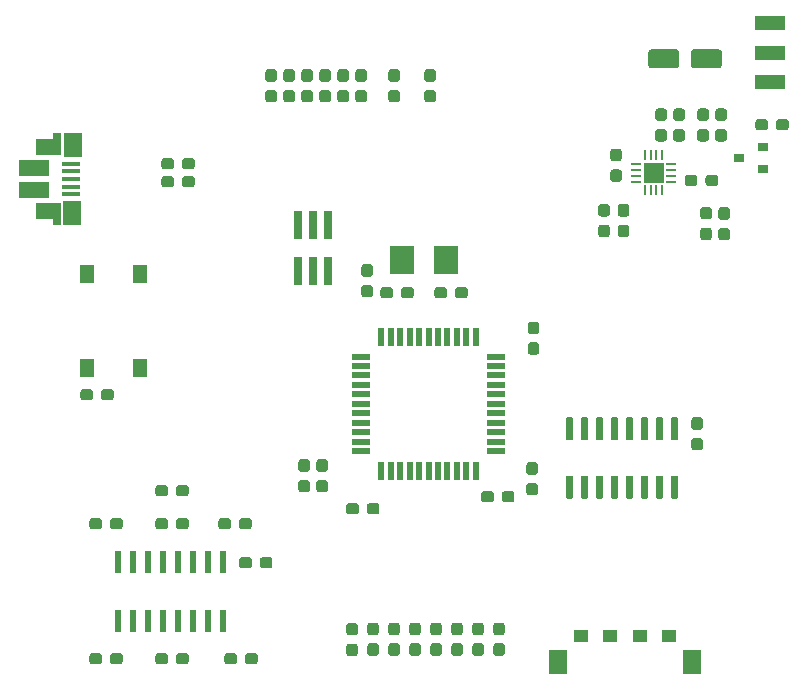
<source format=gbr>
G04 #@! TF.GenerationSoftware,KiCad,Pcbnew,5.1.2*
G04 #@! TF.CreationDate,2019-06-27T09:05:00-04:00*
G04 #@! TF.ProjectId,repl_sharp_el-w516x,7265706c-5f73-4686-9172-705f656c2d77,rev?*
G04 #@! TF.SameCoordinates,Original*
G04 #@! TF.FileFunction,Paste,Bot*
G04 #@! TF.FilePolarity,Positive*
%FSLAX46Y46*%
G04 Gerber Fmt 4.6, Leading zero omitted, Abs format (unit mm)*
G04 Created by KiCad (PCBNEW 5.1.2) date 2019-06-27 09:05:00*
%MOMM*%
%LPD*%
G04 APERTURE LIST*
%ADD10C,0.100000*%
%ADD11C,0.950000*%
%ADD12R,1.500000X2.150000*%
%ADD13R,1.300000X1.000000*%
%ADD14C,1.600000*%
%ADD15R,0.900000X0.800000*%
%ADD16R,2.500000X1.250000*%
%ADD17R,2.000000X2.400000*%
%ADD18R,0.740000X2.400000*%
%ADD19R,2.500000X1.430000*%
%ADD20R,1.650000X0.400000*%
%ADD21R,1.500000X2.000000*%
%ADD22R,0.700000X1.825000*%
%ADD23R,2.000000X1.350000*%
%ADD24R,0.533400X1.905000*%
%ADD25R,1.500000X0.550000*%
%ADD26R,0.550000X1.500000*%
%ADD27C,0.600000*%
%ADD28R,0.850000X0.280000*%
%ADD29R,0.280000X0.850000*%
%ADD30R,1.700000X1.700000*%
%ADD31R,1.300000X1.550000*%
G04 APERTURE END LIST*
D10*
G36*
X125944779Y-63247144D02*
G01*
X125967834Y-63250563D01*
X125990443Y-63256227D01*
X126012387Y-63264079D01*
X126033457Y-63274044D01*
X126053448Y-63286026D01*
X126072168Y-63299910D01*
X126089438Y-63315562D01*
X126105090Y-63332832D01*
X126118974Y-63351552D01*
X126130956Y-63371543D01*
X126140921Y-63392613D01*
X126148773Y-63414557D01*
X126154437Y-63437166D01*
X126157856Y-63460221D01*
X126159000Y-63483500D01*
X126159000Y-64058500D01*
X126157856Y-64081779D01*
X126154437Y-64104834D01*
X126148773Y-64127443D01*
X126140921Y-64149387D01*
X126130956Y-64170457D01*
X126118974Y-64190448D01*
X126105090Y-64209168D01*
X126089438Y-64226438D01*
X126072168Y-64242090D01*
X126053448Y-64255974D01*
X126033457Y-64267956D01*
X126012387Y-64277921D01*
X125990443Y-64285773D01*
X125967834Y-64291437D01*
X125944779Y-64294856D01*
X125921500Y-64296000D01*
X125446500Y-64296000D01*
X125423221Y-64294856D01*
X125400166Y-64291437D01*
X125377557Y-64285773D01*
X125355613Y-64277921D01*
X125334543Y-64267956D01*
X125314552Y-64255974D01*
X125295832Y-64242090D01*
X125278562Y-64226438D01*
X125262910Y-64209168D01*
X125249026Y-64190448D01*
X125237044Y-64170457D01*
X125227079Y-64149387D01*
X125219227Y-64127443D01*
X125213563Y-64104834D01*
X125210144Y-64081779D01*
X125209000Y-64058500D01*
X125209000Y-63483500D01*
X125210144Y-63460221D01*
X125213563Y-63437166D01*
X125219227Y-63414557D01*
X125227079Y-63392613D01*
X125237044Y-63371543D01*
X125249026Y-63351552D01*
X125262910Y-63332832D01*
X125278562Y-63315562D01*
X125295832Y-63299910D01*
X125314552Y-63286026D01*
X125334543Y-63274044D01*
X125355613Y-63264079D01*
X125377557Y-63256227D01*
X125400166Y-63250563D01*
X125423221Y-63247144D01*
X125446500Y-63246000D01*
X125921500Y-63246000D01*
X125944779Y-63247144D01*
X125944779Y-63247144D01*
G37*
D11*
X125684000Y-63771000D03*
D10*
G36*
X125944779Y-64997144D02*
G01*
X125967834Y-65000563D01*
X125990443Y-65006227D01*
X126012387Y-65014079D01*
X126033457Y-65024044D01*
X126053448Y-65036026D01*
X126072168Y-65049910D01*
X126089438Y-65065562D01*
X126105090Y-65082832D01*
X126118974Y-65101552D01*
X126130956Y-65121543D01*
X126140921Y-65142613D01*
X126148773Y-65164557D01*
X126154437Y-65187166D01*
X126157856Y-65210221D01*
X126159000Y-65233500D01*
X126159000Y-65808500D01*
X126157856Y-65831779D01*
X126154437Y-65854834D01*
X126148773Y-65877443D01*
X126140921Y-65899387D01*
X126130956Y-65920457D01*
X126118974Y-65940448D01*
X126105090Y-65959168D01*
X126089438Y-65976438D01*
X126072168Y-65992090D01*
X126053448Y-66005974D01*
X126033457Y-66017956D01*
X126012387Y-66027921D01*
X125990443Y-66035773D01*
X125967834Y-66041437D01*
X125944779Y-66044856D01*
X125921500Y-66046000D01*
X125446500Y-66046000D01*
X125423221Y-66044856D01*
X125400166Y-66041437D01*
X125377557Y-66035773D01*
X125355613Y-66027921D01*
X125334543Y-66017956D01*
X125314552Y-66005974D01*
X125295832Y-65992090D01*
X125278562Y-65976438D01*
X125262910Y-65959168D01*
X125249026Y-65940448D01*
X125237044Y-65920457D01*
X125227079Y-65899387D01*
X125219227Y-65877443D01*
X125213563Y-65854834D01*
X125210144Y-65831779D01*
X125209000Y-65808500D01*
X125209000Y-65233500D01*
X125210144Y-65210221D01*
X125213563Y-65187166D01*
X125219227Y-65164557D01*
X125227079Y-65142613D01*
X125237044Y-65121543D01*
X125249026Y-65101552D01*
X125262910Y-65082832D01*
X125278562Y-65065562D01*
X125295832Y-65049910D01*
X125314552Y-65036026D01*
X125334543Y-65024044D01*
X125355613Y-65014079D01*
X125377557Y-65006227D01*
X125400166Y-65000563D01*
X125423221Y-64997144D01*
X125446500Y-64996000D01*
X125921500Y-64996000D01*
X125944779Y-64997144D01*
X125944779Y-64997144D01*
G37*
D11*
X125684000Y-65521000D03*
D12*
X147212000Y-80394000D03*
X158512000Y-80394000D03*
D13*
X149112000Y-78244000D03*
X151612000Y-78244000D03*
X154112000Y-78244000D03*
X156612000Y-78244000D03*
D10*
G36*
X160816504Y-28541204D02*
G01*
X160840773Y-28544804D01*
X160864571Y-28550765D01*
X160887671Y-28559030D01*
X160909849Y-28569520D01*
X160930893Y-28582133D01*
X160950598Y-28596747D01*
X160968777Y-28613223D01*
X160985253Y-28631402D01*
X160999867Y-28651107D01*
X161012480Y-28672151D01*
X161022970Y-28694329D01*
X161031235Y-28717429D01*
X161037196Y-28741227D01*
X161040796Y-28765496D01*
X161042000Y-28790000D01*
X161042000Y-29890000D01*
X161040796Y-29914504D01*
X161037196Y-29938773D01*
X161031235Y-29962571D01*
X161022970Y-29985671D01*
X161012480Y-30007849D01*
X160999867Y-30028893D01*
X160985253Y-30048598D01*
X160968777Y-30066777D01*
X160950598Y-30083253D01*
X160930893Y-30097867D01*
X160909849Y-30110480D01*
X160887671Y-30120970D01*
X160864571Y-30129235D01*
X160840773Y-30135196D01*
X160816504Y-30138796D01*
X160792000Y-30140000D01*
X158692000Y-30140000D01*
X158667496Y-30138796D01*
X158643227Y-30135196D01*
X158619429Y-30129235D01*
X158596329Y-30120970D01*
X158574151Y-30110480D01*
X158553107Y-30097867D01*
X158533402Y-30083253D01*
X158515223Y-30066777D01*
X158498747Y-30048598D01*
X158484133Y-30028893D01*
X158471520Y-30007849D01*
X158461030Y-29985671D01*
X158452765Y-29962571D01*
X158446804Y-29938773D01*
X158443204Y-29914504D01*
X158442000Y-29890000D01*
X158442000Y-28790000D01*
X158443204Y-28765496D01*
X158446804Y-28741227D01*
X158452765Y-28717429D01*
X158461030Y-28694329D01*
X158471520Y-28672151D01*
X158484133Y-28651107D01*
X158498747Y-28631402D01*
X158515223Y-28613223D01*
X158533402Y-28596747D01*
X158553107Y-28582133D01*
X158574151Y-28569520D01*
X158596329Y-28559030D01*
X158619429Y-28550765D01*
X158643227Y-28544804D01*
X158667496Y-28541204D01*
X158692000Y-28540000D01*
X160792000Y-28540000D01*
X160816504Y-28541204D01*
X160816504Y-28541204D01*
G37*
D14*
X159742000Y-29340000D03*
D10*
G36*
X157216504Y-28541204D02*
G01*
X157240773Y-28544804D01*
X157264571Y-28550765D01*
X157287671Y-28559030D01*
X157309849Y-28569520D01*
X157330893Y-28582133D01*
X157350598Y-28596747D01*
X157368777Y-28613223D01*
X157385253Y-28631402D01*
X157399867Y-28651107D01*
X157412480Y-28672151D01*
X157422970Y-28694329D01*
X157431235Y-28717429D01*
X157437196Y-28741227D01*
X157440796Y-28765496D01*
X157442000Y-28790000D01*
X157442000Y-29890000D01*
X157440796Y-29914504D01*
X157437196Y-29938773D01*
X157431235Y-29962571D01*
X157422970Y-29985671D01*
X157412480Y-30007849D01*
X157399867Y-30028893D01*
X157385253Y-30048598D01*
X157368777Y-30066777D01*
X157350598Y-30083253D01*
X157330893Y-30097867D01*
X157309849Y-30110480D01*
X157287671Y-30120970D01*
X157264571Y-30129235D01*
X157240773Y-30135196D01*
X157216504Y-30138796D01*
X157192000Y-30140000D01*
X155092000Y-30140000D01*
X155067496Y-30138796D01*
X155043227Y-30135196D01*
X155019429Y-30129235D01*
X154996329Y-30120970D01*
X154974151Y-30110480D01*
X154953107Y-30097867D01*
X154933402Y-30083253D01*
X154915223Y-30066777D01*
X154898747Y-30048598D01*
X154884133Y-30028893D01*
X154871520Y-30007849D01*
X154861030Y-29985671D01*
X154852765Y-29962571D01*
X154846804Y-29938773D01*
X154843204Y-29914504D01*
X154842000Y-29890000D01*
X154842000Y-28790000D01*
X154843204Y-28765496D01*
X154846804Y-28741227D01*
X154852765Y-28717429D01*
X154861030Y-28694329D01*
X154871520Y-28672151D01*
X154884133Y-28651107D01*
X154898747Y-28631402D01*
X154915223Y-28613223D01*
X154933402Y-28596747D01*
X154953107Y-28582133D01*
X154974151Y-28569520D01*
X154996329Y-28559030D01*
X155019429Y-28550765D01*
X155043227Y-28544804D01*
X155067496Y-28541204D01*
X155092000Y-28540000D01*
X157192000Y-28540000D01*
X157216504Y-28541204D01*
X157216504Y-28541204D01*
G37*
D14*
X156142000Y-29340000D03*
D10*
G36*
X152360779Y-36958144D02*
G01*
X152383834Y-36961563D01*
X152406443Y-36967227D01*
X152428387Y-36975079D01*
X152449457Y-36985044D01*
X152469448Y-36997026D01*
X152488168Y-37010910D01*
X152505438Y-37026562D01*
X152521090Y-37043832D01*
X152534974Y-37062552D01*
X152546956Y-37082543D01*
X152556921Y-37103613D01*
X152564773Y-37125557D01*
X152570437Y-37148166D01*
X152573856Y-37171221D01*
X152575000Y-37194500D01*
X152575000Y-37769500D01*
X152573856Y-37792779D01*
X152570437Y-37815834D01*
X152564773Y-37838443D01*
X152556921Y-37860387D01*
X152546956Y-37881457D01*
X152534974Y-37901448D01*
X152521090Y-37920168D01*
X152505438Y-37937438D01*
X152488168Y-37953090D01*
X152469448Y-37966974D01*
X152449457Y-37978956D01*
X152428387Y-37988921D01*
X152406443Y-37996773D01*
X152383834Y-38002437D01*
X152360779Y-38005856D01*
X152337500Y-38007000D01*
X151862500Y-38007000D01*
X151839221Y-38005856D01*
X151816166Y-38002437D01*
X151793557Y-37996773D01*
X151771613Y-37988921D01*
X151750543Y-37978956D01*
X151730552Y-37966974D01*
X151711832Y-37953090D01*
X151694562Y-37937438D01*
X151678910Y-37920168D01*
X151665026Y-37901448D01*
X151653044Y-37881457D01*
X151643079Y-37860387D01*
X151635227Y-37838443D01*
X151629563Y-37815834D01*
X151626144Y-37792779D01*
X151625000Y-37769500D01*
X151625000Y-37194500D01*
X151626144Y-37171221D01*
X151629563Y-37148166D01*
X151635227Y-37125557D01*
X151643079Y-37103613D01*
X151653044Y-37082543D01*
X151665026Y-37062552D01*
X151678910Y-37043832D01*
X151694562Y-37026562D01*
X151711832Y-37010910D01*
X151730552Y-36997026D01*
X151750543Y-36985044D01*
X151771613Y-36975079D01*
X151793557Y-36967227D01*
X151816166Y-36961563D01*
X151839221Y-36958144D01*
X151862500Y-36957000D01*
X152337500Y-36957000D01*
X152360779Y-36958144D01*
X152360779Y-36958144D01*
G37*
D11*
X152100000Y-37482000D03*
D10*
G36*
X152360779Y-38708144D02*
G01*
X152383834Y-38711563D01*
X152406443Y-38717227D01*
X152428387Y-38725079D01*
X152449457Y-38735044D01*
X152469448Y-38747026D01*
X152488168Y-38760910D01*
X152505438Y-38776562D01*
X152521090Y-38793832D01*
X152534974Y-38812552D01*
X152546956Y-38832543D01*
X152556921Y-38853613D01*
X152564773Y-38875557D01*
X152570437Y-38898166D01*
X152573856Y-38921221D01*
X152575000Y-38944500D01*
X152575000Y-39519500D01*
X152573856Y-39542779D01*
X152570437Y-39565834D01*
X152564773Y-39588443D01*
X152556921Y-39610387D01*
X152546956Y-39631457D01*
X152534974Y-39651448D01*
X152521090Y-39670168D01*
X152505438Y-39687438D01*
X152488168Y-39703090D01*
X152469448Y-39716974D01*
X152449457Y-39728956D01*
X152428387Y-39738921D01*
X152406443Y-39746773D01*
X152383834Y-39752437D01*
X152360779Y-39755856D01*
X152337500Y-39757000D01*
X151862500Y-39757000D01*
X151839221Y-39755856D01*
X151816166Y-39752437D01*
X151793557Y-39746773D01*
X151771613Y-39738921D01*
X151750543Y-39728956D01*
X151730552Y-39716974D01*
X151711832Y-39703090D01*
X151694562Y-39687438D01*
X151678910Y-39670168D01*
X151665026Y-39651448D01*
X151653044Y-39631457D01*
X151643079Y-39610387D01*
X151635227Y-39588443D01*
X151629563Y-39565834D01*
X151626144Y-39542779D01*
X151625000Y-39519500D01*
X151625000Y-38944500D01*
X151626144Y-38921221D01*
X151629563Y-38898166D01*
X151635227Y-38875557D01*
X151643079Y-38853613D01*
X151653044Y-38832543D01*
X151665026Y-38812552D01*
X151678910Y-38793832D01*
X151694562Y-38776562D01*
X151711832Y-38760910D01*
X151730552Y-38747026D01*
X151750543Y-38735044D01*
X151771613Y-38725079D01*
X151793557Y-38717227D01*
X151816166Y-38711563D01*
X151839221Y-38708144D01*
X151862500Y-38707000D01*
X152337500Y-38707000D01*
X152360779Y-38708144D01*
X152360779Y-38708144D01*
G37*
D11*
X152100000Y-39232000D03*
D15*
X162514000Y-37722000D03*
X164514000Y-38672000D03*
X164514000Y-36772000D03*
D16*
X165098000Y-31332000D03*
X165098000Y-28832000D03*
X165098000Y-26332000D03*
D10*
G36*
X166493779Y-34454144D02*
G01*
X166516834Y-34457563D01*
X166539443Y-34463227D01*
X166561387Y-34471079D01*
X166582457Y-34481044D01*
X166602448Y-34493026D01*
X166621168Y-34506910D01*
X166638438Y-34522562D01*
X166654090Y-34539832D01*
X166667974Y-34558552D01*
X166679956Y-34578543D01*
X166689921Y-34599613D01*
X166697773Y-34621557D01*
X166703437Y-34644166D01*
X166706856Y-34667221D01*
X166708000Y-34690500D01*
X166708000Y-35165500D01*
X166706856Y-35188779D01*
X166703437Y-35211834D01*
X166697773Y-35234443D01*
X166689921Y-35256387D01*
X166679956Y-35277457D01*
X166667974Y-35297448D01*
X166654090Y-35316168D01*
X166638438Y-35333438D01*
X166621168Y-35349090D01*
X166602448Y-35362974D01*
X166582457Y-35374956D01*
X166561387Y-35384921D01*
X166539443Y-35392773D01*
X166516834Y-35398437D01*
X166493779Y-35401856D01*
X166470500Y-35403000D01*
X165895500Y-35403000D01*
X165872221Y-35401856D01*
X165849166Y-35398437D01*
X165826557Y-35392773D01*
X165804613Y-35384921D01*
X165783543Y-35374956D01*
X165763552Y-35362974D01*
X165744832Y-35349090D01*
X165727562Y-35333438D01*
X165711910Y-35316168D01*
X165698026Y-35297448D01*
X165686044Y-35277457D01*
X165676079Y-35256387D01*
X165668227Y-35234443D01*
X165662563Y-35211834D01*
X165659144Y-35188779D01*
X165658000Y-35165500D01*
X165658000Y-34690500D01*
X165659144Y-34667221D01*
X165662563Y-34644166D01*
X165668227Y-34621557D01*
X165676079Y-34599613D01*
X165686044Y-34578543D01*
X165698026Y-34558552D01*
X165711910Y-34539832D01*
X165727562Y-34522562D01*
X165744832Y-34506910D01*
X165763552Y-34493026D01*
X165783543Y-34481044D01*
X165804613Y-34471079D01*
X165826557Y-34463227D01*
X165849166Y-34457563D01*
X165872221Y-34454144D01*
X165895500Y-34453000D01*
X166470500Y-34453000D01*
X166493779Y-34454144D01*
X166493779Y-34454144D01*
G37*
D11*
X166183000Y-34928000D03*
D10*
G36*
X164743779Y-34454144D02*
G01*
X164766834Y-34457563D01*
X164789443Y-34463227D01*
X164811387Y-34471079D01*
X164832457Y-34481044D01*
X164852448Y-34493026D01*
X164871168Y-34506910D01*
X164888438Y-34522562D01*
X164904090Y-34539832D01*
X164917974Y-34558552D01*
X164929956Y-34578543D01*
X164939921Y-34599613D01*
X164947773Y-34621557D01*
X164953437Y-34644166D01*
X164956856Y-34667221D01*
X164958000Y-34690500D01*
X164958000Y-35165500D01*
X164956856Y-35188779D01*
X164953437Y-35211834D01*
X164947773Y-35234443D01*
X164939921Y-35256387D01*
X164929956Y-35277457D01*
X164917974Y-35297448D01*
X164904090Y-35316168D01*
X164888438Y-35333438D01*
X164871168Y-35349090D01*
X164852448Y-35362974D01*
X164832457Y-35374956D01*
X164811387Y-35384921D01*
X164789443Y-35392773D01*
X164766834Y-35398437D01*
X164743779Y-35401856D01*
X164720500Y-35403000D01*
X164145500Y-35403000D01*
X164122221Y-35401856D01*
X164099166Y-35398437D01*
X164076557Y-35392773D01*
X164054613Y-35384921D01*
X164033543Y-35374956D01*
X164013552Y-35362974D01*
X163994832Y-35349090D01*
X163977562Y-35333438D01*
X163961910Y-35316168D01*
X163948026Y-35297448D01*
X163936044Y-35277457D01*
X163926079Y-35256387D01*
X163918227Y-35234443D01*
X163912563Y-35211834D01*
X163909144Y-35188779D01*
X163908000Y-35165500D01*
X163908000Y-34690500D01*
X163909144Y-34667221D01*
X163912563Y-34644166D01*
X163918227Y-34621557D01*
X163926079Y-34599613D01*
X163936044Y-34578543D01*
X163948026Y-34558552D01*
X163961910Y-34539832D01*
X163977562Y-34522562D01*
X163994832Y-34506910D01*
X164013552Y-34493026D01*
X164033543Y-34481044D01*
X164054613Y-34471079D01*
X164076557Y-34463227D01*
X164099166Y-34457563D01*
X164122221Y-34454144D01*
X164145500Y-34453000D01*
X164720500Y-34453000D01*
X164743779Y-34454144D01*
X164743779Y-34454144D01*
G37*
D11*
X164433000Y-34928000D03*
D10*
G36*
X161504779Y-43661144D02*
G01*
X161527834Y-43664563D01*
X161550443Y-43670227D01*
X161572387Y-43678079D01*
X161593457Y-43688044D01*
X161613448Y-43700026D01*
X161632168Y-43713910D01*
X161649438Y-43729562D01*
X161665090Y-43746832D01*
X161678974Y-43765552D01*
X161690956Y-43785543D01*
X161700921Y-43806613D01*
X161708773Y-43828557D01*
X161714437Y-43851166D01*
X161717856Y-43874221D01*
X161719000Y-43897500D01*
X161719000Y-44472500D01*
X161717856Y-44495779D01*
X161714437Y-44518834D01*
X161708773Y-44541443D01*
X161700921Y-44563387D01*
X161690956Y-44584457D01*
X161678974Y-44604448D01*
X161665090Y-44623168D01*
X161649438Y-44640438D01*
X161632168Y-44656090D01*
X161613448Y-44669974D01*
X161593457Y-44681956D01*
X161572387Y-44691921D01*
X161550443Y-44699773D01*
X161527834Y-44705437D01*
X161504779Y-44708856D01*
X161481500Y-44710000D01*
X161006500Y-44710000D01*
X160983221Y-44708856D01*
X160960166Y-44705437D01*
X160937557Y-44699773D01*
X160915613Y-44691921D01*
X160894543Y-44681956D01*
X160874552Y-44669974D01*
X160855832Y-44656090D01*
X160838562Y-44640438D01*
X160822910Y-44623168D01*
X160809026Y-44604448D01*
X160797044Y-44584457D01*
X160787079Y-44563387D01*
X160779227Y-44541443D01*
X160773563Y-44518834D01*
X160770144Y-44495779D01*
X160769000Y-44472500D01*
X160769000Y-43897500D01*
X160770144Y-43874221D01*
X160773563Y-43851166D01*
X160779227Y-43828557D01*
X160787079Y-43806613D01*
X160797044Y-43785543D01*
X160809026Y-43765552D01*
X160822910Y-43746832D01*
X160838562Y-43729562D01*
X160855832Y-43713910D01*
X160874552Y-43700026D01*
X160894543Y-43688044D01*
X160915613Y-43678079D01*
X160937557Y-43670227D01*
X160960166Y-43664563D01*
X160983221Y-43661144D01*
X161006500Y-43660000D01*
X161481500Y-43660000D01*
X161504779Y-43661144D01*
X161504779Y-43661144D01*
G37*
D11*
X161244000Y-44185000D03*
D10*
G36*
X161504779Y-41911144D02*
G01*
X161527834Y-41914563D01*
X161550443Y-41920227D01*
X161572387Y-41928079D01*
X161593457Y-41938044D01*
X161613448Y-41950026D01*
X161632168Y-41963910D01*
X161649438Y-41979562D01*
X161665090Y-41996832D01*
X161678974Y-42015552D01*
X161690956Y-42035543D01*
X161700921Y-42056613D01*
X161708773Y-42078557D01*
X161714437Y-42101166D01*
X161717856Y-42124221D01*
X161719000Y-42147500D01*
X161719000Y-42722500D01*
X161717856Y-42745779D01*
X161714437Y-42768834D01*
X161708773Y-42791443D01*
X161700921Y-42813387D01*
X161690956Y-42834457D01*
X161678974Y-42854448D01*
X161665090Y-42873168D01*
X161649438Y-42890438D01*
X161632168Y-42906090D01*
X161613448Y-42919974D01*
X161593457Y-42931956D01*
X161572387Y-42941921D01*
X161550443Y-42949773D01*
X161527834Y-42955437D01*
X161504779Y-42958856D01*
X161481500Y-42960000D01*
X161006500Y-42960000D01*
X160983221Y-42958856D01*
X160960166Y-42955437D01*
X160937557Y-42949773D01*
X160915613Y-42941921D01*
X160894543Y-42931956D01*
X160874552Y-42919974D01*
X160855832Y-42906090D01*
X160838562Y-42890438D01*
X160822910Y-42873168D01*
X160809026Y-42854448D01*
X160797044Y-42834457D01*
X160787079Y-42813387D01*
X160779227Y-42791443D01*
X160773563Y-42768834D01*
X160770144Y-42745779D01*
X160769000Y-42722500D01*
X160769000Y-42147500D01*
X160770144Y-42124221D01*
X160773563Y-42101166D01*
X160779227Y-42078557D01*
X160787079Y-42056613D01*
X160797044Y-42035543D01*
X160809026Y-42015552D01*
X160822910Y-41996832D01*
X160838562Y-41979562D01*
X160855832Y-41963910D01*
X160874552Y-41950026D01*
X160894543Y-41938044D01*
X160915613Y-41928079D01*
X160937557Y-41920227D01*
X160960166Y-41914563D01*
X160983221Y-41911144D01*
X161006500Y-41910000D01*
X161481500Y-41910000D01*
X161504779Y-41911144D01*
X161504779Y-41911144D01*
G37*
D11*
X161244000Y-42435000D03*
D10*
G36*
X133564779Y-30227144D02*
G01*
X133587834Y-30230563D01*
X133610443Y-30236227D01*
X133632387Y-30244079D01*
X133653457Y-30254044D01*
X133673448Y-30266026D01*
X133692168Y-30279910D01*
X133709438Y-30295562D01*
X133725090Y-30312832D01*
X133738974Y-30331552D01*
X133750956Y-30351543D01*
X133760921Y-30372613D01*
X133768773Y-30394557D01*
X133774437Y-30417166D01*
X133777856Y-30440221D01*
X133779000Y-30463500D01*
X133779000Y-31038500D01*
X133777856Y-31061779D01*
X133774437Y-31084834D01*
X133768773Y-31107443D01*
X133760921Y-31129387D01*
X133750956Y-31150457D01*
X133738974Y-31170448D01*
X133725090Y-31189168D01*
X133709438Y-31206438D01*
X133692168Y-31222090D01*
X133673448Y-31235974D01*
X133653457Y-31247956D01*
X133632387Y-31257921D01*
X133610443Y-31265773D01*
X133587834Y-31271437D01*
X133564779Y-31274856D01*
X133541500Y-31276000D01*
X133066500Y-31276000D01*
X133043221Y-31274856D01*
X133020166Y-31271437D01*
X132997557Y-31265773D01*
X132975613Y-31257921D01*
X132954543Y-31247956D01*
X132934552Y-31235974D01*
X132915832Y-31222090D01*
X132898562Y-31206438D01*
X132882910Y-31189168D01*
X132869026Y-31170448D01*
X132857044Y-31150457D01*
X132847079Y-31129387D01*
X132839227Y-31107443D01*
X132833563Y-31084834D01*
X132830144Y-31061779D01*
X132829000Y-31038500D01*
X132829000Y-30463500D01*
X132830144Y-30440221D01*
X132833563Y-30417166D01*
X132839227Y-30394557D01*
X132847079Y-30372613D01*
X132857044Y-30351543D01*
X132869026Y-30331552D01*
X132882910Y-30312832D01*
X132898562Y-30295562D01*
X132915832Y-30279910D01*
X132934552Y-30266026D01*
X132954543Y-30254044D01*
X132975613Y-30244079D01*
X132997557Y-30236227D01*
X133020166Y-30230563D01*
X133043221Y-30227144D01*
X133066500Y-30226000D01*
X133541500Y-30226000D01*
X133564779Y-30227144D01*
X133564779Y-30227144D01*
G37*
D11*
X133304000Y-30751000D03*
D10*
G36*
X133564779Y-31977144D02*
G01*
X133587834Y-31980563D01*
X133610443Y-31986227D01*
X133632387Y-31994079D01*
X133653457Y-32004044D01*
X133673448Y-32016026D01*
X133692168Y-32029910D01*
X133709438Y-32045562D01*
X133725090Y-32062832D01*
X133738974Y-32081552D01*
X133750956Y-32101543D01*
X133760921Y-32122613D01*
X133768773Y-32144557D01*
X133774437Y-32167166D01*
X133777856Y-32190221D01*
X133779000Y-32213500D01*
X133779000Y-32788500D01*
X133777856Y-32811779D01*
X133774437Y-32834834D01*
X133768773Y-32857443D01*
X133760921Y-32879387D01*
X133750956Y-32900457D01*
X133738974Y-32920448D01*
X133725090Y-32939168D01*
X133709438Y-32956438D01*
X133692168Y-32972090D01*
X133673448Y-32985974D01*
X133653457Y-32997956D01*
X133632387Y-33007921D01*
X133610443Y-33015773D01*
X133587834Y-33021437D01*
X133564779Y-33024856D01*
X133541500Y-33026000D01*
X133066500Y-33026000D01*
X133043221Y-33024856D01*
X133020166Y-33021437D01*
X132997557Y-33015773D01*
X132975613Y-33007921D01*
X132954543Y-32997956D01*
X132934552Y-32985974D01*
X132915832Y-32972090D01*
X132898562Y-32956438D01*
X132882910Y-32939168D01*
X132869026Y-32920448D01*
X132857044Y-32900457D01*
X132847079Y-32879387D01*
X132839227Y-32857443D01*
X132833563Y-32834834D01*
X132830144Y-32811779D01*
X132829000Y-32788500D01*
X132829000Y-32213500D01*
X132830144Y-32190221D01*
X132833563Y-32167166D01*
X132839227Y-32144557D01*
X132847079Y-32122613D01*
X132857044Y-32101543D01*
X132869026Y-32081552D01*
X132882910Y-32062832D01*
X132898562Y-32045562D01*
X132915832Y-32029910D01*
X132934552Y-32016026D01*
X132954543Y-32004044D01*
X132975613Y-31994079D01*
X132997557Y-31986227D01*
X133020166Y-31980563D01*
X133043221Y-31977144D01*
X133066500Y-31976000D01*
X133541500Y-31976000D01*
X133564779Y-31977144D01*
X133564779Y-31977144D01*
G37*
D11*
X133304000Y-32501000D03*
D10*
G36*
X130770779Y-30227144D02*
G01*
X130793834Y-30230563D01*
X130816443Y-30236227D01*
X130838387Y-30244079D01*
X130859457Y-30254044D01*
X130879448Y-30266026D01*
X130898168Y-30279910D01*
X130915438Y-30295562D01*
X130931090Y-30312832D01*
X130944974Y-30331552D01*
X130956956Y-30351543D01*
X130966921Y-30372613D01*
X130974773Y-30394557D01*
X130980437Y-30417166D01*
X130983856Y-30440221D01*
X130985000Y-30463500D01*
X130985000Y-31038500D01*
X130983856Y-31061779D01*
X130980437Y-31084834D01*
X130974773Y-31107443D01*
X130966921Y-31129387D01*
X130956956Y-31150457D01*
X130944974Y-31170448D01*
X130931090Y-31189168D01*
X130915438Y-31206438D01*
X130898168Y-31222090D01*
X130879448Y-31235974D01*
X130859457Y-31247956D01*
X130838387Y-31257921D01*
X130816443Y-31265773D01*
X130793834Y-31271437D01*
X130770779Y-31274856D01*
X130747500Y-31276000D01*
X130272500Y-31276000D01*
X130249221Y-31274856D01*
X130226166Y-31271437D01*
X130203557Y-31265773D01*
X130181613Y-31257921D01*
X130160543Y-31247956D01*
X130140552Y-31235974D01*
X130121832Y-31222090D01*
X130104562Y-31206438D01*
X130088910Y-31189168D01*
X130075026Y-31170448D01*
X130063044Y-31150457D01*
X130053079Y-31129387D01*
X130045227Y-31107443D01*
X130039563Y-31084834D01*
X130036144Y-31061779D01*
X130035000Y-31038500D01*
X130035000Y-30463500D01*
X130036144Y-30440221D01*
X130039563Y-30417166D01*
X130045227Y-30394557D01*
X130053079Y-30372613D01*
X130063044Y-30351543D01*
X130075026Y-30331552D01*
X130088910Y-30312832D01*
X130104562Y-30295562D01*
X130121832Y-30279910D01*
X130140552Y-30266026D01*
X130160543Y-30254044D01*
X130181613Y-30244079D01*
X130203557Y-30236227D01*
X130226166Y-30230563D01*
X130249221Y-30227144D01*
X130272500Y-30226000D01*
X130747500Y-30226000D01*
X130770779Y-30227144D01*
X130770779Y-30227144D01*
G37*
D11*
X130510000Y-30751000D03*
D10*
G36*
X130770779Y-31977144D02*
G01*
X130793834Y-31980563D01*
X130816443Y-31986227D01*
X130838387Y-31994079D01*
X130859457Y-32004044D01*
X130879448Y-32016026D01*
X130898168Y-32029910D01*
X130915438Y-32045562D01*
X130931090Y-32062832D01*
X130944974Y-32081552D01*
X130956956Y-32101543D01*
X130966921Y-32122613D01*
X130974773Y-32144557D01*
X130980437Y-32167166D01*
X130983856Y-32190221D01*
X130985000Y-32213500D01*
X130985000Y-32788500D01*
X130983856Y-32811779D01*
X130980437Y-32834834D01*
X130974773Y-32857443D01*
X130966921Y-32879387D01*
X130956956Y-32900457D01*
X130944974Y-32920448D01*
X130931090Y-32939168D01*
X130915438Y-32956438D01*
X130898168Y-32972090D01*
X130879448Y-32985974D01*
X130859457Y-32997956D01*
X130838387Y-33007921D01*
X130816443Y-33015773D01*
X130793834Y-33021437D01*
X130770779Y-33024856D01*
X130747500Y-33026000D01*
X130272500Y-33026000D01*
X130249221Y-33024856D01*
X130226166Y-33021437D01*
X130203557Y-33015773D01*
X130181613Y-33007921D01*
X130160543Y-32997956D01*
X130140552Y-32985974D01*
X130121832Y-32972090D01*
X130104562Y-32956438D01*
X130088910Y-32939168D01*
X130075026Y-32920448D01*
X130063044Y-32900457D01*
X130053079Y-32879387D01*
X130045227Y-32857443D01*
X130039563Y-32834834D01*
X130036144Y-32811779D01*
X130035000Y-32788500D01*
X130035000Y-32213500D01*
X130036144Y-32190221D01*
X130039563Y-32167166D01*
X130045227Y-32144557D01*
X130053079Y-32122613D01*
X130063044Y-32101543D01*
X130075026Y-32081552D01*
X130088910Y-32062832D01*
X130104562Y-32045562D01*
X130121832Y-32029910D01*
X130140552Y-32016026D01*
X130160543Y-32004044D01*
X130181613Y-31994079D01*
X130203557Y-31986227D01*
X130226166Y-31980563D01*
X130249221Y-31977144D01*
X130272500Y-31976000D01*
X130747500Y-31976000D01*
X130770779Y-31977144D01*
X130770779Y-31977144D01*
G37*
D11*
X130510000Y-32501000D03*
D10*
G36*
X129246779Y-31977144D02*
G01*
X129269834Y-31980563D01*
X129292443Y-31986227D01*
X129314387Y-31994079D01*
X129335457Y-32004044D01*
X129355448Y-32016026D01*
X129374168Y-32029910D01*
X129391438Y-32045562D01*
X129407090Y-32062832D01*
X129420974Y-32081552D01*
X129432956Y-32101543D01*
X129442921Y-32122613D01*
X129450773Y-32144557D01*
X129456437Y-32167166D01*
X129459856Y-32190221D01*
X129461000Y-32213500D01*
X129461000Y-32788500D01*
X129459856Y-32811779D01*
X129456437Y-32834834D01*
X129450773Y-32857443D01*
X129442921Y-32879387D01*
X129432956Y-32900457D01*
X129420974Y-32920448D01*
X129407090Y-32939168D01*
X129391438Y-32956438D01*
X129374168Y-32972090D01*
X129355448Y-32985974D01*
X129335457Y-32997956D01*
X129314387Y-33007921D01*
X129292443Y-33015773D01*
X129269834Y-33021437D01*
X129246779Y-33024856D01*
X129223500Y-33026000D01*
X128748500Y-33026000D01*
X128725221Y-33024856D01*
X128702166Y-33021437D01*
X128679557Y-33015773D01*
X128657613Y-33007921D01*
X128636543Y-32997956D01*
X128616552Y-32985974D01*
X128597832Y-32972090D01*
X128580562Y-32956438D01*
X128564910Y-32939168D01*
X128551026Y-32920448D01*
X128539044Y-32900457D01*
X128529079Y-32879387D01*
X128521227Y-32857443D01*
X128515563Y-32834834D01*
X128512144Y-32811779D01*
X128511000Y-32788500D01*
X128511000Y-32213500D01*
X128512144Y-32190221D01*
X128515563Y-32167166D01*
X128521227Y-32144557D01*
X128529079Y-32122613D01*
X128539044Y-32101543D01*
X128551026Y-32081552D01*
X128564910Y-32062832D01*
X128580562Y-32045562D01*
X128597832Y-32029910D01*
X128616552Y-32016026D01*
X128636543Y-32004044D01*
X128657613Y-31994079D01*
X128679557Y-31986227D01*
X128702166Y-31980563D01*
X128725221Y-31977144D01*
X128748500Y-31976000D01*
X129223500Y-31976000D01*
X129246779Y-31977144D01*
X129246779Y-31977144D01*
G37*
D11*
X128986000Y-32501000D03*
D10*
G36*
X129246779Y-30227144D02*
G01*
X129269834Y-30230563D01*
X129292443Y-30236227D01*
X129314387Y-30244079D01*
X129335457Y-30254044D01*
X129355448Y-30266026D01*
X129374168Y-30279910D01*
X129391438Y-30295562D01*
X129407090Y-30312832D01*
X129420974Y-30331552D01*
X129432956Y-30351543D01*
X129442921Y-30372613D01*
X129450773Y-30394557D01*
X129456437Y-30417166D01*
X129459856Y-30440221D01*
X129461000Y-30463500D01*
X129461000Y-31038500D01*
X129459856Y-31061779D01*
X129456437Y-31084834D01*
X129450773Y-31107443D01*
X129442921Y-31129387D01*
X129432956Y-31150457D01*
X129420974Y-31170448D01*
X129407090Y-31189168D01*
X129391438Y-31206438D01*
X129374168Y-31222090D01*
X129355448Y-31235974D01*
X129335457Y-31247956D01*
X129314387Y-31257921D01*
X129292443Y-31265773D01*
X129269834Y-31271437D01*
X129246779Y-31274856D01*
X129223500Y-31276000D01*
X128748500Y-31276000D01*
X128725221Y-31274856D01*
X128702166Y-31271437D01*
X128679557Y-31265773D01*
X128657613Y-31257921D01*
X128636543Y-31247956D01*
X128616552Y-31235974D01*
X128597832Y-31222090D01*
X128580562Y-31206438D01*
X128564910Y-31189168D01*
X128551026Y-31170448D01*
X128539044Y-31150457D01*
X128529079Y-31129387D01*
X128521227Y-31107443D01*
X128515563Y-31084834D01*
X128512144Y-31061779D01*
X128511000Y-31038500D01*
X128511000Y-30463500D01*
X128512144Y-30440221D01*
X128515563Y-30417166D01*
X128521227Y-30394557D01*
X128529079Y-30372613D01*
X128539044Y-30351543D01*
X128551026Y-30331552D01*
X128564910Y-30312832D01*
X128580562Y-30295562D01*
X128597832Y-30279910D01*
X128616552Y-30266026D01*
X128636543Y-30254044D01*
X128657613Y-30244079D01*
X128679557Y-30236227D01*
X128702166Y-30230563D01*
X128725221Y-30227144D01*
X128748500Y-30226000D01*
X129223500Y-30226000D01*
X129246779Y-30227144D01*
X129246779Y-30227144D01*
G37*
D11*
X128986000Y-30751000D03*
D10*
G36*
X126198779Y-31977144D02*
G01*
X126221834Y-31980563D01*
X126244443Y-31986227D01*
X126266387Y-31994079D01*
X126287457Y-32004044D01*
X126307448Y-32016026D01*
X126326168Y-32029910D01*
X126343438Y-32045562D01*
X126359090Y-32062832D01*
X126372974Y-32081552D01*
X126384956Y-32101543D01*
X126394921Y-32122613D01*
X126402773Y-32144557D01*
X126408437Y-32167166D01*
X126411856Y-32190221D01*
X126413000Y-32213500D01*
X126413000Y-32788500D01*
X126411856Y-32811779D01*
X126408437Y-32834834D01*
X126402773Y-32857443D01*
X126394921Y-32879387D01*
X126384956Y-32900457D01*
X126372974Y-32920448D01*
X126359090Y-32939168D01*
X126343438Y-32956438D01*
X126326168Y-32972090D01*
X126307448Y-32985974D01*
X126287457Y-32997956D01*
X126266387Y-33007921D01*
X126244443Y-33015773D01*
X126221834Y-33021437D01*
X126198779Y-33024856D01*
X126175500Y-33026000D01*
X125700500Y-33026000D01*
X125677221Y-33024856D01*
X125654166Y-33021437D01*
X125631557Y-33015773D01*
X125609613Y-33007921D01*
X125588543Y-32997956D01*
X125568552Y-32985974D01*
X125549832Y-32972090D01*
X125532562Y-32956438D01*
X125516910Y-32939168D01*
X125503026Y-32920448D01*
X125491044Y-32900457D01*
X125481079Y-32879387D01*
X125473227Y-32857443D01*
X125467563Y-32834834D01*
X125464144Y-32811779D01*
X125463000Y-32788500D01*
X125463000Y-32213500D01*
X125464144Y-32190221D01*
X125467563Y-32167166D01*
X125473227Y-32144557D01*
X125481079Y-32122613D01*
X125491044Y-32101543D01*
X125503026Y-32081552D01*
X125516910Y-32062832D01*
X125532562Y-32045562D01*
X125549832Y-32029910D01*
X125568552Y-32016026D01*
X125588543Y-32004044D01*
X125609613Y-31994079D01*
X125631557Y-31986227D01*
X125654166Y-31980563D01*
X125677221Y-31977144D01*
X125700500Y-31976000D01*
X126175500Y-31976000D01*
X126198779Y-31977144D01*
X126198779Y-31977144D01*
G37*
D11*
X125938000Y-32501000D03*
D10*
G36*
X126198779Y-30227144D02*
G01*
X126221834Y-30230563D01*
X126244443Y-30236227D01*
X126266387Y-30244079D01*
X126287457Y-30254044D01*
X126307448Y-30266026D01*
X126326168Y-30279910D01*
X126343438Y-30295562D01*
X126359090Y-30312832D01*
X126372974Y-30331552D01*
X126384956Y-30351543D01*
X126394921Y-30372613D01*
X126402773Y-30394557D01*
X126408437Y-30417166D01*
X126411856Y-30440221D01*
X126413000Y-30463500D01*
X126413000Y-31038500D01*
X126411856Y-31061779D01*
X126408437Y-31084834D01*
X126402773Y-31107443D01*
X126394921Y-31129387D01*
X126384956Y-31150457D01*
X126372974Y-31170448D01*
X126359090Y-31189168D01*
X126343438Y-31206438D01*
X126326168Y-31222090D01*
X126307448Y-31235974D01*
X126287457Y-31247956D01*
X126266387Y-31257921D01*
X126244443Y-31265773D01*
X126221834Y-31271437D01*
X126198779Y-31274856D01*
X126175500Y-31276000D01*
X125700500Y-31276000D01*
X125677221Y-31274856D01*
X125654166Y-31271437D01*
X125631557Y-31265773D01*
X125609613Y-31257921D01*
X125588543Y-31247956D01*
X125568552Y-31235974D01*
X125549832Y-31222090D01*
X125532562Y-31206438D01*
X125516910Y-31189168D01*
X125503026Y-31170448D01*
X125491044Y-31150457D01*
X125481079Y-31129387D01*
X125473227Y-31107443D01*
X125467563Y-31084834D01*
X125464144Y-31061779D01*
X125463000Y-31038500D01*
X125463000Y-30463500D01*
X125464144Y-30440221D01*
X125467563Y-30417166D01*
X125473227Y-30394557D01*
X125481079Y-30372613D01*
X125491044Y-30351543D01*
X125503026Y-30331552D01*
X125516910Y-30312832D01*
X125532562Y-30295562D01*
X125549832Y-30279910D01*
X125568552Y-30266026D01*
X125588543Y-30254044D01*
X125609613Y-30244079D01*
X125631557Y-30236227D01*
X125654166Y-30230563D01*
X125677221Y-30227144D01*
X125700500Y-30226000D01*
X126175500Y-30226000D01*
X126198779Y-30227144D01*
X126198779Y-30227144D01*
G37*
D11*
X125938000Y-30751000D03*
D10*
G36*
X123150779Y-31977144D02*
G01*
X123173834Y-31980563D01*
X123196443Y-31986227D01*
X123218387Y-31994079D01*
X123239457Y-32004044D01*
X123259448Y-32016026D01*
X123278168Y-32029910D01*
X123295438Y-32045562D01*
X123311090Y-32062832D01*
X123324974Y-32081552D01*
X123336956Y-32101543D01*
X123346921Y-32122613D01*
X123354773Y-32144557D01*
X123360437Y-32167166D01*
X123363856Y-32190221D01*
X123365000Y-32213500D01*
X123365000Y-32788500D01*
X123363856Y-32811779D01*
X123360437Y-32834834D01*
X123354773Y-32857443D01*
X123346921Y-32879387D01*
X123336956Y-32900457D01*
X123324974Y-32920448D01*
X123311090Y-32939168D01*
X123295438Y-32956438D01*
X123278168Y-32972090D01*
X123259448Y-32985974D01*
X123239457Y-32997956D01*
X123218387Y-33007921D01*
X123196443Y-33015773D01*
X123173834Y-33021437D01*
X123150779Y-33024856D01*
X123127500Y-33026000D01*
X122652500Y-33026000D01*
X122629221Y-33024856D01*
X122606166Y-33021437D01*
X122583557Y-33015773D01*
X122561613Y-33007921D01*
X122540543Y-32997956D01*
X122520552Y-32985974D01*
X122501832Y-32972090D01*
X122484562Y-32956438D01*
X122468910Y-32939168D01*
X122455026Y-32920448D01*
X122443044Y-32900457D01*
X122433079Y-32879387D01*
X122425227Y-32857443D01*
X122419563Y-32834834D01*
X122416144Y-32811779D01*
X122415000Y-32788500D01*
X122415000Y-32213500D01*
X122416144Y-32190221D01*
X122419563Y-32167166D01*
X122425227Y-32144557D01*
X122433079Y-32122613D01*
X122443044Y-32101543D01*
X122455026Y-32081552D01*
X122468910Y-32062832D01*
X122484562Y-32045562D01*
X122501832Y-32029910D01*
X122520552Y-32016026D01*
X122540543Y-32004044D01*
X122561613Y-31994079D01*
X122583557Y-31986227D01*
X122606166Y-31980563D01*
X122629221Y-31977144D01*
X122652500Y-31976000D01*
X123127500Y-31976000D01*
X123150779Y-31977144D01*
X123150779Y-31977144D01*
G37*
D11*
X122890000Y-32501000D03*
D10*
G36*
X123150779Y-30227144D02*
G01*
X123173834Y-30230563D01*
X123196443Y-30236227D01*
X123218387Y-30244079D01*
X123239457Y-30254044D01*
X123259448Y-30266026D01*
X123278168Y-30279910D01*
X123295438Y-30295562D01*
X123311090Y-30312832D01*
X123324974Y-30331552D01*
X123336956Y-30351543D01*
X123346921Y-30372613D01*
X123354773Y-30394557D01*
X123360437Y-30417166D01*
X123363856Y-30440221D01*
X123365000Y-30463500D01*
X123365000Y-31038500D01*
X123363856Y-31061779D01*
X123360437Y-31084834D01*
X123354773Y-31107443D01*
X123346921Y-31129387D01*
X123336956Y-31150457D01*
X123324974Y-31170448D01*
X123311090Y-31189168D01*
X123295438Y-31206438D01*
X123278168Y-31222090D01*
X123259448Y-31235974D01*
X123239457Y-31247956D01*
X123218387Y-31257921D01*
X123196443Y-31265773D01*
X123173834Y-31271437D01*
X123150779Y-31274856D01*
X123127500Y-31276000D01*
X122652500Y-31276000D01*
X122629221Y-31274856D01*
X122606166Y-31271437D01*
X122583557Y-31265773D01*
X122561613Y-31257921D01*
X122540543Y-31247956D01*
X122520552Y-31235974D01*
X122501832Y-31222090D01*
X122484562Y-31206438D01*
X122468910Y-31189168D01*
X122455026Y-31170448D01*
X122443044Y-31150457D01*
X122433079Y-31129387D01*
X122425227Y-31107443D01*
X122419563Y-31084834D01*
X122416144Y-31061779D01*
X122415000Y-31038500D01*
X122415000Y-30463500D01*
X122416144Y-30440221D01*
X122419563Y-30417166D01*
X122425227Y-30394557D01*
X122433079Y-30372613D01*
X122443044Y-30351543D01*
X122455026Y-30331552D01*
X122468910Y-30312832D01*
X122484562Y-30295562D01*
X122501832Y-30279910D01*
X122520552Y-30266026D01*
X122540543Y-30254044D01*
X122561613Y-30244079D01*
X122583557Y-30236227D01*
X122606166Y-30230563D01*
X122629221Y-30227144D01*
X122652500Y-30226000D01*
X123127500Y-30226000D01*
X123150779Y-30227144D01*
X123150779Y-30227144D01*
G37*
D11*
X122890000Y-30751000D03*
D10*
G36*
X136612779Y-31977144D02*
G01*
X136635834Y-31980563D01*
X136658443Y-31986227D01*
X136680387Y-31994079D01*
X136701457Y-32004044D01*
X136721448Y-32016026D01*
X136740168Y-32029910D01*
X136757438Y-32045562D01*
X136773090Y-32062832D01*
X136786974Y-32081552D01*
X136798956Y-32101543D01*
X136808921Y-32122613D01*
X136816773Y-32144557D01*
X136822437Y-32167166D01*
X136825856Y-32190221D01*
X136827000Y-32213500D01*
X136827000Y-32788500D01*
X136825856Y-32811779D01*
X136822437Y-32834834D01*
X136816773Y-32857443D01*
X136808921Y-32879387D01*
X136798956Y-32900457D01*
X136786974Y-32920448D01*
X136773090Y-32939168D01*
X136757438Y-32956438D01*
X136740168Y-32972090D01*
X136721448Y-32985974D01*
X136701457Y-32997956D01*
X136680387Y-33007921D01*
X136658443Y-33015773D01*
X136635834Y-33021437D01*
X136612779Y-33024856D01*
X136589500Y-33026000D01*
X136114500Y-33026000D01*
X136091221Y-33024856D01*
X136068166Y-33021437D01*
X136045557Y-33015773D01*
X136023613Y-33007921D01*
X136002543Y-32997956D01*
X135982552Y-32985974D01*
X135963832Y-32972090D01*
X135946562Y-32956438D01*
X135930910Y-32939168D01*
X135917026Y-32920448D01*
X135905044Y-32900457D01*
X135895079Y-32879387D01*
X135887227Y-32857443D01*
X135881563Y-32834834D01*
X135878144Y-32811779D01*
X135877000Y-32788500D01*
X135877000Y-32213500D01*
X135878144Y-32190221D01*
X135881563Y-32167166D01*
X135887227Y-32144557D01*
X135895079Y-32122613D01*
X135905044Y-32101543D01*
X135917026Y-32081552D01*
X135930910Y-32062832D01*
X135946562Y-32045562D01*
X135963832Y-32029910D01*
X135982552Y-32016026D01*
X136002543Y-32004044D01*
X136023613Y-31994079D01*
X136045557Y-31986227D01*
X136068166Y-31980563D01*
X136091221Y-31977144D01*
X136114500Y-31976000D01*
X136589500Y-31976000D01*
X136612779Y-31977144D01*
X136612779Y-31977144D01*
G37*
D11*
X136352000Y-32501000D03*
D10*
G36*
X136612779Y-30227144D02*
G01*
X136635834Y-30230563D01*
X136658443Y-30236227D01*
X136680387Y-30244079D01*
X136701457Y-30254044D01*
X136721448Y-30266026D01*
X136740168Y-30279910D01*
X136757438Y-30295562D01*
X136773090Y-30312832D01*
X136786974Y-30331552D01*
X136798956Y-30351543D01*
X136808921Y-30372613D01*
X136816773Y-30394557D01*
X136822437Y-30417166D01*
X136825856Y-30440221D01*
X136827000Y-30463500D01*
X136827000Y-31038500D01*
X136825856Y-31061779D01*
X136822437Y-31084834D01*
X136816773Y-31107443D01*
X136808921Y-31129387D01*
X136798956Y-31150457D01*
X136786974Y-31170448D01*
X136773090Y-31189168D01*
X136757438Y-31206438D01*
X136740168Y-31222090D01*
X136721448Y-31235974D01*
X136701457Y-31247956D01*
X136680387Y-31257921D01*
X136658443Y-31265773D01*
X136635834Y-31271437D01*
X136612779Y-31274856D01*
X136589500Y-31276000D01*
X136114500Y-31276000D01*
X136091221Y-31274856D01*
X136068166Y-31271437D01*
X136045557Y-31265773D01*
X136023613Y-31257921D01*
X136002543Y-31247956D01*
X135982552Y-31235974D01*
X135963832Y-31222090D01*
X135946562Y-31206438D01*
X135930910Y-31189168D01*
X135917026Y-31170448D01*
X135905044Y-31150457D01*
X135895079Y-31129387D01*
X135887227Y-31107443D01*
X135881563Y-31084834D01*
X135878144Y-31061779D01*
X135877000Y-31038500D01*
X135877000Y-30463500D01*
X135878144Y-30440221D01*
X135881563Y-30417166D01*
X135887227Y-30394557D01*
X135895079Y-30372613D01*
X135905044Y-30351543D01*
X135917026Y-30331552D01*
X135930910Y-30312832D01*
X135946562Y-30295562D01*
X135963832Y-30279910D01*
X135982552Y-30266026D01*
X136002543Y-30254044D01*
X136023613Y-30244079D01*
X136045557Y-30236227D01*
X136068166Y-30230563D01*
X136091221Y-30227144D01*
X136114500Y-30226000D01*
X136589500Y-30226000D01*
X136612779Y-30227144D01*
X136612779Y-30227144D01*
G37*
D11*
X136352000Y-30751000D03*
D10*
G36*
X127722779Y-31977144D02*
G01*
X127745834Y-31980563D01*
X127768443Y-31986227D01*
X127790387Y-31994079D01*
X127811457Y-32004044D01*
X127831448Y-32016026D01*
X127850168Y-32029910D01*
X127867438Y-32045562D01*
X127883090Y-32062832D01*
X127896974Y-32081552D01*
X127908956Y-32101543D01*
X127918921Y-32122613D01*
X127926773Y-32144557D01*
X127932437Y-32167166D01*
X127935856Y-32190221D01*
X127937000Y-32213500D01*
X127937000Y-32788500D01*
X127935856Y-32811779D01*
X127932437Y-32834834D01*
X127926773Y-32857443D01*
X127918921Y-32879387D01*
X127908956Y-32900457D01*
X127896974Y-32920448D01*
X127883090Y-32939168D01*
X127867438Y-32956438D01*
X127850168Y-32972090D01*
X127831448Y-32985974D01*
X127811457Y-32997956D01*
X127790387Y-33007921D01*
X127768443Y-33015773D01*
X127745834Y-33021437D01*
X127722779Y-33024856D01*
X127699500Y-33026000D01*
X127224500Y-33026000D01*
X127201221Y-33024856D01*
X127178166Y-33021437D01*
X127155557Y-33015773D01*
X127133613Y-33007921D01*
X127112543Y-32997956D01*
X127092552Y-32985974D01*
X127073832Y-32972090D01*
X127056562Y-32956438D01*
X127040910Y-32939168D01*
X127027026Y-32920448D01*
X127015044Y-32900457D01*
X127005079Y-32879387D01*
X126997227Y-32857443D01*
X126991563Y-32834834D01*
X126988144Y-32811779D01*
X126987000Y-32788500D01*
X126987000Y-32213500D01*
X126988144Y-32190221D01*
X126991563Y-32167166D01*
X126997227Y-32144557D01*
X127005079Y-32122613D01*
X127015044Y-32101543D01*
X127027026Y-32081552D01*
X127040910Y-32062832D01*
X127056562Y-32045562D01*
X127073832Y-32029910D01*
X127092552Y-32016026D01*
X127112543Y-32004044D01*
X127133613Y-31994079D01*
X127155557Y-31986227D01*
X127178166Y-31980563D01*
X127201221Y-31977144D01*
X127224500Y-31976000D01*
X127699500Y-31976000D01*
X127722779Y-31977144D01*
X127722779Y-31977144D01*
G37*
D11*
X127462000Y-32501000D03*
D10*
G36*
X127722779Y-30227144D02*
G01*
X127745834Y-30230563D01*
X127768443Y-30236227D01*
X127790387Y-30244079D01*
X127811457Y-30254044D01*
X127831448Y-30266026D01*
X127850168Y-30279910D01*
X127867438Y-30295562D01*
X127883090Y-30312832D01*
X127896974Y-30331552D01*
X127908956Y-30351543D01*
X127918921Y-30372613D01*
X127926773Y-30394557D01*
X127932437Y-30417166D01*
X127935856Y-30440221D01*
X127937000Y-30463500D01*
X127937000Y-31038500D01*
X127935856Y-31061779D01*
X127932437Y-31084834D01*
X127926773Y-31107443D01*
X127918921Y-31129387D01*
X127908956Y-31150457D01*
X127896974Y-31170448D01*
X127883090Y-31189168D01*
X127867438Y-31206438D01*
X127850168Y-31222090D01*
X127831448Y-31235974D01*
X127811457Y-31247956D01*
X127790387Y-31257921D01*
X127768443Y-31265773D01*
X127745834Y-31271437D01*
X127722779Y-31274856D01*
X127699500Y-31276000D01*
X127224500Y-31276000D01*
X127201221Y-31274856D01*
X127178166Y-31271437D01*
X127155557Y-31265773D01*
X127133613Y-31257921D01*
X127112543Y-31247956D01*
X127092552Y-31235974D01*
X127073832Y-31222090D01*
X127056562Y-31206438D01*
X127040910Y-31189168D01*
X127027026Y-31170448D01*
X127015044Y-31150457D01*
X127005079Y-31129387D01*
X126997227Y-31107443D01*
X126991563Y-31084834D01*
X126988144Y-31061779D01*
X126987000Y-31038500D01*
X126987000Y-30463500D01*
X126988144Y-30440221D01*
X126991563Y-30417166D01*
X126997227Y-30394557D01*
X127005079Y-30372613D01*
X127015044Y-30351543D01*
X127027026Y-30331552D01*
X127040910Y-30312832D01*
X127056562Y-30295562D01*
X127073832Y-30279910D01*
X127092552Y-30266026D01*
X127112543Y-30254044D01*
X127133613Y-30244079D01*
X127155557Y-30236227D01*
X127178166Y-30230563D01*
X127201221Y-30227144D01*
X127224500Y-30226000D01*
X127699500Y-30226000D01*
X127722779Y-30227144D01*
X127722779Y-30227144D01*
G37*
D11*
X127462000Y-30751000D03*
D10*
G36*
X124674779Y-31977144D02*
G01*
X124697834Y-31980563D01*
X124720443Y-31986227D01*
X124742387Y-31994079D01*
X124763457Y-32004044D01*
X124783448Y-32016026D01*
X124802168Y-32029910D01*
X124819438Y-32045562D01*
X124835090Y-32062832D01*
X124848974Y-32081552D01*
X124860956Y-32101543D01*
X124870921Y-32122613D01*
X124878773Y-32144557D01*
X124884437Y-32167166D01*
X124887856Y-32190221D01*
X124889000Y-32213500D01*
X124889000Y-32788500D01*
X124887856Y-32811779D01*
X124884437Y-32834834D01*
X124878773Y-32857443D01*
X124870921Y-32879387D01*
X124860956Y-32900457D01*
X124848974Y-32920448D01*
X124835090Y-32939168D01*
X124819438Y-32956438D01*
X124802168Y-32972090D01*
X124783448Y-32985974D01*
X124763457Y-32997956D01*
X124742387Y-33007921D01*
X124720443Y-33015773D01*
X124697834Y-33021437D01*
X124674779Y-33024856D01*
X124651500Y-33026000D01*
X124176500Y-33026000D01*
X124153221Y-33024856D01*
X124130166Y-33021437D01*
X124107557Y-33015773D01*
X124085613Y-33007921D01*
X124064543Y-32997956D01*
X124044552Y-32985974D01*
X124025832Y-32972090D01*
X124008562Y-32956438D01*
X123992910Y-32939168D01*
X123979026Y-32920448D01*
X123967044Y-32900457D01*
X123957079Y-32879387D01*
X123949227Y-32857443D01*
X123943563Y-32834834D01*
X123940144Y-32811779D01*
X123939000Y-32788500D01*
X123939000Y-32213500D01*
X123940144Y-32190221D01*
X123943563Y-32167166D01*
X123949227Y-32144557D01*
X123957079Y-32122613D01*
X123967044Y-32101543D01*
X123979026Y-32081552D01*
X123992910Y-32062832D01*
X124008562Y-32045562D01*
X124025832Y-32029910D01*
X124044552Y-32016026D01*
X124064543Y-32004044D01*
X124085613Y-31994079D01*
X124107557Y-31986227D01*
X124130166Y-31980563D01*
X124153221Y-31977144D01*
X124176500Y-31976000D01*
X124651500Y-31976000D01*
X124674779Y-31977144D01*
X124674779Y-31977144D01*
G37*
D11*
X124414000Y-32501000D03*
D10*
G36*
X124674779Y-30227144D02*
G01*
X124697834Y-30230563D01*
X124720443Y-30236227D01*
X124742387Y-30244079D01*
X124763457Y-30254044D01*
X124783448Y-30266026D01*
X124802168Y-30279910D01*
X124819438Y-30295562D01*
X124835090Y-30312832D01*
X124848974Y-30331552D01*
X124860956Y-30351543D01*
X124870921Y-30372613D01*
X124878773Y-30394557D01*
X124884437Y-30417166D01*
X124887856Y-30440221D01*
X124889000Y-30463500D01*
X124889000Y-31038500D01*
X124887856Y-31061779D01*
X124884437Y-31084834D01*
X124878773Y-31107443D01*
X124870921Y-31129387D01*
X124860956Y-31150457D01*
X124848974Y-31170448D01*
X124835090Y-31189168D01*
X124819438Y-31206438D01*
X124802168Y-31222090D01*
X124783448Y-31235974D01*
X124763457Y-31247956D01*
X124742387Y-31257921D01*
X124720443Y-31265773D01*
X124697834Y-31271437D01*
X124674779Y-31274856D01*
X124651500Y-31276000D01*
X124176500Y-31276000D01*
X124153221Y-31274856D01*
X124130166Y-31271437D01*
X124107557Y-31265773D01*
X124085613Y-31257921D01*
X124064543Y-31247956D01*
X124044552Y-31235974D01*
X124025832Y-31222090D01*
X124008562Y-31206438D01*
X123992910Y-31189168D01*
X123979026Y-31170448D01*
X123967044Y-31150457D01*
X123957079Y-31129387D01*
X123949227Y-31107443D01*
X123943563Y-31084834D01*
X123940144Y-31061779D01*
X123939000Y-31038500D01*
X123939000Y-30463500D01*
X123940144Y-30440221D01*
X123943563Y-30417166D01*
X123949227Y-30394557D01*
X123957079Y-30372613D01*
X123967044Y-30351543D01*
X123979026Y-30331552D01*
X123992910Y-30312832D01*
X124008562Y-30295562D01*
X124025832Y-30279910D01*
X124044552Y-30266026D01*
X124064543Y-30254044D01*
X124085613Y-30244079D01*
X124107557Y-30236227D01*
X124130166Y-30230563D01*
X124153221Y-30227144D01*
X124176500Y-30226000D01*
X124651500Y-30226000D01*
X124674779Y-30227144D01*
X124674779Y-30227144D01*
G37*
D11*
X124414000Y-30751000D03*
D10*
G36*
X159980779Y-41885644D02*
G01*
X160003834Y-41889063D01*
X160026443Y-41894727D01*
X160048387Y-41902579D01*
X160069457Y-41912544D01*
X160089448Y-41924526D01*
X160108168Y-41938410D01*
X160125438Y-41954062D01*
X160141090Y-41971332D01*
X160154974Y-41990052D01*
X160166956Y-42010043D01*
X160176921Y-42031113D01*
X160184773Y-42053057D01*
X160190437Y-42075666D01*
X160193856Y-42098721D01*
X160195000Y-42122000D01*
X160195000Y-42697000D01*
X160193856Y-42720279D01*
X160190437Y-42743334D01*
X160184773Y-42765943D01*
X160176921Y-42787887D01*
X160166956Y-42808957D01*
X160154974Y-42828948D01*
X160141090Y-42847668D01*
X160125438Y-42864938D01*
X160108168Y-42880590D01*
X160089448Y-42894474D01*
X160069457Y-42906456D01*
X160048387Y-42916421D01*
X160026443Y-42924273D01*
X160003834Y-42929937D01*
X159980779Y-42933356D01*
X159957500Y-42934500D01*
X159482500Y-42934500D01*
X159459221Y-42933356D01*
X159436166Y-42929937D01*
X159413557Y-42924273D01*
X159391613Y-42916421D01*
X159370543Y-42906456D01*
X159350552Y-42894474D01*
X159331832Y-42880590D01*
X159314562Y-42864938D01*
X159298910Y-42847668D01*
X159285026Y-42828948D01*
X159273044Y-42808957D01*
X159263079Y-42787887D01*
X159255227Y-42765943D01*
X159249563Y-42743334D01*
X159246144Y-42720279D01*
X159245000Y-42697000D01*
X159245000Y-42122000D01*
X159246144Y-42098721D01*
X159249563Y-42075666D01*
X159255227Y-42053057D01*
X159263079Y-42031113D01*
X159273044Y-42010043D01*
X159285026Y-41990052D01*
X159298910Y-41971332D01*
X159314562Y-41954062D01*
X159331832Y-41938410D01*
X159350552Y-41924526D01*
X159370543Y-41912544D01*
X159391613Y-41902579D01*
X159413557Y-41894727D01*
X159436166Y-41889063D01*
X159459221Y-41885644D01*
X159482500Y-41884500D01*
X159957500Y-41884500D01*
X159980779Y-41885644D01*
X159980779Y-41885644D01*
G37*
D11*
X159720000Y-42409500D03*
D10*
G36*
X159980779Y-43635644D02*
G01*
X160003834Y-43639063D01*
X160026443Y-43644727D01*
X160048387Y-43652579D01*
X160069457Y-43662544D01*
X160089448Y-43674526D01*
X160108168Y-43688410D01*
X160125438Y-43704062D01*
X160141090Y-43721332D01*
X160154974Y-43740052D01*
X160166956Y-43760043D01*
X160176921Y-43781113D01*
X160184773Y-43803057D01*
X160190437Y-43825666D01*
X160193856Y-43848721D01*
X160195000Y-43872000D01*
X160195000Y-44447000D01*
X160193856Y-44470279D01*
X160190437Y-44493334D01*
X160184773Y-44515943D01*
X160176921Y-44537887D01*
X160166956Y-44558957D01*
X160154974Y-44578948D01*
X160141090Y-44597668D01*
X160125438Y-44614938D01*
X160108168Y-44630590D01*
X160089448Y-44644474D01*
X160069457Y-44656456D01*
X160048387Y-44666421D01*
X160026443Y-44674273D01*
X160003834Y-44679937D01*
X159980779Y-44683356D01*
X159957500Y-44684500D01*
X159482500Y-44684500D01*
X159459221Y-44683356D01*
X159436166Y-44679937D01*
X159413557Y-44674273D01*
X159391613Y-44666421D01*
X159370543Y-44656456D01*
X159350552Y-44644474D01*
X159331832Y-44630590D01*
X159314562Y-44614938D01*
X159298910Y-44597668D01*
X159285026Y-44578948D01*
X159273044Y-44558957D01*
X159263079Y-44537887D01*
X159255227Y-44515943D01*
X159249563Y-44493334D01*
X159246144Y-44470279D01*
X159245000Y-44447000D01*
X159245000Y-43872000D01*
X159246144Y-43848721D01*
X159249563Y-43825666D01*
X159255227Y-43803057D01*
X159263079Y-43781113D01*
X159273044Y-43760043D01*
X159285026Y-43740052D01*
X159298910Y-43721332D01*
X159314562Y-43704062D01*
X159331832Y-43688410D01*
X159350552Y-43674526D01*
X159370543Y-43662544D01*
X159391613Y-43652579D01*
X159413557Y-43644727D01*
X159436166Y-43639063D01*
X159459221Y-43635644D01*
X159482500Y-43634500D01*
X159957500Y-43634500D01*
X159980779Y-43635644D01*
X159980779Y-43635644D01*
G37*
D11*
X159720000Y-44159500D03*
D10*
G36*
X159218779Y-59691144D02*
G01*
X159241834Y-59694563D01*
X159264443Y-59700227D01*
X159286387Y-59708079D01*
X159307457Y-59718044D01*
X159327448Y-59730026D01*
X159346168Y-59743910D01*
X159363438Y-59759562D01*
X159379090Y-59776832D01*
X159392974Y-59795552D01*
X159404956Y-59815543D01*
X159414921Y-59836613D01*
X159422773Y-59858557D01*
X159428437Y-59881166D01*
X159431856Y-59904221D01*
X159433000Y-59927500D01*
X159433000Y-60502500D01*
X159431856Y-60525779D01*
X159428437Y-60548834D01*
X159422773Y-60571443D01*
X159414921Y-60593387D01*
X159404956Y-60614457D01*
X159392974Y-60634448D01*
X159379090Y-60653168D01*
X159363438Y-60670438D01*
X159346168Y-60686090D01*
X159327448Y-60699974D01*
X159307457Y-60711956D01*
X159286387Y-60721921D01*
X159264443Y-60729773D01*
X159241834Y-60735437D01*
X159218779Y-60738856D01*
X159195500Y-60740000D01*
X158720500Y-60740000D01*
X158697221Y-60738856D01*
X158674166Y-60735437D01*
X158651557Y-60729773D01*
X158629613Y-60721921D01*
X158608543Y-60711956D01*
X158588552Y-60699974D01*
X158569832Y-60686090D01*
X158552562Y-60670438D01*
X158536910Y-60653168D01*
X158523026Y-60634448D01*
X158511044Y-60614457D01*
X158501079Y-60593387D01*
X158493227Y-60571443D01*
X158487563Y-60548834D01*
X158484144Y-60525779D01*
X158483000Y-60502500D01*
X158483000Y-59927500D01*
X158484144Y-59904221D01*
X158487563Y-59881166D01*
X158493227Y-59858557D01*
X158501079Y-59836613D01*
X158511044Y-59815543D01*
X158523026Y-59795552D01*
X158536910Y-59776832D01*
X158552562Y-59759562D01*
X158569832Y-59743910D01*
X158588552Y-59730026D01*
X158608543Y-59718044D01*
X158629613Y-59708079D01*
X158651557Y-59700227D01*
X158674166Y-59694563D01*
X158697221Y-59691144D01*
X158720500Y-59690000D01*
X159195500Y-59690000D01*
X159218779Y-59691144D01*
X159218779Y-59691144D01*
G37*
D11*
X158958000Y-60215000D03*
D10*
G36*
X159218779Y-61441144D02*
G01*
X159241834Y-61444563D01*
X159264443Y-61450227D01*
X159286387Y-61458079D01*
X159307457Y-61468044D01*
X159327448Y-61480026D01*
X159346168Y-61493910D01*
X159363438Y-61509562D01*
X159379090Y-61526832D01*
X159392974Y-61545552D01*
X159404956Y-61565543D01*
X159414921Y-61586613D01*
X159422773Y-61608557D01*
X159428437Y-61631166D01*
X159431856Y-61654221D01*
X159433000Y-61677500D01*
X159433000Y-62252500D01*
X159431856Y-62275779D01*
X159428437Y-62298834D01*
X159422773Y-62321443D01*
X159414921Y-62343387D01*
X159404956Y-62364457D01*
X159392974Y-62384448D01*
X159379090Y-62403168D01*
X159363438Y-62420438D01*
X159346168Y-62436090D01*
X159327448Y-62449974D01*
X159307457Y-62461956D01*
X159286387Y-62471921D01*
X159264443Y-62479773D01*
X159241834Y-62485437D01*
X159218779Y-62488856D01*
X159195500Y-62490000D01*
X158720500Y-62490000D01*
X158697221Y-62488856D01*
X158674166Y-62485437D01*
X158651557Y-62479773D01*
X158629613Y-62471921D01*
X158608543Y-62461956D01*
X158588552Y-62449974D01*
X158569832Y-62436090D01*
X158552562Y-62420438D01*
X158536910Y-62403168D01*
X158523026Y-62384448D01*
X158511044Y-62364457D01*
X158501079Y-62343387D01*
X158493227Y-62321443D01*
X158487563Y-62298834D01*
X158484144Y-62275779D01*
X158483000Y-62252500D01*
X158483000Y-61677500D01*
X158484144Y-61654221D01*
X158487563Y-61631166D01*
X158493227Y-61608557D01*
X158501079Y-61586613D01*
X158511044Y-61565543D01*
X158523026Y-61545552D01*
X158536910Y-61526832D01*
X158552562Y-61509562D01*
X158569832Y-61493910D01*
X158588552Y-61480026D01*
X158608543Y-61468044D01*
X158629613Y-61458079D01*
X158651557Y-61450227D01*
X158674166Y-61444563D01*
X158697221Y-61441144D01*
X158720500Y-61440000D01*
X159195500Y-61440000D01*
X159218779Y-61441144D01*
X159218779Y-61441144D01*
G37*
D11*
X158958000Y-61965000D03*
D10*
G36*
X121041779Y-71538144D02*
G01*
X121064834Y-71541563D01*
X121087443Y-71547227D01*
X121109387Y-71555079D01*
X121130457Y-71565044D01*
X121150448Y-71577026D01*
X121169168Y-71590910D01*
X121186438Y-71606562D01*
X121202090Y-71623832D01*
X121215974Y-71642552D01*
X121227956Y-71662543D01*
X121237921Y-71683613D01*
X121245773Y-71705557D01*
X121251437Y-71728166D01*
X121254856Y-71751221D01*
X121256000Y-71774500D01*
X121256000Y-72249500D01*
X121254856Y-72272779D01*
X121251437Y-72295834D01*
X121245773Y-72318443D01*
X121237921Y-72340387D01*
X121227956Y-72361457D01*
X121215974Y-72381448D01*
X121202090Y-72400168D01*
X121186438Y-72417438D01*
X121169168Y-72433090D01*
X121150448Y-72446974D01*
X121130457Y-72458956D01*
X121109387Y-72468921D01*
X121087443Y-72476773D01*
X121064834Y-72482437D01*
X121041779Y-72485856D01*
X121018500Y-72487000D01*
X120443500Y-72487000D01*
X120420221Y-72485856D01*
X120397166Y-72482437D01*
X120374557Y-72476773D01*
X120352613Y-72468921D01*
X120331543Y-72458956D01*
X120311552Y-72446974D01*
X120292832Y-72433090D01*
X120275562Y-72417438D01*
X120259910Y-72400168D01*
X120246026Y-72381448D01*
X120234044Y-72361457D01*
X120224079Y-72340387D01*
X120216227Y-72318443D01*
X120210563Y-72295834D01*
X120207144Y-72272779D01*
X120206000Y-72249500D01*
X120206000Y-71774500D01*
X120207144Y-71751221D01*
X120210563Y-71728166D01*
X120216227Y-71705557D01*
X120224079Y-71683613D01*
X120234044Y-71662543D01*
X120246026Y-71642552D01*
X120259910Y-71623832D01*
X120275562Y-71606562D01*
X120292832Y-71590910D01*
X120311552Y-71577026D01*
X120331543Y-71565044D01*
X120352613Y-71555079D01*
X120374557Y-71547227D01*
X120397166Y-71541563D01*
X120420221Y-71538144D01*
X120443500Y-71537000D01*
X121018500Y-71537000D01*
X121041779Y-71538144D01*
X121041779Y-71538144D01*
G37*
D11*
X120731000Y-72012000D03*
D10*
G36*
X122791779Y-71538144D02*
G01*
X122814834Y-71541563D01*
X122837443Y-71547227D01*
X122859387Y-71555079D01*
X122880457Y-71565044D01*
X122900448Y-71577026D01*
X122919168Y-71590910D01*
X122936438Y-71606562D01*
X122952090Y-71623832D01*
X122965974Y-71642552D01*
X122977956Y-71662543D01*
X122987921Y-71683613D01*
X122995773Y-71705557D01*
X123001437Y-71728166D01*
X123004856Y-71751221D01*
X123006000Y-71774500D01*
X123006000Y-72249500D01*
X123004856Y-72272779D01*
X123001437Y-72295834D01*
X122995773Y-72318443D01*
X122987921Y-72340387D01*
X122977956Y-72361457D01*
X122965974Y-72381448D01*
X122952090Y-72400168D01*
X122936438Y-72417438D01*
X122919168Y-72433090D01*
X122900448Y-72446974D01*
X122880457Y-72458956D01*
X122859387Y-72468921D01*
X122837443Y-72476773D01*
X122814834Y-72482437D01*
X122791779Y-72485856D01*
X122768500Y-72487000D01*
X122193500Y-72487000D01*
X122170221Y-72485856D01*
X122147166Y-72482437D01*
X122124557Y-72476773D01*
X122102613Y-72468921D01*
X122081543Y-72458956D01*
X122061552Y-72446974D01*
X122042832Y-72433090D01*
X122025562Y-72417438D01*
X122009910Y-72400168D01*
X121996026Y-72381448D01*
X121984044Y-72361457D01*
X121974079Y-72340387D01*
X121966227Y-72318443D01*
X121960563Y-72295834D01*
X121957144Y-72272779D01*
X121956000Y-72249500D01*
X121956000Y-71774500D01*
X121957144Y-71751221D01*
X121960563Y-71728166D01*
X121966227Y-71705557D01*
X121974079Y-71683613D01*
X121984044Y-71662543D01*
X121996026Y-71642552D01*
X122009910Y-71623832D01*
X122025562Y-71606562D01*
X122042832Y-71590910D01*
X122061552Y-71577026D01*
X122081543Y-71565044D01*
X122102613Y-71555079D01*
X122124557Y-71547227D01*
X122147166Y-71541563D01*
X122170221Y-71538144D01*
X122193500Y-71537000D01*
X122768500Y-71537000D01*
X122791779Y-71538144D01*
X122791779Y-71538144D01*
G37*
D11*
X122481000Y-72012000D03*
D10*
G36*
X127468779Y-64997144D02*
G01*
X127491834Y-65000563D01*
X127514443Y-65006227D01*
X127536387Y-65014079D01*
X127557457Y-65024044D01*
X127577448Y-65036026D01*
X127596168Y-65049910D01*
X127613438Y-65065562D01*
X127629090Y-65082832D01*
X127642974Y-65101552D01*
X127654956Y-65121543D01*
X127664921Y-65142613D01*
X127672773Y-65164557D01*
X127678437Y-65187166D01*
X127681856Y-65210221D01*
X127683000Y-65233500D01*
X127683000Y-65808500D01*
X127681856Y-65831779D01*
X127678437Y-65854834D01*
X127672773Y-65877443D01*
X127664921Y-65899387D01*
X127654956Y-65920457D01*
X127642974Y-65940448D01*
X127629090Y-65959168D01*
X127613438Y-65976438D01*
X127596168Y-65992090D01*
X127577448Y-66005974D01*
X127557457Y-66017956D01*
X127536387Y-66027921D01*
X127514443Y-66035773D01*
X127491834Y-66041437D01*
X127468779Y-66044856D01*
X127445500Y-66046000D01*
X126970500Y-66046000D01*
X126947221Y-66044856D01*
X126924166Y-66041437D01*
X126901557Y-66035773D01*
X126879613Y-66027921D01*
X126858543Y-66017956D01*
X126838552Y-66005974D01*
X126819832Y-65992090D01*
X126802562Y-65976438D01*
X126786910Y-65959168D01*
X126773026Y-65940448D01*
X126761044Y-65920457D01*
X126751079Y-65899387D01*
X126743227Y-65877443D01*
X126737563Y-65854834D01*
X126734144Y-65831779D01*
X126733000Y-65808500D01*
X126733000Y-65233500D01*
X126734144Y-65210221D01*
X126737563Y-65187166D01*
X126743227Y-65164557D01*
X126751079Y-65142613D01*
X126761044Y-65121543D01*
X126773026Y-65101552D01*
X126786910Y-65082832D01*
X126802562Y-65065562D01*
X126819832Y-65049910D01*
X126838552Y-65036026D01*
X126858543Y-65024044D01*
X126879613Y-65014079D01*
X126901557Y-65006227D01*
X126924166Y-65000563D01*
X126947221Y-64997144D01*
X126970500Y-64996000D01*
X127445500Y-64996000D01*
X127468779Y-64997144D01*
X127468779Y-64997144D01*
G37*
D11*
X127208000Y-65521000D03*
D10*
G36*
X127468779Y-63247144D02*
G01*
X127491834Y-63250563D01*
X127514443Y-63256227D01*
X127536387Y-63264079D01*
X127557457Y-63274044D01*
X127577448Y-63286026D01*
X127596168Y-63299910D01*
X127613438Y-63315562D01*
X127629090Y-63332832D01*
X127642974Y-63351552D01*
X127654956Y-63371543D01*
X127664921Y-63392613D01*
X127672773Y-63414557D01*
X127678437Y-63437166D01*
X127681856Y-63460221D01*
X127683000Y-63483500D01*
X127683000Y-64058500D01*
X127681856Y-64081779D01*
X127678437Y-64104834D01*
X127672773Y-64127443D01*
X127664921Y-64149387D01*
X127654956Y-64170457D01*
X127642974Y-64190448D01*
X127629090Y-64209168D01*
X127613438Y-64226438D01*
X127596168Y-64242090D01*
X127577448Y-64255974D01*
X127557457Y-64267956D01*
X127536387Y-64277921D01*
X127514443Y-64285773D01*
X127491834Y-64291437D01*
X127468779Y-64294856D01*
X127445500Y-64296000D01*
X126970500Y-64296000D01*
X126947221Y-64294856D01*
X126924166Y-64291437D01*
X126901557Y-64285773D01*
X126879613Y-64277921D01*
X126858543Y-64267956D01*
X126838552Y-64255974D01*
X126819832Y-64242090D01*
X126802562Y-64226438D01*
X126786910Y-64209168D01*
X126773026Y-64190448D01*
X126761044Y-64170457D01*
X126751079Y-64149387D01*
X126743227Y-64127443D01*
X126737563Y-64104834D01*
X126734144Y-64081779D01*
X126733000Y-64058500D01*
X126733000Y-63483500D01*
X126734144Y-63460221D01*
X126737563Y-63437166D01*
X126743227Y-63414557D01*
X126751079Y-63392613D01*
X126761044Y-63371543D01*
X126773026Y-63351552D01*
X126786910Y-63332832D01*
X126802562Y-63315562D01*
X126819832Y-63299910D01*
X126838552Y-63286026D01*
X126858543Y-63274044D01*
X126879613Y-63264079D01*
X126901557Y-63256227D01*
X126924166Y-63250563D01*
X126947221Y-63247144D01*
X126970500Y-63246000D01*
X127445500Y-63246000D01*
X127468779Y-63247144D01*
X127468779Y-63247144D01*
G37*
D11*
X127208000Y-63771000D03*
D10*
G36*
X143278279Y-65950144D02*
G01*
X143301334Y-65953563D01*
X143323943Y-65959227D01*
X143345887Y-65967079D01*
X143366957Y-65977044D01*
X143386948Y-65989026D01*
X143405668Y-66002910D01*
X143422938Y-66018562D01*
X143438590Y-66035832D01*
X143452474Y-66054552D01*
X143464456Y-66074543D01*
X143474421Y-66095613D01*
X143482273Y-66117557D01*
X143487937Y-66140166D01*
X143491356Y-66163221D01*
X143492500Y-66186500D01*
X143492500Y-66661500D01*
X143491356Y-66684779D01*
X143487937Y-66707834D01*
X143482273Y-66730443D01*
X143474421Y-66752387D01*
X143464456Y-66773457D01*
X143452474Y-66793448D01*
X143438590Y-66812168D01*
X143422938Y-66829438D01*
X143405668Y-66845090D01*
X143386948Y-66858974D01*
X143366957Y-66870956D01*
X143345887Y-66880921D01*
X143323943Y-66888773D01*
X143301334Y-66894437D01*
X143278279Y-66897856D01*
X143255000Y-66899000D01*
X142680000Y-66899000D01*
X142656721Y-66897856D01*
X142633666Y-66894437D01*
X142611057Y-66888773D01*
X142589113Y-66880921D01*
X142568043Y-66870956D01*
X142548052Y-66858974D01*
X142529332Y-66845090D01*
X142512062Y-66829438D01*
X142496410Y-66812168D01*
X142482526Y-66793448D01*
X142470544Y-66773457D01*
X142460579Y-66752387D01*
X142452727Y-66730443D01*
X142447063Y-66707834D01*
X142443644Y-66684779D01*
X142442500Y-66661500D01*
X142442500Y-66186500D01*
X142443644Y-66163221D01*
X142447063Y-66140166D01*
X142452727Y-66117557D01*
X142460579Y-66095613D01*
X142470544Y-66074543D01*
X142482526Y-66054552D01*
X142496410Y-66035832D01*
X142512062Y-66018562D01*
X142529332Y-66002910D01*
X142548052Y-65989026D01*
X142568043Y-65977044D01*
X142589113Y-65967079D01*
X142611057Y-65959227D01*
X142633666Y-65953563D01*
X142656721Y-65950144D01*
X142680000Y-65949000D01*
X143255000Y-65949000D01*
X143278279Y-65950144D01*
X143278279Y-65950144D01*
G37*
D11*
X142967500Y-66424000D03*
D10*
G36*
X141528279Y-65950144D02*
G01*
X141551334Y-65953563D01*
X141573943Y-65959227D01*
X141595887Y-65967079D01*
X141616957Y-65977044D01*
X141636948Y-65989026D01*
X141655668Y-66002910D01*
X141672938Y-66018562D01*
X141688590Y-66035832D01*
X141702474Y-66054552D01*
X141714456Y-66074543D01*
X141724421Y-66095613D01*
X141732273Y-66117557D01*
X141737937Y-66140166D01*
X141741356Y-66163221D01*
X141742500Y-66186500D01*
X141742500Y-66661500D01*
X141741356Y-66684779D01*
X141737937Y-66707834D01*
X141732273Y-66730443D01*
X141724421Y-66752387D01*
X141714456Y-66773457D01*
X141702474Y-66793448D01*
X141688590Y-66812168D01*
X141672938Y-66829438D01*
X141655668Y-66845090D01*
X141636948Y-66858974D01*
X141616957Y-66870956D01*
X141595887Y-66880921D01*
X141573943Y-66888773D01*
X141551334Y-66894437D01*
X141528279Y-66897856D01*
X141505000Y-66899000D01*
X140930000Y-66899000D01*
X140906721Y-66897856D01*
X140883666Y-66894437D01*
X140861057Y-66888773D01*
X140839113Y-66880921D01*
X140818043Y-66870956D01*
X140798052Y-66858974D01*
X140779332Y-66845090D01*
X140762062Y-66829438D01*
X140746410Y-66812168D01*
X140732526Y-66793448D01*
X140720544Y-66773457D01*
X140710579Y-66752387D01*
X140702727Y-66730443D01*
X140697063Y-66707834D01*
X140693644Y-66684779D01*
X140692500Y-66661500D01*
X140692500Y-66186500D01*
X140693644Y-66163221D01*
X140697063Y-66140166D01*
X140702727Y-66117557D01*
X140710579Y-66095613D01*
X140720544Y-66074543D01*
X140732526Y-66054552D01*
X140746410Y-66035832D01*
X140762062Y-66018562D01*
X140779332Y-66002910D01*
X140798052Y-65989026D01*
X140818043Y-65977044D01*
X140839113Y-65967079D01*
X140861057Y-65959227D01*
X140883666Y-65953563D01*
X140906721Y-65950144D01*
X140930000Y-65949000D01*
X141505000Y-65949000D01*
X141528279Y-65950144D01*
X141528279Y-65950144D01*
G37*
D11*
X141217500Y-66424000D03*
D10*
G36*
X130098279Y-66966144D02*
G01*
X130121334Y-66969563D01*
X130143943Y-66975227D01*
X130165887Y-66983079D01*
X130186957Y-66993044D01*
X130206948Y-67005026D01*
X130225668Y-67018910D01*
X130242938Y-67034562D01*
X130258590Y-67051832D01*
X130272474Y-67070552D01*
X130284456Y-67090543D01*
X130294421Y-67111613D01*
X130302273Y-67133557D01*
X130307937Y-67156166D01*
X130311356Y-67179221D01*
X130312500Y-67202500D01*
X130312500Y-67677500D01*
X130311356Y-67700779D01*
X130307937Y-67723834D01*
X130302273Y-67746443D01*
X130294421Y-67768387D01*
X130284456Y-67789457D01*
X130272474Y-67809448D01*
X130258590Y-67828168D01*
X130242938Y-67845438D01*
X130225668Y-67861090D01*
X130206948Y-67874974D01*
X130186957Y-67886956D01*
X130165887Y-67896921D01*
X130143943Y-67904773D01*
X130121334Y-67910437D01*
X130098279Y-67913856D01*
X130075000Y-67915000D01*
X129500000Y-67915000D01*
X129476721Y-67913856D01*
X129453666Y-67910437D01*
X129431057Y-67904773D01*
X129409113Y-67896921D01*
X129388043Y-67886956D01*
X129368052Y-67874974D01*
X129349332Y-67861090D01*
X129332062Y-67845438D01*
X129316410Y-67828168D01*
X129302526Y-67809448D01*
X129290544Y-67789457D01*
X129280579Y-67768387D01*
X129272727Y-67746443D01*
X129267063Y-67723834D01*
X129263644Y-67700779D01*
X129262500Y-67677500D01*
X129262500Y-67202500D01*
X129263644Y-67179221D01*
X129267063Y-67156166D01*
X129272727Y-67133557D01*
X129280579Y-67111613D01*
X129290544Y-67090543D01*
X129302526Y-67070552D01*
X129316410Y-67051832D01*
X129332062Y-67034562D01*
X129349332Y-67018910D01*
X129368052Y-67005026D01*
X129388043Y-66993044D01*
X129409113Y-66983079D01*
X129431057Y-66975227D01*
X129453666Y-66969563D01*
X129476721Y-66966144D01*
X129500000Y-66965000D01*
X130075000Y-66965000D01*
X130098279Y-66966144D01*
X130098279Y-66966144D01*
G37*
D11*
X129787500Y-67440000D03*
D10*
G36*
X131848279Y-66966144D02*
G01*
X131871334Y-66969563D01*
X131893943Y-66975227D01*
X131915887Y-66983079D01*
X131936957Y-66993044D01*
X131956948Y-67005026D01*
X131975668Y-67018910D01*
X131992938Y-67034562D01*
X132008590Y-67051832D01*
X132022474Y-67070552D01*
X132034456Y-67090543D01*
X132044421Y-67111613D01*
X132052273Y-67133557D01*
X132057937Y-67156166D01*
X132061356Y-67179221D01*
X132062500Y-67202500D01*
X132062500Y-67677500D01*
X132061356Y-67700779D01*
X132057937Y-67723834D01*
X132052273Y-67746443D01*
X132044421Y-67768387D01*
X132034456Y-67789457D01*
X132022474Y-67809448D01*
X132008590Y-67828168D01*
X131992938Y-67845438D01*
X131975668Y-67861090D01*
X131956948Y-67874974D01*
X131936957Y-67886956D01*
X131915887Y-67896921D01*
X131893943Y-67904773D01*
X131871334Y-67910437D01*
X131848279Y-67913856D01*
X131825000Y-67915000D01*
X131250000Y-67915000D01*
X131226721Y-67913856D01*
X131203666Y-67910437D01*
X131181057Y-67904773D01*
X131159113Y-67896921D01*
X131138043Y-67886956D01*
X131118052Y-67874974D01*
X131099332Y-67861090D01*
X131082062Y-67845438D01*
X131066410Y-67828168D01*
X131052526Y-67809448D01*
X131040544Y-67789457D01*
X131030579Y-67768387D01*
X131022727Y-67746443D01*
X131017063Y-67723834D01*
X131013644Y-67700779D01*
X131012500Y-67677500D01*
X131012500Y-67202500D01*
X131013644Y-67179221D01*
X131017063Y-67156166D01*
X131022727Y-67133557D01*
X131030579Y-67111613D01*
X131040544Y-67090543D01*
X131052526Y-67070552D01*
X131066410Y-67051832D01*
X131082062Y-67034562D01*
X131099332Y-67018910D01*
X131118052Y-67005026D01*
X131138043Y-66993044D01*
X131159113Y-66983079D01*
X131181057Y-66975227D01*
X131203666Y-66969563D01*
X131226721Y-66966144D01*
X131250000Y-66965000D01*
X131825000Y-66965000D01*
X131848279Y-66966144D01*
X131848279Y-66966144D01*
G37*
D11*
X131537500Y-67440000D03*
D10*
G36*
X132993779Y-48678144D02*
G01*
X133016834Y-48681563D01*
X133039443Y-48687227D01*
X133061387Y-48695079D01*
X133082457Y-48705044D01*
X133102448Y-48717026D01*
X133121168Y-48730910D01*
X133138438Y-48746562D01*
X133154090Y-48763832D01*
X133167974Y-48782552D01*
X133179956Y-48802543D01*
X133189921Y-48823613D01*
X133197773Y-48845557D01*
X133203437Y-48868166D01*
X133206856Y-48891221D01*
X133208000Y-48914500D01*
X133208000Y-49389500D01*
X133206856Y-49412779D01*
X133203437Y-49435834D01*
X133197773Y-49458443D01*
X133189921Y-49480387D01*
X133179956Y-49501457D01*
X133167974Y-49521448D01*
X133154090Y-49540168D01*
X133138438Y-49557438D01*
X133121168Y-49573090D01*
X133102448Y-49586974D01*
X133082457Y-49598956D01*
X133061387Y-49608921D01*
X133039443Y-49616773D01*
X133016834Y-49622437D01*
X132993779Y-49625856D01*
X132970500Y-49627000D01*
X132395500Y-49627000D01*
X132372221Y-49625856D01*
X132349166Y-49622437D01*
X132326557Y-49616773D01*
X132304613Y-49608921D01*
X132283543Y-49598956D01*
X132263552Y-49586974D01*
X132244832Y-49573090D01*
X132227562Y-49557438D01*
X132211910Y-49540168D01*
X132198026Y-49521448D01*
X132186044Y-49501457D01*
X132176079Y-49480387D01*
X132168227Y-49458443D01*
X132162563Y-49435834D01*
X132159144Y-49412779D01*
X132158000Y-49389500D01*
X132158000Y-48914500D01*
X132159144Y-48891221D01*
X132162563Y-48868166D01*
X132168227Y-48845557D01*
X132176079Y-48823613D01*
X132186044Y-48802543D01*
X132198026Y-48782552D01*
X132211910Y-48763832D01*
X132227562Y-48746562D01*
X132244832Y-48730910D01*
X132263552Y-48717026D01*
X132283543Y-48705044D01*
X132304613Y-48695079D01*
X132326557Y-48687227D01*
X132349166Y-48681563D01*
X132372221Y-48678144D01*
X132395500Y-48677000D01*
X132970500Y-48677000D01*
X132993779Y-48678144D01*
X132993779Y-48678144D01*
G37*
D11*
X132683000Y-49152000D03*
D10*
G36*
X134743779Y-48678144D02*
G01*
X134766834Y-48681563D01*
X134789443Y-48687227D01*
X134811387Y-48695079D01*
X134832457Y-48705044D01*
X134852448Y-48717026D01*
X134871168Y-48730910D01*
X134888438Y-48746562D01*
X134904090Y-48763832D01*
X134917974Y-48782552D01*
X134929956Y-48802543D01*
X134939921Y-48823613D01*
X134947773Y-48845557D01*
X134953437Y-48868166D01*
X134956856Y-48891221D01*
X134958000Y-48914500D01*
X134958000Y-49389500D01*
X134956856Y-49412779D01*
X134953437Y-49435834D01*
X134947773Y-49458443D01*
X134939921Y-49480387D01*
X134929956Y-49501457D01*
X134917974Y-49521448D01*
X134904090Y-49540168D01*
X134888438Y-49557438D01*
X134871168Y-49573090D01*
X134852448Y-49586974D01*
X134832457Y-49598956D01*
X134811387Y-49608921D01*
X134789443Y-49616773D01*
X134766834Y-49622437D01*
X134743779Y-49625856D01*
X134720500Y-49627000D01*
X134145500Y-49627000D01*
X134122221Y-49625856D01*
X134099166Y-49622437D01*
X134076557Y-49616773D01*
X134054613Y-49608921D01*
X134033543Y-49598956D01*
X134013552Y-49586974D01*
X133994832Y-49573090D01*
X133977562Y-49557438D01*
X133961910Y-49540168D01*
X133948026Y-49521448D01*
X133936044Y-49501457D01*
X133926079Y-49480387D01*
X133918227Y-49458443D01*
X133912563Y-49435834D01*
X133909144Y-49412779D01*
X133908000Y-49389500D01*
X133908000Y-48914500D01*
X133909144Y-48891221D01*
X133912563Y-48868166D01*
X133918227Y-48845557D01*
X133926079Y-48823613D01*
X133936044Y-48802543D01*
X133948026Y-48782552D01*
X133961910Y-48763832D01*
X133977562Y-48746562D01*
X133994832Y-48730910D01*
X134013552Y-48717026D01*
X134033543Y-48705044D01*
X134054613Y-48695079D01*
X134076557Y-48687227D01*
X134099166Y-48681563D01*
X134122221Y-48678144D01*
X134145500Y-48677000D01*
X134720500Y-48677000D01*
X134743779Y-48678144D01*
X134743779Y-48678144D01*
G37*
D11*
X134433000Y-49152000D03*
D10*
G36*
X145375779Y-51588644D02*
G01*
X145398834Y-51592063D01*
X145421443Y-51597727D01*
X145443387Y-51605579D01*
X145464457Y-51615544D01*
X145484448Y-51627526D01*
X145503168Y-51641410D01*
X145520438Y-51657062D01*
X145536090Y-51674332D01*
X145549974Y-51693052D01*
X145561956Y-51713043D01*
X145571921Y-51734113D01*
X145579773Y-51756057D01*
X145585437Y-51778666D01*
X145588856Y-51801721D01*
X145590000Y-51825000D01*
X145590000Y-52400000D01*
X145588856Y-52423279D01*
X145585437Y-52446334D01*
X145579773Y-52468943D01*
X145571921Y-52490887D01*
X145561956Y-52511957D01*
X145549974Y-52531948D01*
X145536090Y-52550668D01*
X145520438Y-52567938D01*
X145503168Y-52583590D01*
X145484448Y-52597474D01*
X145464457Y-52609456D01*
X145443387Y-52619421D01*
X145421443Y-52627273D01*
X145398834Y-52632937D01*
X145375779Y-52636356D01*
X145352500Y-52637500D01*
X144877500Y-52637500D01*
X144854221Y-52636356D01*
X144831166Y-52632937D01*
X144808557Y-52627273D01*
X144786613Y-52619421D01*
X144765543Y-52609456D01*
X144745552Y-52597474D01*
X144726832Y-52583590D01*
X144709562Y-52567938D01*
X144693910Y-52550668D01*
X144680026Y-52531948D01*
X144668044Y-52511957D01*
X144658079Y-52490887D01*
X144650227Y-52468943D01*
X144644563Y-52446334D01*
X144641144Y-52423279D01*
X144640000Y-52400000D01*
X144640000Y-51825000D01*
X144641144Y-51801721D01*
X144644563Y-51778666D01*
X144650227Y-51756057D01*
X144658079Y-51734113D01*
X144668044Y-51713043D01*
X144680026Y-51693052D01*
X144693910Y-51674332D01*
X144709562Y-51657062D01*
X144726832Y-51641410D01*
X144745552Y-51627526D01*
X144765543Y-51615544D01*
X144786613Y-51605579D01*
X144808557Y-51597727D01*
X144831166Y-51592063D01*
X144854221Y-51588644D01*
X144877500Y-51587500D01*
X145352500Y-51587500D01*
X145375779Y-51588644D01*
X145375779Y-51588644D01*
G37*
D11*
X145115000Y-52112500D03*
D10*
G36*
X145375779Y-53338644D02*
G01*
X145398834Y-53342063D01*
X145421443Y-53347727D01*
X145443387Y-53355579D01*
X145464457Y-53365544D01*
X145484448Y-53377526D01*
X145503168Y-53391410D01*
X145520438Y-53407062D01*
X145536090Y-53424332D01*
X145549974Y-53443052D01*
X145561956Y-53463043D01*
X145571921Y-53484113D01*
X145579773Y-53506057D01*
X145585437Y-53528666D01*
X145588856Y-53551721D01*
X145590000Y-53575000D01*
X145590000Y-54150000D01*
X145588856Y-54173279D01*
X145585437Y-54196334D01*
X145579773Y-54218943D01*
X145571921Y-54240887D01*
X145561956Y-54261957D01*
X145549974Y-54281948D01*
X145536090Y-54300668D01*
X145520438Y-54317938D01*
X145503168Y-54333590D01*
X145484448Y-54347474D01*
X145464457Y-54359456D01*
X145443387Y-54369421D01*
X145421443Y-54377273D01*
X145398834Y-54382937D01*
X145375779Y-54386356D01*
X145352500Y-54387500D01*
X144877500Y-54387500D01*
X144854221Y-54386356D01*
X144831166Y-54382937D01*
X144808557Y-54377273D01*
X144786613Y-54369421D01*
X144765543Y-54359456D01*
X144745552Y-54347474D01*
X144726832Y-54333590D01*
X144709562Y-54317938D01*
X144693910Y-54300668D01*
X144680026Y-54281948D01*
X144668044Y-54261957D01*
X144658079Y-54240887D01*
X144650227Y-54218943D01*
X144644563Y-54196334D01*
X144641144Y-54173279D01*
X144640000Y-54150000D01*
X144640000Y-53575000D01*
X144641144Y-53551721D01*
X144644563Y-53528666D01*
X144650227Y-53506057D01*
X144658079Y-53484113D01*
X144668044Y-53463043D01*
X144680026Y-53443052D01*
X144693910Y-53424332D01*
X144709562Y-53407062D01*
X144726832Y-53391410D01*
X144745552Y-53377526D01*
X144765543Y-53365544D01*
X144786613Y-53355579D01*
X144808557Y-53347727D01*
X144831166Y-53342063D01*
X144854221Y-53338644D01*
X144877500Y-53337500D01*
X145352500Y-53337500D01*
X145375779Y-53338644D01*
X145375779Y-53338644D01*
G37*
D11*
X145115000Y-53862500D03*
D10*
G36*
X139315779Y-48678144D02*
G01*
X139338834Y-48681563D01*
X139361443Y-48687227D01*
X139383387Y-48695079D01*
X139404457Y-48705044D01*
X139424448Y-48717026D01*
X139443168Y-48730910D01*
X139460438Y-48746562D01*
X139476090Y-48763832D01*
X139489974Y-48782552D01*
X139501956Y-48802543D01*
X139511921Y-48823613D01*
X139519773Y-48845557D01*
X139525437Y-48868166D01*
X139528856Y-48891221D01*
X139530000Y-48914500D01*
X139530000Y-49389500D01*
X139528856Y-49412779D01*
X139525437Y-49435834D01*
X139519773Y-49458443D01*
X139511921Y-49480387D01*
X139501956Y-49501457D01*
X139489974Y-49521448D01*
X139476090Y-49540168D01*
X139460438Y-49557438D01*
X139443168Y-49573090D01*
X139424448Y-49586974D01*
X139404457Y-49598956D01*
X139383387Y-49608921D01*
X139361443Y-49616773D01*
X139338834Y-49622437D01*
X139315779Y-49625856D01*
X139292500Y-49627000D01*
X138717500Y-49627000D01*
X138694221Y-49625856D01*
X138671166Y-49622437D01*
X138648557Y-49616773D01*
X138626613Y-49608921D01*
X138605543Y-49598956D01*
X138585552Y-49586974D01*
X138566832Y-49573090D01*
X138549562Y-49557438D01*
X138533910Y-49540168D01*
X138520026Y-49521448D01*
X138508044Y-49501457D01*
X138498079Y-49480387D01*
X138490227Y-49458443D01*
X138484563Y-49435834D01*
X138481144Y-49412779D01*
X138480000Y-49389500D01*
X138480000Y-48914500D01*
X138481144Y-48891221D01*
X138484563Y-48868166D01*
X138490227Y-48845557D01*
X138498079Y-48823613D01*
X138508044Y-48802543D01*
X138520026Y-48782552D01*
X138533910Y-48763832D01*
X138549562Y-48746562D01*
X138566832Y-48730910D01*
X138585552Y-48717026D01*
X138605543Y-48705044D01*
X138626613Y-48695079D01*
X138648557Y-48687227D01*
X138671166Y-48681563D01*
X138694221Y-48678144D01*
X138717500Y-48677000D01*
X139292500Y-48677000D01*
X139315779Y-48678144D01*
X139315779Y-48678144D01*
G37*
D11*
X139005000Y-49152000D03*
D10*
G36*
X137565779Y-48678144D02*
G01*
X137588834Y-48681563D01*
X137611443Y-48687227D01*
X137633387Y-48695079D01*
X137654457Y-48705044D01*
X137674448Y-48717026D01*
X137693168Y-48730910D01*
X137710438Y-48746562D01*
X137726090Y-48763832D01*
X137739974Y-48782552D01*
X137751956Y-48802543D01*
X137761921Y-48823613D01*
X137769773Y-48845557D01*
X137775437Y-48868166D01*
X137778856Y-48891221D01*
X137780000Y-48914500D01*
X137780000Y-49389500D01*
X137778856Y-49412779D01*
X137775437Y-49435834D01*
X137769773Y-49458443D01*
X137761921Y-49480387D01*
X137751956Y-49501457D01*
X137739974Y-49521448D01*
X137726090Y-49540168D01*
X137710438Y-49557438D01*
X137693168Y-49573090D01*
X137674448Y-49586974D01*
X137654457Y-49598956D01*
X137633387Y-49608921D01*
X137611443Y-49616773D01*
X137588834Y-49622437D01*
X137565779Y-49625856D01*
X137542500Y-49627000D01*
X136967500Y-49627000D01*
X136944221Y-49625856D01*
X136921166Y-49622437D01*
X136898557Y-49616773D01*
X136876613Y-49608921D01*
X136855543Y-49598956D01*
X136835552Y-49586974D01*
X136816832Y-49573090D01*
X136799562Y-49557438D01*
X136783910Y-49540168D01*
X136770026Y-49521448D01*
X136758044Y-49501457D01*
X136748079Y-49480387D01*
X136740227Y-49458443D01*
X136734563Y-49435834D01*
X136731144Y-49412779D01*
X136730000Y-49389500D01*
X136730000Y-48914500D01*
X136731144Y-48891221D01*
X136734563Y-48868166D01*
X136740227Y-48845557D01*
X136748079Y-48823613D01*
X136758044Y-48802543D01*
X136770026Y-48782552D01*
X136783910Y-48763832D01*
X136799562Y-48746562D01*
X136816832Y-48730910D01*
X136835552Y-48717026D01*
X136855543Y-48705044D01*
X136876613Y-48695079D01*
X136898557Y-48687227D01*
X136921166Y-48681563D01*
X136944221Y-48678144D01*
X136967500Y-48677000D01*
X137542500Y-48677000D01*
X137565779Y-48678144D01*
X137565779Y-48678144D01*
G37*
D11*
X137255000Y-49152000D03*
D10*
G36*
X131278779Y-46737144D02*
G01*
X131301834Y-46740563D01*
X131324443Y-46746227D01*
X131346387Y-46754079D01*
X131367457Y-46764044D01*
X131387448Y-46776026D01*
X131406168Y-46789910D01*
X131423438Y-46805562D01*
X131439090Y-46822832D01*
X131452974Y-46841552D01*
X131464956Y-46861543D01*
X131474921Y-46882613D01*
X131482773Y-46904557D01*
X131488437Y-46927166D01*
X131491856Y-46950221D01*
X131493000Y-46973500D01*
X131493000Y-47548500D01*
X131491856Y-47571779D01*
X131488437Y-47594834D01*
X131482773Y-47617443D01*
X131474921Y-47639387D01*
X131464956Y-47660457D01*
X131452974Y-47680448D01*
X131439090Y-47699168D01*
X131423438Y-47716438D01*
X131406168Y-47732090D01*
X131387448Y-47745974D01*
X131367457Y-47757956D01*
X131346387Y-47767921D01*
X131324443Y-47775773D01*
X131301834Y-47781437D01*
X131278779Y-47784856D01*
X131255500Y-47786000D01*
X130780500Y-47786000D01*
X130757221Y-47784856D01*
X130734166Y-47781437D01*
X130711557Y-47775773D01*
X130689613Y-47767921D01*
X130668543Y-47757956D01*
X130648552Y-47745974D01*
X130629832Y-47732090D01*
X130612562Y-47716438D01*
X130596910Y-47699168D01*
X130583026Y-47680448D01*
X130571044Y-47660457D01*
X130561079Y-47639387D01*
X130553227Y-47617443D01*
X130547563Y-47594834D01*
X130544144Y-47571779D01*
X130543000Y-47548500D01*
X130543000Y-46973500D01*
X130544144Y-46950221D01*
X130547563Y-46927166D01*
X130553227Y-46904557D01*
X130561079Y-46882613D01*
X130571044Y-46861543D01*
X130583026Y-46841552D01*
X130596910Y-46822832D01*
X130612562Y-46805562D01*
X130629832Y-46789910D01*
X130648552Y-46776026D01*
X130668543Y-46764044D01*
X130689613Y-46754079D01*
X130711557Y-46746227D01*
X130734166Y-46740563D01*
X130757221Y-46737144D01*
X130780500Y-46736000D01*
X131255500Y-46736000D01*
X131278779Y-46737144D01*
X131278779Y-46737144D01*
G37*
D11*
X131018000Y-47261000D03*
D10*
G36*
X131278779Y-48487144D02*
G01*
X131301834Y-48490563D01*
X131324443Y-48496227D01*
X131346387Y-48504079D01*
X131367457Y-48514044D01*
X131387448Y-48526026D01*
X131406168Y-48539910D01*
X131423438Y-48555562D01*
X131439090Y-48572832D01*
X131452974Y-48591552D01*
X131464956Y-48611543D01*
X131474921Y-48632613D01*
X131482773Y-48654557D01*
X131488437Y-48677166D01*
X131491856Y-48700221D01*
X131493000Y-48723500D01*
X131493000Y-49298500D01*
X131491856Y-49321779D01*
X131488437Y-49344834D01*
X131482773Y-49367443D01*
X131474921Y-49389387D01*
X131464956Y-49410457D01*
X131452974Y-49430448D01*
X131439090Y-49449168D01*
X131423438Y-49466438D01*
X131406168Y-49482090D01*
X131387448Y-49495974D01*
X131367457Y-49507956D01*
X131346387Y-49517921D01*
X131324443Y-49525773D01*
X131301834Y-49531437D01*
X131278779Y-49534856D01*
X131255500Y-49536000D01*
X130780500Y-49536000D01*
X130757221Y-49534856D01*
X130734166Y-49531437D01*
X130711557Y-49525773D01*
X130689613Y-49517921D01*
X130668543Y-49507956D01*
X130648552Y-49495974D01*
X130629832Y-49482090D01*
X130612562Y-49466438D01*
X130596910Y-49449168D01*
X130583026Y-49430448D01*
X130571044Y-49410457D01*
X130561079Y-49389387D01*
X130553227Y-49367443D01*
X130547563Y-49344834D01*
X130544144Y-49321779D01*
X130543000Y-49298500D01*
X130543000Y-48723500D01*
X130544144Y-48700221D01*
X130547563Y-48677166D01*
X130553227Y-48654557D01*
X130561079Y-48632613D01*
X130571044Y-48611543D01*
X130583026Y-48591552D01*
X130596910Y-48572832D01*
X130612562Y-48555562D01*
X130629832Y-48539910D01*
X130648552Y-48526026D01*
X130668543Y-48514044D01*
X130689613Y-48504079D01*
X130711557Y-48496227D01*
X130734166Y-48490563D01*
X130757221Y-48487144D01*
X130780500Y-48486000D01*
X131255500Y-48486000D01*
X131278779Y-48487144D01*
X131278779Y-48487144D01*
G37*
D11*
X131018000Y-49011000D03*
D17*
X133994000Y-46358000D03*
X137694000Y-46358000D03*
D10*
G36*
X159726779Y-35293144D02*
G01*
X159749834Y-35296563D01*
X159772443Y-35302227D01*
X159794387Y-35310079D01*
X159815457Y-35320044D01*
X159835448Y-35332026D01*
X159854168Y-35345910D01*
X159871438Y-35361562D01*
X159887090Y-35378832D01*
X159900974Y-35397552D01*
X159912956Y-35417543D01*
X159922921Y-35438613D01*
X159930773Y-35460557D01*
X159936437Y-35483166D01*
X159939856Y-35506221D01*
X159941000Y-35529500D01*
X159941000Y-36104500D01*
X159939856Y-36127779D01*
X159936437Y-36150834D01*
X159930773Y-36173443D01*
X159922921Y-36195387D01*
X159912956Y-36216457D01*
X159900974Y-36236448D01*
X159887090Y-36255168D01*
X159871438Y-36272438D01*
X159854168Y-36288090D01*
X159835448Y-36301974D01*
X159815457Y-36313956D01*
X159794387Y-36323921D01*
X159772443Y-36331773D01*
X159749834Y-36337437D01*
X159726779Y-36340856D01*
X159703500Y-36342000D01*
X159228500Y-36342000D01*
X159205221Y-36340856D01*
X159182166Y-36337437D01*
X159159557Y-36331773D01*
X159137613Y-36323921D01*
X159116543Y-36313956D01*
X159096552Y-36301974D01*
X159077832Y-36288090D01*
X159060562Y-36272438D01*
X159044910Y-36255168D01*
X159031026Y-36236448D01*
X159019044Y-36216457D01*
X159009079Y-36195387D01*
X159001227Y-36173443D01*
X158995563Y-36150834D01*
X158992144Y-36127779D01*
X158991000Y-36104500D01*
X158991000Y-35529500D01*
X158992144Y-35506221D01*
X158995563Y-35483166D01*
X159001227Y-35460557D01*
X159009079Y-35438613D01*
X159019044Y-35417543D01*
X159031026Y-35397552D01*
X159044910Y-35378832D01*
X159060562Y-35361562D01*
X159077832Y-35345910D01*
X159096552Y-35332026D01*
X159116543Y-35320044D01*
X159137613Y-35310079D01*
X159159557Y-35302227D01*
X159182166Y-35296563D01*
X159205221Y-35293144D01*
X159228500Y-35292000D01*
X159703500Y-35292000D01*
X159726779Y-35293144D01*
X159726779Y-35293144D01*
G37*
D11*
X159466000Y-35817000D03*
D10*
G36*
X159726779Y-33543144D02*
G01*
X159749834Y-33546563D01*
X159772443Y-33552227D01*
X159794387Y-33560079D01*
X159815457Y-33570044D01*
X159835448Y-33582026D01*
X159854168Y-33595910D01*
X159871438Y-33611562D01*
X159887090Y-33628832D01*
X159900974Y-33647552D01*
X159912956Y-33667543D01*
X159922921Y-33688613D01*
X159930773Y-33710557D01*
X159936437Y-33733166D01*
X159939856Y-33756221D01*
X159941000Y-33779500D01*
X159941000Y-34354500D01*
X159939856Y-34377779D01*
X159936437Y-34400834D01*
X159930773Y-34423443D01*
X159922921Y-34445387D01*
X159912956Y-34466457D01*
X159900974Y-34486448D01*
X159887090Y-34505168D01*
X159871438Y-34522438D01*
X159854168Y-34538090D01*
X159835448Y-34551974D01*
X159815457Y-34563956D01*
X159794387Y-34573921D01*
X159772443Y-34581773D01*
X159749834Y-34587437D01*
X159726779Y-34590856D01*
X159703500Y-34592000D01*
X159228500Y-34592000D01*
X159205221Y-34590856D01*
X159182166Y-34587437D01*
X159159557Y-34581773D01*
X159137613Y-34573921D01*
X159116543Y-34563956D01*
X159096552Y-34551974D01*
X159077832Y-34538090D01*
X159060562Y-34522438D01*
X159044910Y-34505168D01*
X159031026Y-34486448D01*
X159019044Y-34466457D01*
X159009079Y-34445387D01*
X159001227Y-34423443D01*
X158995563Y-34400834D01*
X158992144Y-34377779D01*
X158991000Y-34354500D01*
X158991000Y-33779500D01*
X158992144Y-33756221D01*
X158995563Y-33733166D01*
X159001227Y-33710557D01*
X159009079Y-33688613D01*
X159019044Y-33667543D01*
X159031026Y-33647552D01*
X159044910Y-33628832D01*
X159060562Y-33611562D01*
X159077832Y-33595910D01*
X159096552Y-33582026D01*
X159116543Y-33570044D01*
X159137613Y-33560079D01*
X159159557Y-33552227D01*
X159182166Y-33546563D01*
X159205221Y-33543144D01*
X159228500Y-33542000D01*
X159703500Y-33542000D01*
X159726779Y-33543144D01*
X159726779Y-33543144D01*
G37*
D11*
X159466000Y-34067000D03*
D10*
G36*
X156170779Y-35293144D02*
G01*
X156193834Y-35296563D01*
X156216443Y-35302227D01*
X156238387Y-35310079D01*
X156259457Y-35320044D01*
X156279448Y-35332026D01*
X156298168Y-35345910D01*
X156315438Y-35361562D01*
X156331090Y-35378832D01*
X156344974Y-35397552D01*
X156356956Y-35417543D01*
X156366921Y-35438613D01*
X156374773Y-35460557D01*
X156380437Y-35483166D01*
X156383856Y-35506221D01*
X156385000Y-35529500D01*
X156385000Y-36104500D01*
X156383856Y-36127779D01*
X156380437Y-36150834D01*
X156374773Y-36173443D01*
X156366921Y-36195387D01*
X156356956Y-36216457D01*
X156344974Y-36236448D01*
X156331090Y-36255168D01*
X156315438Y-36272438D01*
X156298168Y-36288090D01*
X156279448Y-36301974D01*
X156259457Y-36313956D01*
X156238387Y-36323921D01*
X156216443Y-36331773D01*
X156193834Y-36337437D01*
X156170779Y-36340856D01*
X156147500Y-36342000D01*
X155672500Y-36342000D01*
X155649221Y-36340856D01*
X155626166Y-36337437D01*
X155603557Y-36331773D01*
X155581613Y-36323921D01*
X155560543Y-36313956D01*
X155540552Y-36301974D01*
X155521832Y-36288090D01*
X155504562Y-36272438D01*
X155488910Y-36255168D01*
X155475026Y-36236448D01*
X155463044Y-36216457D01*
X155453079Y-36195387D01*
X155445227Y-36173443D01*
X155439563Y-36150834D01*
X155436144Y-36127779D01*
X155435000Y-36104500D01*
X155435000Y-35529500D01*
X155436144Y-35506221D01*
X155439563Y-35483166D01*
X155445227Y-35460557D01*
X155453079Y-35438613D01*
X155463044Y-35417543D01*
X155475026Y-35397552D01*
X155488910Y-35378832D01*
X155504562Y-35361562D01*
X155521832Y-35345910D01*
X155540552Y-35332026D01*
X155560543Y-35320044D01*
X155581613Y-35310079D01*
X155603557Y-35302227D01*
X155626166Y-35296563D01*
X155649221Y-35293144D01*
X155672500Y-35292000D01*
X156147500Y-35292000D01*
X156170779Y-35293144D01*
X156170779Y-35293144D01*
G37*
D11*
X155910000Y-35817000D03*
D10*
G36*
X156170779Y-33543144D02*
G01*
X156193834Y-33546563D01*
X156216443Y-33552227D01*
X156238387Y-33560079D01*
X156259457Y-33570044D01*
X156279448Y-33582026D01*
X156298168Y-33595910D01*
X156315438Y-33611562D01*
X156331090Y-33628832D01*
X156344974Y-33647552D01*
X156356956Y-33667543D01*
X156366921Y-33688613D01*
X156374773Y-33710557D01*
X156380437Y-33733166D01*
X156383856Y-33756221D01*
X156385000Y-33779500D01*
X156385000Y-34354500D01*
X156383856Y-34377779D01*
X156380437Y-34400834D01*
X156374773Y-34423443D01*
X156366921Y-34445387D01*
X156356956Y-34466457D01*
X156344974Y-34486448D01*
X156331090Y-34505168D01*
X156315438Y-34522438D01*
X156298168Y-34538090D01*
X156279448Y-34551974D01*
X156259457Y-34563956D01*
X156238387Y-34573921D01*
X156216443Y-34581773D01*
X156193834Y-34587437D01*
X156170779Y-34590856D01*
X156147500Y-34592000D01*
X155672500Y-34592000D01*
X155649221Y-34590856D01*
X155626166Y-34587437D01*
X155603557Y-34581773D01*
X155581613Y-34573921D01*
X155560543Y-34563956D01*
X155540552Y-34551974D01*
X155521832Y-34538090D01*
X155504562Y-34522438D01*
X155488910Y-34505168D01*
X155475026Y-34486448D01*
X155463044Y-34466457D01*
X155453079Y-34445387D01*
X155445227Y-34423443D01*
X155439563Y-34400834D01*
X155436144Y-34377779D01*
X155435000Y-34354500D01*
X155435000Y-33779500D01*
X155436144Y-33756221D01*
X155439563Y-33733166D01*
X155445227Y-33710557D01*
X155453079Y-33688613D01*
X155463044Y-33667543D01*
X155475026Y-33647552D01*
X155488910Y-33628832D01*
X155504562Y-33611562D01*
X155521832Y-33595910D01*
X155540552Y-33582026D01*
X155560543Y-33570044D01*
X155581613Y-33560079D01*
X155603557Y-33552227D01*
X155626166Y-33546563D01*
X155649221Y-33543144D01*
X155672500Y-33542000D01*
X156147500Y-33542000D01*
X156170779Y-33543144D01*
X156170779Y-33543144D01*
G37*
D11*
X155910000Y-34067000D03*
D10*
G36*
X151344779Y-43393144D02*
G01*
X151367834Y-43396563D01*
X151390443Y-43402227D01*
X151412387Y-43410079D01*
X151433457Y-43420044D01*
X151453448Y-43432026D01*
X151472168Y-43445910D01*
X151489438Y-43461562D01*
X151505090Y-43478832D01*
X151518974Y-43497552D01*
X151530956Y-43517543D01*
X151540921Y-43538613D01*
X151548773Y-43560557D01*
X151554437Y-43583166D01*
X151557856Y-43606221D01*
X151559000Y-43629500D01*
X151559000Y-44204500D01*
X151557856Y-44227779D01*
X151554437Y-44250834D01*
X151548773Y-44273443D01*
X151540921Y-44295387D01*
X151530956Y-44316457D01*
X151518974Y-44336448D01*
X151505090Y-44355168D01*
X151489438Y-44372438D01*
X151472168Y-44388090D01*
X151453448Y-44401974D01*
X151433457Y-44413956D01*
X151412387Y-44423921D01*
X151390443Y-44431773D01*
X151367834Y-44437437D01*
X151344779Y-44440856D01*
X151321500Y-44442000D01*
X150846500Y-44442000D01*
X150823221Y-44440856D01*
X150800166Y-44437437D01*
X150777557Y-44431773D01*
X150755613Y-44423921D01*
X150734543Y-44413956D01*
X150714552Y-44401974D01*
X150695832Y-44388090D01*
X150678562Y-44372438D01*
X150662910Y-44355168D01*
X150649026Y-44336448D01*
X150637044Y-44316457D01*
X150627079Y-44295387D01*
X150619227Y-44273443D01*
X150613563Y-44250834D01*
X150610144Y-44227779D01*
X150609000Y-44204500D01*
X150609000Y-43629500D01*
X150610144Y-43606221D01*
X150613563Y-43583166D01*
X150619227Y-43560557D01*
X150627079Y-43538613D01*
X150637044Y-43517543D01*
X150649026Y-43497552D01*
X150662910Y-43478832D01*
X150678562Y-43461562D01*
X150695832Y-43445910D01*
X150714552Y-43432026D01*
X150734543Y-43420044D01*
X150755613Y-43410079D01*
X150777557Y-43402227D01*
X150800166Y-43396563D01*
X150823221Y-43393144D01*
X150846500Y-43392000D01*
X151321500Y-43392000D01*
X151344779Y-43393144D01*
X151344779Y-43393144D01*
G37*
D11*
X151084000Y-43917000D03*
D10*
G36*
X151344779Y-41643144D02*
G01*
X151367834Y-41646563D01*
X151390443Y-41652227D01*
X151412387Y-41660079D01*
X151433457Y-41670044D01*
X151453448Y-41682026D01*
X151472168Y-41695910D01*
X151489438Y-41711562D01*
X151505090Y-41728832D01*
X151518974Y-41747552D01*
X151530956Y-41767543D01*
X151540921Y-41788613D01*
X151548773Y-41810557D01*
X151554437Y-41833166D01*
X151557856Y-41856221D01*
X151559000Y-41879500D01*
X151559000Y-42454500D01*
X151557856Y-42477779D01*
X151554437Y-42500834D01*
X151548773Y-42523443D01*
X151540921Y-42545387D01*
X151530956Y-42566457D01*
X151518974Y-42586448D01*
X151505090Y-42605168D01*
X151489438Y-42622438D01*
X151472168Y-42638090D01*
X151453448Y-42651974D01*
X151433457Y-42663956D01*
X151412387Y-42673921D01*
X151390443Y-42681773D01*
X151367834Y-42687437D01*
X151344779Y-42690856D01*
X151321500Y-42692000D01*
X150846500Y-42692000D01*
X150823221Y-42690856D01*
X150800166Y-42687437D01*
X150777557Y-42681773D01*
X150755613Y-42673921D01*
X150734543Y-42663956D01*
X150714552Y-42651974D01*
X150695832Y-42638090D01*
X150678562Y-42622438D01*
X150662910Y-42605168D01*
X150649026Y-42586448D01*
X150637044Y-42566457D01*
X150627079Y-42545387D01*
X150619227Y-42523443D01*
X150613563Y-42500834D01*
X150610144Y-42477779D01*
X150609000Y-42454500D01*
X150609000Y-41879500D01*
X150610144Y-41856221D01*
X150613563Y-41833166D01*
X150619227Y-41810557D01*
X150627079Y-41788613D01*
X150637044Y-41767543D01*
X150649026Y-41747552D01*
X150662910Y-41728832D01*
X150678562Y-41711562D01*
X150695832Y-41695910D01*
X150714552Y-41682026D01*
X150734543Y-41670044D01*
X150755613Y-41660079D01*
X150777557Y-41652227D01*
X150800166Y-41646563D01*
X150823221Y-41643144D01*
X150846500Y-41642000D01*
X151321500Y-41642000D01*
X151344779Y-41643144D01*
X151344779Y-41643144D01*
G37*
D11*
X151084000Y-42167000D03*
D10*
G36*
X160510779Y-39153144D02*
G01*
X160533834Y-39156563D01*
X160556443Y-39162227D01*
X160578387Y-39170079D01*
X160599457Y-39180044D01*
X160619448Y-39192026D01*
X160638168Y-39205910D01*
X160655438Y-39221562D01*
X160671090Y-39238832D01*
X160684974Y-39257552D01*
X160696956Y-39277543D01*
X160706921Y-39298613D01*
X160714773Y-39320557D01*
X160720437Y-39343166D01*
X160723856Y-39366221D01*
X160725000Y-39389500D01*
X160725000Y-39864500D01*
X160723856Y-39887779D01*
X160720437Y-39910834D01*
X160714773Y-39933443D01*
X160706921Y-39955387D01*
X160696956Y-39976457D01*
X160684974Y-39996448D01*
X160671090Y-40015168D01*
X160655438Y-40032438D01*
X160638168Y-40048090D01*
X160619448Y-40061974D01*
X160599457Y-40073956D01*
X160578387Y-40083921D01*
X160556443Y-40091773D01*
X160533834Y-40097437D01*
X160510779Y-40100856D01*
X160487500Y-40102000D01*
X159912500Y-40102000D01*
X159889221Y-40100856D01*
X159866166Y-40097437D01*
X159843557Y-40091773D01*
X159821613Y-40083921D01*
X159800543Y-40073956D01*
X159780552Y-40061974D01*
X159761832Y-40048090D01*
X159744562Y-40032438D01*
X159728910Y-40015168D01*
X159715026Y-39996448D01*
X159703044Y-39976457D01*
X159693079Y-39955387D01*
X159685227Y-39933443D01*
X159679563Y-39910834D01*
X159676144Y-39887779D01*
X159675000Y-39864500D01*
X159675000Y-39389500D01*
X159676144Y-39366221D01*
X159679563Y-39343166D01*
X159685227Y-39320557D01*
X159693079Y-39298613D01*
X159703044Y-39277543D01*
X159715026Y-39257552D01*
X159728910Y-39238832D01*
X159744562Y-39221562D01*
X159761832Y-39205910D01*
X159780552Y-39192026D01*
X159800543Y-39180044D01*
X159821613Y-39170079D01*
X159843557Y-39162227D01*
X159866166Y-39156563D01*
X159889221Y-39153144D01*
X159912500Y-39152000D01*
X160487500Y-39152000D01*
X160510779Y-39153144D01*
X160510779Y-39153144D01*
G37*
D11*
X160200000Y-39627000D03*
D10*
G36*
X158760779Y-39153144D02*
G01*
X158783834Y-39156563D01*
X158806443Y-39162227D01*
X158828387Y-39170079D01*
X158849457Y-39180044D01*
X158869448Y-39192026D01*
X158888168Y-39205910D01*
X158905438Y-39221562D01*
X158921090Y-39238832D01*
X158934974Y-39257552D01*
X158946956Y-39277543D01*
X158956921Y-39298613D01*
X158964773Y-39320557D01*
X158970437Y-39343166D01*
X158973856Y-39366221D01*
X158975000Y-39389500D01*
X158975000Y-39864500D01*
X158973856Y-39887779D01*
X158970437Y-39910834D01*
X158964773Y-39933443D01*
X158956921Y-39955387D01*
X158946956Y-39976457D01*
X158934974Y-39996448D01*
X158921090Y-40015168D01*
X158905438Y-40032438D01*
X158888168Y-40048090D01*
X158869448Y-40061974D01*
X158849457Y-40073956D01*
X158828387Y-40083921D01*
X158806443Y-40091773D01*
X158783834Y-40097437D01*
X158760779Y-40100856D01*
X158737500Y-40102000D01*
X158162500Y-40102000D01*
X158139221Y-40100856D01*
X158116166Y-40097437D01*
X158093557Y-40091773D01*
X158071613Y-40083921D01*
X158050543Y-40073956D01*
X158030552Y-40061974D01*
X158011832Y-40048090D01*
X157994562Y-40032438D01*
X157978910Y-40015168D01*
X157965026Y-39996448D01*
X157953044Y-39976457D01*
X157943079Y-39955387D01*
X157935227Y-39933443D01*
X157929563Y-39910834D01*
X157926144Y-39887779D01*
X157925000Y-39864500D01*
X157925000Y-39389500D01*
X157926144Y-39366221D01*
X157929563Y-39343166D01*
X157935227Y-39320557D01*
X157943079Y-39298613D01*
X157953044Y-39277543D01*
X157965026Y-39257552D01*
X157978910Y-39238832D01*
X157994562Y-39221562D01*
X158011832Y-39205910D01*
X158030552Y-39192026D01*
X158050543Y-39180044D01*
X158071613Y-39170079D01*
X158093557Y-39162227D01*
X158116166Y-39156563D01*
X158139221Y-39153144D01*
X158162500Y-39152000D01*
X158737500Y-39152000D01*
X158760779Y-39153144D01*
X158760779Y-39153144D01*
G37*
D11*
X158450000Y-39627000D03*
D10*
G36*
X152995779Y-43393144D02*
G01*
X153018834Y-43396563D01*
X153041443Y-43402227D01*
X153063387Y-43410079D01*
X153084457Y-43420044D01*
X153104448Y-43432026D01*
X153123168Y-43445910D01*
X153140438Y-43461562D01*
X153156090Y-43478832D01*
X153169974Y-43497552D01*
X153181956Y-43517543D01*
X153191921Y-43538613D01*
X153199773Y-43560557D01*
X153205437Y-43583166D01*
X153208856Y-43606221D01*
X153210000Y-43629500D01*
X153210000Y-44204500D01*
X153208856Y-44227779D01*
X153205437Y-44250834D01*
X153199773Y-44273443D01*
X153191921Y-44295387D01*
X153181956Y-44316457D01*
X153169974Y-44336448D01*
X153156090Y-44355168D01*
X153140438Y-44372438D01*
X153123168Y-44388090D01*
X153104448Y-44401974D01*
X153084457Y-44413956D01*
X153063387Y-44423921D01*
X153041443Y-44431773D01*
X153018834Y-44437437D01*
X152995779Y-44440856D01*
X152972500Y-44442000D01*
X152497500Y-44442000D01*
X152474221Y-44440856D01*
X152451166Y-44437437D01*
X152428557Y-44431773D01*
X152406613Y-44423921D01*
X152385543Y-44413956D01*
X152365552Y-44401974D01*
X152346832Y-44388090D01*
X152329562Y-44372438D01*
X152313910Y-44355168D01*
X152300026Y-44336448D01*
X152288044Y-44316457D01*
X152278079Y-44295387D01*
X152270227Y-44273443D01*
X152264563Y-44250834D01*
X152261144Y-44227779D01*
X152260000Y-44204500D01*
X152260000Y-43629500D01*
X152261144Y-43606221D01*
X152264563Y-43583166D01*
X152270227Y-43560557D01*
X152278079Y-43538613D01*
X152288044Y-43517543D01*
X152300026Y-43497552D01*
X152313910Y-43478832D01*
X152329562Y-43461562D01*
X152346832Y-43445910D01*
X152365552Y-43432026D01*
X152385543Y-43420044D01*
X152406613Y-43410079D01*
X152428557Y-43402227D01*
X152451166Y-43396563D01*
X152474221Y-43393144D01*
X152497500Y-43392000D01*
X152972500Y-43392000D01*
X152995779Y-43393144D01*
X152995779Y-43393144D01*
G37*
D11*
X152735000Y-43917000D03*
D10*
G36*
X152995779Y-41643144D02*
G01*
X153018834Y-41646563D01*
X153041443Y-41652227D01*
X153063387Y-41660079D01*
X153084457Y-41670044D01*
X153104448Y-41682026D01*
X153123168Y-41695910D01*
X153140438Y-41711562D01*
X153156090Y-41728832D01*
X153169974Y-41747552D01*
X153181956Y-41767543D01*
X153191921Y-41788613D01*
X153199773Y-41810557D01*
X153205437Y-41833166D01*
X153208856Y-41856221D01*
X153210000Y-41879500D01*
X153210000Y-42454500D01*
X153208856Y-42477779D01*
X153205437Y-42500834D01*
X153199773Y-42523443D01*
X153191921Y-42545387D01*
X153181956Y-42566457D01*
X153169974Y-42586448D01*
X153156090Y-42605168D01*
X153140438Y-42622438D01*
X153123168Y-42638090D01*
X153104448Y-42651974D01*
X153084457Y-42663956D01*
X153063387Y-42673921D01*
X153041443Y-42681773D01*
X153018834Y-42687437D01*
X152995779Y-42690856D01*
X152972500Y-42692000D01*
X152497500Y-42692000D01*
X152474221Y-42690856D01*
X152451166Y-42687437D01*
X152428557Y-42681773D01*
X152406613Y-42673921D01*
X152385543Y-42663956D01*
X152365552Y-42651974D01*
X152346832Y-42638090D01*
X152329562Y-42622438D01*
X152313910Y-42605168D01*
X152300026Y-42586448D01*
X152288044Y-42566457D01*
X152278079Y-42545387D01*
X152270227Y-42523443D01*
X152264563Y-42500834D01*
X152261144Y-42477779D01*
X152260000Y-42454500D01*
X152260000Y-41879500D01*
X152261144Y-41856221D01*
X152264563Y-41833166D01*
X152270227Y-41810557D01*
X152278079Y-41788613D01*
X152288044Y-41767543D01*
X152300026Y-41747552D01*
X152313910Y-41728832D01*
X152329562Y-41711562D01*
X152346832Y-41695910D01*
X152365552Y-41682026D01*
X152385543Y-41670044D01*
X152406613Y-41660079D01*
X152428557Y-41652227D01*
X152451166Y-41646563D01*
X152474221Y-41643144D01*
X152497500Y-41642000D01*
X152972500Y-41642000D01*
X152995779Y-41643144D01*
X152995779Y-41643144D01*
G37*
D11*
X152735000Y-42167000D03*
D10*
G36*
X110105779Y-79666144D02*
G01*
X110128834Y-79669563D01*
X110151443Y-79675227D01*
X110173387Y-79683079D01*
X110194457Y-79693044D01*
X110214448Y-79705026D01*
X110233168Y-79718910D01*
X110250438Y-79734562D01*
X110266090Y-79751832D01*
X110279974Y-79770552D01*
X110291956Y-79790543D01*
X110301921Y-79811613D01*
X110309773Y-79833557D01*
X110315437Y-79856166D01*
X110318856Y-79879221D01*
X110320000Y-79902500D01*
X110320000Y-80377500D01*
X110318856Y-80400779D01*
X110315437Y-80423834D01*
X110309773Y-80446443D01*
X110301921Y-80468387D01*
X110291956Y-80489457D01*
X110279974Y-80509448D01*
X110266090Y-80528168D01*
X110250438Y-80545438D01*
X110233168Y-80561090D01*
X110214448Y-80574974D01*
X110194457Y-80586956D01*
X110173387Y-80596921D01*
X110151443Y-80604773D01*
X110128834Y-80610437D01*
X110105779Y-80613856D01*
X110082500Y-80615000D01*
X109507500Y-80615000D01*
X109484221Y-80613856D01*
X109461166Y-80610437D01*
X109438557Y-80604773D01*
X109416613Y-80596921D01*
X109395543Y-80586956D01*
X109375552Y-80574974D01*
X109356832Y-80561090D01*
X109339562Y-80545438D01*
X109323910Y-80528168D01*
X109310026Y-80509448D01*
X109298044Y-80489457D01*
X109288079Y-80468387D01*
X109280227Y-80446443D01*
X109274563Y-80423834D01*
X109271144Y-80400779D01*
X109270000Y-80377500D01*
X109270000Y-79902500D01*
X109271144Y-79879221D01*
X109274563Y-79856166D01*
X109280227Y-79833557D01*
X109288079Y-79811613D01*
X109298044Y-79790543D01*
X109310026Y-79770552D01*
X109323910Y-79751832D01*
X109339562Y-79734562D01*
X109356832Y-79718910D01*
X109375552Y-79705026D01*
X109395543Y-79693044D01*
X109416613Y-79683079D01*
X109438557Y-79675227D01*
X109461166Y-79669563D01*
X109484221Y-79666144D01*
X109507500Y-79665000D01*
X110082500Y-79665000D01*
X110105779Y-79666144D01*
X110105779Y-79666144D01*
G37*
D11*
X109795000Y-80140000D03*
D10*
G36*
X108355779Y-79666144D02*
G01*
X108378834Y-79669563D01*
X108401443Y-79675227D01*
X108423387Y-79683079D01*
X108444457Y-79693044D01*
X108464448Y-79705026D01*
X108483168Y-79718910D01*
X108500438Y-79734562D01*
X108516090Y-79751832D01*
X108529974Y-79770552D01*
X108541956Y-79790543D01*
X108551921Y-79811613D01*
X108559773Y-79833557D01*
X108565437Y-79856166D01*
X108568856Y-79879221D01*
X108570000Y-79902500D01*
X108570000Y-80377500D01*
X108568856Y-80400779D01*
X108565437Y-80423834D01*
X108559773Y-80446443D01*
X108551921Y-80468387D01*
X108541956Y-80489457D01*
X108529974Y-80509448D01*
X108516090Y-80528168D01*
X108500438Y-80545438D01*
X108483168Y-80561090D01*
X108464448Y-80574974D01*
X108444457Y-80586956D01*
X108423387Y-80596921D01*
X108401443Y-80604773D01*
X108378834Y-80610437D01*
X108355779Y-80613856D01*
X108332500Y-80615000D01*
X107757500Y-80615000D01*
X107734221Y-80613856D01*
X107711166Y-80610437D01*
X107688557Y-80604773D01*
X107666613Y-80596921D01*
X107645543Y-80586956D01*
X107625552Y-80574974D01*
X107606832Y-80561090D01*
X107589562Y-80545438D01*
X107573910Y-80528168D01*
X107560026Y-80509448D01*
X107548044Y-80489457D01*
X107538079Y-80468387D01*
X107530227Y-80446443D01*
X107524563Y-80423834D01*
X107521144Y-80400779D01*
X107520000Y-80377500D01*
X107520000Y-79902500D01*
X107521144Y-79879221D01*
X107524563Y-79856166D01*
X107530227Y-79833557D01*
X107538079Y-79811613D01*
X107548044Y-79790543D01*
X107560026Y-79770552D01*
X107573910Y-79751832D01*
X107589562Y-79734562D01*
X107606832Y-79718910D01*
X107625552Y-79705026D01*
X107645543Y-79693044D01*
X107666613Y-79683079D01*
X107688557Y-79675227D01*
X107711166Y-79669563D01*
X107734221Y-79666144D01*
X107757500Y-79665000D01*
X108332500Y-79665000D01*
X108355779Y-79666144D01*
X108355779Y-79666144D01*
G37*
D11*
X108045000Y-80140000D03*
D10*
G36*
X113943779Y-79666144D02*
G01*
X113966834Y-79669563D01*
X113989443Y-79675227D01*
X114011387Y-79683079D01*
X114032457Y-79693044D01*
X114052448Y-79705026D01*
X114071168Y-79718910D01*
X114088438Y-79734562D01*
X114104090Y-79751832D01*
X114117974Y-79770552D01*
X114129956Y-79790543D01*
X114139921Y-79811613D01*
X114147773Y-79833557D01*
X114153437Y-79856166D01*
X114156856Y-79879221D01*
X114158000Y-79902500D01*
X114158000Y-80377500D01*
X114156856Y-80400779D01*
X114153437Y-80423834D01*
X114147773Y-80446443D01*
X114139921Y-80468387D01*
X114129956Y-80489457D01*
X114117974Y-80509448D01*
X114104090Y-80528168D01*
X114088438Y-80545438D01*
X114071168Y-80561090D01*
X114052448Y-80574974D01*
X114032457Y-80586956D01*
X114011387Y-80596921D01*
X113989443Y-80604773D01*
X113966834Y-80610437D01*
X113943779Y-80613856D01*
X113920500Y-80615000D01*
X113345500Y-80615000D01*
X113322221Y-80613856D01*
X113299166Y-80610437D01*
X113276557Y-80604773D01*
X113254613Y-80596921D01*
X113233543Y-80586956D01*
X113213552Y-80574974D01*
X113194832Y-80561090D01*
X113177562Y-80545438D01*
X113161910Y-80528168D01*
X113148026Y-80509448D01*
X113136044Y-80489457D01*
X113126079Y-80468387D01*
X113118227Y-80446443D01*
X113112563Y-80423834D01*
X113109144Y-80400779D01*
X113108000Y-80377500D01*
X113108000Y-79902500D01*
X113109144Y-79879221D01*
X113112563Y-79856166D01*
X113118227Y-79833557D01*
X113126079Y-79811613D01*
X113136044Y-79790543D01*
X113148026Y-79770552D01*
X113161910Y-79751832D01*
X113177562Y-79734562D01*
X113194832Y-79718910D01*
X113213552Y-79705026D01*
X113233543Y-79693044D01*
X113254613Y-79683079D01*
X113276557Y-79675227D01*
X113299166Y-79669563D01*
X113322221Y-79666144D01*
X113345500Y-79665000D01*
X113920500Y-79665000D01*
X113943779Y-79666144D01*
X113943779Y-79666144D01*
G37*
D11*
X113633000Y-80140000D03*
D10*
G36*
X115693779Y-79666144D02*
G01*
X115716834Y-79669563D01*
X115739443Y-79675227D01*
X115761387Y-79683079D01*
X115782457Y-79693044D01*
X115802448Y-79705026D01*
X115821168Y-79718910D01*
X115838438Y-79734562D01*
X115854090Y-79751832D01*
X115867974Y-79770552D01*
X115879956Y-79790543D01*
X115889921Y-79811613D01*
X115897773Y-79833557D01*
X115903437Y-79856166D01*
X115906856Y-79879221D01*
X115908000Y-79902500D01*
X115908000Y-80377500D01*
X115906856Y-80400779D01*
X115903437Y-80423834D01*
X115897773Y-80446443D01*
X115889921Y-80468387D01*
X115879956Y-80489457D01*
X115867974Y-80509448D01*
X115854090Y-80528168D01*
X115838438Y-80545438D01*
X115821168Y-80561090D01*
X115802448Y-80574974D01*
X115782457Y-80586956D01*
X115761387Y-80596921D01*
X115739443Y-80604773D01*
X115716834Y-80610437D01*
X115693779Y-80613856D01*
X115670500Y-80615000D01*
X115095500Y-80615000D01*
X115072221Y-80613856D01*
X115049166Y-80610437D01*
X115026557Y-80604773D01*
X115004613Y-80596921D01*
X114983543Y-80586956D01*
X114963552Y-80574974D01*
X114944832Y-80561090D01*
X114927562Y-80545438D01*
X114911910Y-80528168D01*
X114898026Y-80509448D01*
X114886044Y-80489457D01*
X114876079Y-80468387D01*
X114868227Y-80446443D01*
X114862563Y-80423834D01*
X114859144Y-80400779D01*
X114858000Y-80377500D01*
X114858000Y-79902500D01*
X114859144Y-79879221D01*
X114862563Y-79856166D01*
X114868227Y-79833557D01*
X114876079Y-79811613D01*
X114886044Y-79790543D01*
X114898026Y-79770552D01*
X114911910Y-79751832D01*
X114927562Y-79734562D01*
X114944832Y-79718910D01*
X114963552Y-79705026D01*
X114983543Y-79693044D01*
X115004613Y-79683079D01*
X115026557Y-79675227D01*
X115049166Y-79669563D01*
X115072221Y-79666144D01*
X115095500Y-79665000D01*
X115670500Y-79665000D01*
X115693779Y-79666144D01*
X115693779Y-79666144D01*
G37*
D11*
X115383000Y-80140000D03*
D10*
G36*
X119785779Y-79666144D02*
G01*
X119808834Y-79669563D01*
X119831443Y-79675227D01*
X119853387Y-79683079D01*
X119874457Y-79693044D01*
X119894448Y-79705026D01*
X119913168Y-79718910D01*
X119930438Y-79734562D01*
X119946090Y-79751832D01*
X119959974Y-79770552D01*
X119971956Y-79790543D01*
X119981921Y-79811613D01*
X119989773Y-79833557D01*
X119995437Y-79856166D01*
X119998856Y-79879221D01*
X120000000Y-79902500D01*
X120000000Y-80377500D01*
X119998856Y-80400779D01*
X119995437Y-80423834D01*
X119989773Y-80446443D01*
X119981921Y-80468387D01*
X119971956Y-80489457D01*
X119959974Y-80509448D01*
X119946090Y-80528168D01*
X119930438Y-80545438D01*
X119913168Y-80561090D01*
X119894448Y-80574974D01*
X119874457Y-80586956D01*
X119853387Y-80596921D01*
X119831443Y-80604773D01*
X119808834Y-80610437D01*
X119785779Y-80613856D01*
X119762500Y-80615000D01*
X119187500Y-80615000D01*
X119164221Y-80613856D01*
X119141166Y-80610437D01*
X119118557Y-80604773D01*
X119096613Y-80596921D01*
X119075543Y-80586956D01*
X119055552Y-80574974D01*
X119036832Y-80561090D01*
X119019562Y-80545438D01*
X119003910Y-80528168D01*
X118990026Y-80509448D01*
X118978044Y-80489457D01*
X118968079Y-80468387D01*
X118960227Y-80446443D01*
X118954563Y-80423834D01*
X118951144Y-80400779D01*
X118950000Y-80377500D01*
X118950000Y-79902500D01*
X118951144Y-79879221D01*
X118954563Y-79856166D01*
X118960227Y-79833557D01*
X118968079Y-79811613D01*
X118978044Y-79790543D01*
X118990026Y-79770552D01*
X119003910Y-79751832D01*
X119019562Y-79734562D01*
X119036832Y-79718910D01*
X119055552Y-79705026D01*
X119075543Y-79693044D01*
X119096613Y-79683079D01*
X119118557Y-79675227D01*
X119141166Y-79669563D01*
X119164221Y-79666144D01*
X119187500Y-79665000D01*
X119762500Y-79665000D01*
X119785779Y-79666144D01*
X119785779Y-79666144D01*
G37*
D11*
X119475000Y-80140000D03*
D10*
G36*
X121535779Y-79666144D02*
G01*
X121558834Y-79669563D01*
X121581443Y-79675227D01*
X121603387Y-79683079D01*
X121624457Y-79693044D01*
X121644448Y-79705026D01*
X121663168Y-79718910D01*
X121680438Y-79734562D01*
X121696090Y-79751832D01*
X121709974Y-79770552D01*
X121721956Y-79790543D01*
X121731921Y-79811613D01*
X121739773Y-79833557D01*
X121745437Y-79856166D01*
X121748856Y-79879221D01*
X121750000Y-79902500D01*
X121750000Y-80377500D01*
X121748856Y-80400779D01*
X121745437Y-80423834D01*
X121739773Y-80446443D01*
X121731921Y-80468387D01*
X121721956Y-80489457D01*
X121709974Y-80509448D01*
X121696090Y-80528168D01*
X121680438Y-80545438D01*
X121663168Y-80561090D01*
X121644448Y-80574974D01*
X121624457Y-80586956D01*
X121603387Y-80596921D01*
X121581443Y-80604773D01*
X121558834Y-80610437D01*
X121535779Y-80613856D01*
X121512500Y-80615000D01*
X120937500Y-80615000D01*
X120914221Y-80613856D01*
X120891166Y-80610437D01*
X120868557Y-80604773D01*
X120846613Y-80596921D01*
X120825543Y-80586956D01*
X120805552Y-80574974D01*
X120786832Y-80561090D01*
X120769562Y-80545438D01*
X120753910Y-80528168D01*
X120740026Y-80509448D01*
X120728044Y-80489457D01*
X120718079Y-80468387D01*
X120710227Y-80446443D01*
X120704563Y-80423834D01*
X120701144Y-80400779D01*
X120700000Y-80377500D01*
X120700000Y-79902500D01*
X120701144Y-79879221D01*
X120704563Y-79856166D01*
X120710227Y-79833557D01*
X120718079Y-79811613D01*
X120728044Y-79790543D01*
X120740026Y-79770552D01*
X120753910Y-79751832D01*
X120769562Y-79734562D01*
X120786832Y-79718910D01*
X120805552Y-79705026D01*
X120825543Y-79693044D01*
X120846613Y-79683079D01*
X120868557Y-79675227D01*
X120891166Y-79669563D01*
X120914221Y-79666144D01*
X120937500Y-79665000D01*
X121512500Y-79665000D01*
X121535779Y-79666144D01*
X121535779Y-79666144D01*
G37*
D11*
X121225000Y-80140000D03*
D10*
G36*
X119277779Y-68236144D02*
G01*
X119300834Y-68239563D01*
X119323443Y-68245227D01*
X119345387Y-68253079D01*
X119366457Y-68263044D01*
X119386448Y-68275026D01*
X119405168Y-68288910D01*
X119422438Y-68304562D01*
X119438090Y-68321832D01*
X119451974Y-68340552D01*
X119463956Y-68360543D01*
X119473921Y-68381613D01*
X119481773Y-68403557D01*
X119487437Y-68426166D01*
X119490856Y-68449221D01*
X119492000Y-68472500D01*
X119492000Y-68947500D01*
X119490856Y-68970779D01*
X119487437Y-68993834D01*
X119481773Y-69016443D01*
X119473921Y-69038387D01*
X119463956Y-69059457D01*
X119451974Y-69079448D01*
X119438090Y-69098168D01*
X119422438Y-69115438D01*
X119405168Y-69131090D01*
X119386448Y-69144974D01*
X119366457Y-69156956D01*
X119345387Y-69166921D01*
X119323443Y-69174773D01*
X119300834Y-69180437D01*
X119277779Y-69183856D01*
X119254500Y-69185000D01*
X118679500Y-69185000D01*
X118656221Y-69183856D01*
X118633166Y-69180437D01*
X118610557Y-69174773D01*
X118588613Y-69166921D01*
X118567543Y-69156956D01*
X118547552Y-69144974D01*
X118528832Y-69131090D01*
X118511562Y-69115438D01*
X118495910Y-69098168D01*
X118482026Y-69079448D01*
X118470044Y-69059457D01*
X118460079Y-69038387D01*
X118452227Y-69016443D01*
X118446563Y-68993834D01*
X118443144Y-68970779D01*
X118442000Y-68947500D01*
X118442000Y-68472500D01*
X118443144Y-68449221D01*
X118446563Y-68426166D01*
X118452227Y-68403557D01*
X118460079Y-68381613D01*
X118470044Y-68360543D01*
X118482026Y-68340552D01*
X118495910Y-68321832D01*
X118511562Y-68304562D01*
X118528832Y-68288910D01*
X118547552Y-68275026D01*
X118567543Y-68263044D01*
X118588613Y-68253079D01*
X118610557Y-68245227D01*
X118633166Y-68239563D01*
X118656221Y-68236144D01*
X118679500Y-68235000D01*
X119254500Y-68235000D01*
X119277779Y-68236144D01*
X119277779Y-68236144D01*
G37*
D11*
X118967000Y-68710000D03*
D10*
G36*
X121027779Y-68236144D02*
G01*
X121050834Y-68239563D01*
X121073443Y-68245227D01*
X121095387Y-68253079D01*
X121116457Y-68263044D01*
X121136448Y-68275026D01*
X121155168Y-68288910D01*
X121172438Y-68304562D01*
X121188090Y-68321832D01*
X121201974Y-68340552D01*
X121213956Y-68360543D01*
X121223921Y-68381613D01*
X121231773Y-68403557D01*
X121237437Y-68426166D01*
X121240856Y-68449221D01*
X121242000Y-68472500D01*
X121242000Y-68947500D01*
X121240856Y-68970779D01*
X121237437Y-68993834D01*
X121231773Y-69016443D01*
X121223921Y-69038387D01*
X121213956Y-69059457D01*
X121201974Y-69079448D01*
X121188090Y-69098168D01*
X121172438Y-69115438D01*
X121155168Y-69131090D01*
X121136448Y-69144974D01*
X121116457Y-69156956D01*
X121095387Y-69166921D01*
X121073443Y-69174773D01*
X121050834Y-69180437D01*
X121027779Y-69183856D01*
X121004500Y-69185000D01*
X120429500Y-69185000D01*
X120406221Y-69183856D01*
X120383166Y-69180437D01*
X120360557Y-69174773D01*
X120338613Y-69166921D01*
X120317543Y-69156956D01*
X120297552Y-69144974D01*
X120278832Y-69131090D01*
X120261562Y-69115438D01*
X120245910Y-69098168D01*
X120232026Y-69079448D01*
X120220044Y-69059457D01*
X120210079Y-69038387D01*
X120202227Y-69016443D01*
X120196563Y-68993834D01*
X120193144Y-68970779D01*
X120192000Y-68947500D01*
X120192000Y-68472500D01*
X120193144Y-68449221D01*
X120196563Y-68426166D01*
X120202227Y-68403557D01*
X120210079Y-68381613D01*
X120220044Y-68360543D01*
X120232026Y-68340552D01*
X120245910Y-68321832D01*
X120261562Y-68304562D01*
X120278832Y-68288910D01*
X120297552Y-68275026D01*
X120317543Y-68263044D01*
X120338613Y-68253079D01*
X120360557Y-68245227D01*
X120383166Y-68239563D01*
X120406221Y-68236144D01*
X120429500Y-68235000D01*
X121004500Y-68235000D01*
X121027779Y-68236144D01*
X121027779Y-68236144D01*
G37*
D11*
X120717000Y-68710000D03*
D10*
G36*
X113943779Y-65442144D02*
G01*
X113966834Y-65445563D01*
X113989443Y-65451227D01*
X114011387Y-65459079D01*
X114032457Y-65469044D01*
X114052448Y-65481026D01*
X114071168Y-65494910D01*
X114088438Y-65510562D01*
X114104090Y-65527832D01*
X114117974Y-65546552D01*
X114129956Y-65566543D01*
X114139921Y-65587613D01*
X114147773Y-65609557D01*
X114153437Y-65632166D01*
X114156856Y-65655221D01*
X114158000Y-65678500D01*
X114158000Y-66153500D01*
X114156856Y-66176779D01*
X114153437Y-66199834D01*
X114147773Y-66222443D01*
X114139921Y-66244387D01*
X114129956Y-66265457D01*
X114117974Y-66285448D01*
X114104090Y-66304168D01*
X114088438Y-66321438D01*
X114071168Y-66337090D01*
X114052448Y-66350974D01*
X114032457Y-66362956D01*
X114011387Y-66372921D01*
X113989443Y-66380773D01*
X113966834Y-66386437D01*
X113943779Y-66389856D01*
X113920500Y-66391000D01*
X113345500Y-66391000D01*
X113322221Y-66389856D01*
X113299166Y-66386437D01*
X113276557Y-66380773D01*
X113254613Y-66372921D01*
X113233543Y-66362956D01*
X113213552Y-66350974D01*
X113194832Y-66337090D01*
X113177562Y-66321438D01*
X113161910Y-66304168D01*
X113148026Y-66285448D01*
X113136044Y-66265457D01*
X113126079Y-66244387D01*
X113118227Y-66222443D01*
X113112563Y-66199834D01*
X113109144Y-66176779D01*
X113108000Y-66153500D01*
X113108000Y-65678500D01*
X113109144Y-65655221D01*
X113112563Y-65632166D01*
X113118227Y-65609557D01*
X113126079Y-65587613D01*
X113136044Y-65566543D01*
X113148026Y-65546552D01*
X113161910Y-65527832D01*
X113177562Y-65510562D01*
X113194832Y-65494910D01*
X113213552Y-65481026D01*
X113233543Y-65469044D01*
X113254613Y-65459079D01*
X113276557Y-65451227D01*
X113299166Y-65445563D01*
X113322221Y-65442144D01*
X113345500Y-65441000D01*
X113920500Y-65441000D01*
X113943779Y-65442144D01*
X113943779Y-65442144D01*
G37*
D11*
X113633000Y-65916000D03*
D10*
G36*
X115693779Y-65442144D02*
G01*
X115716834Y-65445563D01*
X115739443Y-65451227D01*
X115761387Y-65459079D01*
X115782457Y-65469044D01*
X115802448Y-65481026D01*
X115821168Y-65494910D01*
X115838438Y-65510562D01*
X115854090Y-65527832D01*
X115867974Y-65546552D01*
X115879956Y-65566543D01*
X115889921Y-65587613D01*
X115897773Y-65609557D01*
X115903437Y-65632166D01*
X115906856Y-65655221D01*
X115908000Y-65678500D01*
X115908000Y-66153500D01*
X115906856Y-66176779D01*
X115903437Y-66199834D01*
X115897773Y-66222443D01*
X115889921Y-66244387D01*
X115879956Y-66265457D01*
X115867974Y-66285448D01*
X115854090Y-66304168D01*
X115838438Y-66321438D01*
X115821168Y-66337090D01*
X115802448Y-66350974D01*
X115782457Y-66362956D01*
X115761387Y-66372921D01*
X115739443Y-66380773D01*
X115716834Y-66386437D01*
X115693779Y-66389856D01*
X115670500Y-66391000D01*
X115095500Y-66391000D01*
X115072221Y-66389856D01*
X115049166Y-66386437D01*
X115026557Y-66380773D01*
X115004613Y-66372921D01*
X114983543Y-66362956D01*
X114963552Y-66350974D01*
X114944832Y-66337090D01*
X114927562Y-66321438D01*
X114911910Y-66304168D01*
X114898026Y-66285448D01*
X114886044Y-66265457D01*
X114876079Y-66244387D01*
X114868227Y-66222443D01*
X114862563Y-66199834D01*
X114859144Y-66176779D01*
X114858000Y-66153500D01*
X114858000Y-65678500D01*
X114859144Y-65655221D01*
X114862563Y-65632166D01*
X114868227Y-65609557D01*
X114876079Y-65587613D01*
X114886044Y-65566543D01*
X114898026Y-65546552D01*
X114911910Y-65527832D01*
X114927562Y-65510562D01*
X114944832Y-65494910D01*
X114963552Y-65481026D01*
X114983543Y-65469044D01*
X115004613Y-65459079D01*
X115026557Y-65451227D01*
X115049166Y-65445563D01*
X115072221Y-65442144D01*
X115095500Y-65441000D01*
X115670500Y-65441000D01*
X115693779Y-65442144D01*
X115693779Y-65442144D01*
G37*
D11*
X115383000Y-65916000D03*
D10*
G36*
X113943779Y-68236144D02*
G01*
X113966834Y-68239563D01*
X113989443Y-68245227D01*
X114011387Y-68253079D01*
X114032457Y-68263044D01*
X114052448Y-68275026D01*
X114071168Y-68288910D01*
X114088438Y-68304562D01*
X114104090Y-68321832D01*
X114117974Y-68340552D01*
X114129956Y-68360543D01*
X114139921Y-68381613D01*
X114147773Y-68403557D01*
X114153437Y-68426166D01*
X114156856Y-68449221D01*
X114158000Y-68472500D01*
X114158000Y-68947500D01*
X114156856Y-68970779D01*
X114153437Y-68993834D01*
X114147773Y-69016443D01*
X114139921Y-69038387D01*
X114129956Y-69059457D01*
X114117974Y-69079448D01*
X114104090Y-69098168D01*
X114088438Y-69115438D01*
X114071168Y-69131090D01*
X114052448Y-69144974D01*
X114032457Y-69156956D01*
X114011387Y-69166921D01*
X113989443Y-69174773D01*
X113966834Y-69180437D01*
X113943779Y-69183856D01*
X113920500Y-69185000D01*
X113345500Y-69185000D01*
X113322221Y-69183856D01*
X113299166Y-69180437D01*
X113276557Y-69174773D01*
X113254613Y-69166921D01*
X113233543Y-69156956D01*
X113213552Y-69144974D01*
X113194832Y-69131090D01*
X113177562Y-69115438D01*
X113161910Y-69098168D01*
X113148026Y-69079448D01*
X113136044Y-69059457D01*
X113126079Y-69038387D01*
X113118227Y-69016443D01*
X113112563Y-68993834D01*
X113109144Y-68970779D01*
X113108000Y-68947500D01*
X113108000Y-68472500D01*
X113109144Y-68449221D01*
X113112563Y-68426166D01*
X113118227Y-68403557D01*
X113126079Y-68381613D01*
X113136044Y-68360543D01*
X113148026Y-68340552D01*
X113161910Y-68321832D01*
X113177562Y-68304562D01*
X113194832Y-68288910D01*
X113213552Y-68275026D01*
X113233543Y-68263044D01*
X113254613Y-68253079D01*
X113276557Y-68245227D01*
X113299166Y-68239563D01*
X113322221Y-68236144D01*
X113345500Y-68235000D01*
X113920500Y-68235000D01*
X113943779Y-68236144D01*
X113943779Y-68236144D01*
G37*
D11*
X113633000Y-68710000D03*
D10*
G36*
X115693779Y-68236144D02*
G01*
X115716834Y-68239563D01*
X115739443Y-68245227D01*
X115761387Y-68253079D01*
X115782457Y-68263044D01*
X115802448Y-68275026D01*
X115821168Y-68288910D01*
X115838438Y-68304562D01*
X115854090Y-68321832D01*
X115867974Y-68340552D01*
X115879956Y-68360543D01*
X115889921Y-68381613D01*
X115897773Y-68403557D01*
X115903437Y-68426166D01*
X115906856Y-68449221D01*
X115908000Y-68472500D01*
X115908000Y-68947500D01*
X115906856Y-68970779D01*
X115903437Y-68993834D01*
X115897773Y-69016443D01*
X115889921Y-69038387D01*
X115879956Y-69059457D01*
X115867974Y-69079448D01*
X115854090Y-69098168D01*
X115838438Y-69115438D01*
X115821168Y-69131090D01*
X115802448Y-69144974D01*
X115782457Y-69156956D01*
X115761387Y-69166921D01*
X115739443Y-69174773D01*
X115716834Y-69180437D01*
X115693779Y-69183856D01*
X115670500Y-69185000D01*
X115095500Y-69185000D01*
X115072221Y-69183856D01*
X115049166Y-69180437D01*
X115026557Y-69174773D01*
X115004613Y-69166921D01*
X114983543Y-69156956D01*
X114963552Y-69144974D01*
X114944832Y-69131090D01*
X114927562Y-69115438D01*
X114911910Y-69098168D01*
X114898026Y-69079448D01*
X114886044Y-69059457D01*
X114876079Y-69038387D01*
X114868227Y-69016443D01*
X114862563Y-68993834D01*
X114859144Y-68970779D01*
X114858000Y-68947500D01*
X114858000Y-68472500D01*
X114859144Y-68449221D01*
X114862563Y-68426166D01*
X114868227Y-68403557D01*
X114876079Y-68381613D01*
X114886044Y-68360543D01*
X114898026Y-68340552D01*
X114911910Y-68321832D01*
X114927562Y-68304562D01*
X114944832Y-68288910D01*
X114963552Y-68275026D01*
X114983543Y-68263044D01*
X115004613Y-68253079D01*
X115026557Y-68245227D01*
X115049166Y-68239563D01*
X115072221Y-68236144D01*
X115095500Y-68235000D01*
X115670500Y-68235000D01*
X115693779Y-68236144D01*
X115693779Y-68236144D01*
G37*
D11*
X115383000Y-68710000D03*
D10*
G36*
X110105779Y-68236144D02*
G01*
X110128834Y-68239563D01*
X110151443Y-68245227D01*
X110173387Y-68253079D01*
X110194457Y-68263044D01*
X110214448Y-68275026D01*
X110233168Y-68288910D01*
X110250438Y-68304562D01*
X110266090Y-68321832D01*
X110279974Y-68340552D01*
X110291956Y-68360543D01*
X110301921Y-68381613D01*
X110309773Y-68403557D01*
X110315437Y-68426166D01*
X110318856Y-68449221D01*
X110320000Y-68472500D01*
X110320000Y-68947500D01*
X110318856Y-68970779D01*
X110315437Y-68993834D01*
X110309773Y-69016443D01*
X110301921Y-69038387D01*
X110291956Y-69059457D01*
X110279974Y-69079448D01*
X110266090Y-69098168D01*
X110250438Y-69115438D01*
X110233168Y-69131090D01*
X110214448Y-69144974D01*
X110194457Y-69156956D01*
X110173387Y-69166921D01*
X110151443Y-69174773D01*
X110128834Y-69180437D01*
X110105779Y-69183856D01*
X110082500Y-69185000D01*
X109507500Y-69185000D01*
X109484221Y-69183856D01*
X109461166Y-69180437D01*
X109438557Y-69174773D01*
X109416613Y-69166921D01*
X109395543Y-69156956D01*
X109375552Y-69144974D01*
X109356832Y-69131090D01*
X109339562Y-69115438D01*
X109323910Y-69098168D01*
X109310026Y-69079448D01*
X109298044Y-69059457D01*
X109288079Y-69038387D01*
X109280227Y-69016443D01*
X109274563Y-68993834D01*
X109271144Y-68970779D01*
X109270000Y-68947500D01*
X109270000Y-68472500D01*
X109271144Y-68449221D01*
X109274563Y-68426166D01*
X109280227Y-68403557D01*
X109288079Y-68381613D01*
X109298044Y-68360543D01*
X109310026Y-68340552D01*
X109323910Y-68321832D01*
X109339562Y-68304562D01*
X109356832Y-68288910D01*
X109375552Y-68275026D01*
X109395543Y-68263044D01*
X109416613Y-68253079D01*
X109438557Y-68245227D01*
X109461166Y-68239563D01*
X109484221Y-68236144D01*
X109507500Y-68235000D01*
X110082500Y-68235000D01*
X110105779Y-68236144D01*
X110105779Y-68236144D01*
G37*
D11*
X109795000Y-68710000D03*
D10*
G36*
X108355779Y-68236144D02*
G01*
X108378834Y-68239563D01*
X108401443Y-68245227D01*
X108423387Y-68253079D01*
X108444457Y-68263044D01*
X108464448Y-68275026D01*
X108483168Y-68288910D01*
X108500438Y-68304562D01*
X108516090Y-68321832D01*
X108529974Y-68340552D01*
X108541956Y-68360543D01*
X108551921Y-68381613D01*
X108559773Y-68403557D01*
X108565437Y-68426166D01*
X108568856Y-68449221D01*
X108570000Y-68472500D01*
X108570000Y-68947500D01*
X108568856Y-68970779D01*
X108565437Y-68993834D01*
X108559773Y-69016443D01*
X108551921Y-69038387D01*
X108541956Y-69059457D01*
X108529974Y-69079448D01*
X108516090Y-69098168D01*
X108500438Y-69115438D01*
X108483168Y-69131090D01*
X108464448Y-69144974D01*
X108444457Y-69156956D01*
X108423387Y-69166921D01*
X108401443Y-69174773D01*
X108378834Y-69180437D01*
X108355779Y-69183856D01*
X108332500Y-69185000D01*
X107757500Y-69185000D01*
X107734221Y-69183856D01*
X107711166Y-69180437D01*
X107688557Y-69174773D01*
X107666613Y-69166921D01*
X107645543Y-69156956D01*
X107625552Y-69144974D01*
X107606832Y-69131090D01*
X107589562Y-69115438D01*
X107573910Y-69098168D01*
X107560026Y-69079448D01*
X107548044Y-69059457D01*
X107538079Y-69038387D01*
X107530227Y-69016443D01*
X107524563Y-68993834D01*
X107521144Y-68970779D01*
X107520000Y-68947500D01*
X107520000Y-68472500D01*
X107521144Y-68449221D01*
X107524563Y-68426166D01*
X107530227Y-68403557D01*
X107538079Y-68381613D01*
X107548044Y-68360543D01*
X107560026Y-68340552D01*
X107573910Y-68321832D01*
X107589562Y-68304562D01*
X107606832Y-68288910D01*
X107625552Y-68275026D01*
X107645543Y-68263044D01*
X107666613Y-68253079D01*
X107688557Y-68245227D01*
X107711166Y-68239563D01*
X107734221Y-68236144D01*
X107757500Y-68235000D01*
X108332500Y-68235000D01*
X108355779Y-68236144D01*
X108355779Y-68236144D01*
G37*
D11*
X108045000Y-68710000D03*
D10*
G36*
X145248779Y-63501144D02*
G01*
X145271834Y-63504563D01*
X145294443Y-63510227D01*
X145316387Y-63518079D01*
X145337457Y-63528044D01*
X145357448Y-63540026D01*
X145376168Y-63553910D01*
X145393438Y-63569562D01*
X145409090Y-63586832D01*
X145422974Y-63605552D01*
X145434956Y-63625543D01*
X145444921Y-63646613D01*
X145452773Y-63668557D01*
X145458437Y-63691166D01*
X145461856Y-63714221D01*
X145463000Y-63737500D01*
X145463000Y-64312500D01*
X145461856Y-64335779D01*
X145458437Y-64358834D01*
X145452773Y-64381443D01*
X145444921Y-64403387D01*
X145434956Y-64424457D01*
X145422974Y-64444448D01*
X145409090Y-64463168D01*
X145393438Y-64480438D01*
X145376168Y-64496090D01*
X145357448Y-64509974D01*
X145337457Y-64521956D01*
X145316387Y-64531921D01*
X145294443Y-64539773D01*
X145271834Y-64545437D01*
X145248779Y-64548856D01*
X145225500Y-64550000D01*
X144750500Y-64550000D01*
X144727221Y-64548856D01*
X144704166Y-64545437D01*
X144681557Y-64539773D01*
X144659613Y-64531921D01*
X144638543Y-64521956D01*
X144618552Y-64509974D01*
X144599832Y-64496090D01*
X144582562Y-64480438D01*
X144566910Y-64463168D01*
X144553026Y-64444448D01*
X144541044Y-64424457D01*
X144531079Y-64403387D01*
X144523227Y-64381443D01*
X144517563Y-64358834D01*
X144514144Y-64335779D01*
X144513000Y-64312500D01*
X144513000Y-63737500D01*
X144514144Y-63714221D01*
X144517563Y-63691166D01*
X144523227Y-63668557D01*
X144531079Y-63646613D01*
X144541044Y-63625543D01*
X144553026Y-63605552D01*
X144566910Y-63586832D01*
X144582562Y-63569562D01*
X144599832Y-63553910D01*
X144618552Y-63540026D01*
X144638543Y-63528044D01*
X144659613Y-63518079D01*
X144681557Y-63510227D01*
X144704166Y-63504563D01*
X144727221Y-63501144D01*
X144750500Y-63500000D01*
X145225500Y-63500000D01*
X145248779Y-63501144D01*
X145248779Y-63501144D01*
G37*
D11*
X144988000Y-64025000D03*
D10*
G36*
X145248779Y-65251144D02*
G01*
X145271834Y-65254563D01*
X145294443Y-65260227D01*
X145316387Y-65268079D01*
X145337457Y-65278044D01*
X145357448Y-65290026D01*
X145376168Y-65303910D01*
X145393438Y-65319562D01*
X145409090Y-65336832D01*
X145422974Y-65355552D01*
X145434956Y-65375543D01*
X145444921Y-65396613D01*
X145452773Y-65418557D01*
X145458437Y-65441166D01*
X145461856Y-65464221D01*
X145463000Y-65487500D01*
X145463000Y-66062500D01*
X145461856Y-66085779D01*
X145458437Y-66108834D01*
X145452773Y-66131443D01*
X145444921Y-66153387D01*
X145434956Y-66174457D01*
X145422974Y-66194448D01*
X145409090Y-66213168D01*
X145393438Y-66230438D01*
X145376168Y-66246090D01*
X145357448Y-66259974D01*
X145337457Y-66271956D01*
X145316387Y-66281921D01*
X145294443Y-66289773D01*
X145271834Y-66295437D01*
X145248779Y-66298856D01*
X145225500Y-66300000D01*
X144750500Y-66300000D01*
X144727221Y-66298856D01*
X144704166Y-66295437D01*
X144681557Y-66289773D01*
X144659613Y-66281921D01*
X144638543Y-66271956D01*
X144618552Y-66259974D01*
X144599832Y-66246090D01*
X144582562Y-66230438D01*
X144566910Y-66213168D01*
X144553026Y-66194448D01*
X144541044Y-66174457D01*
X144531079Y-66153387D01*
X144523227Y-66131443D01*
X144517563Y-66108834D01*
X144514144Y-66085779D01*
X144513000Y-66062500D01*
X144513000Y-65487500D01*
X144514144Y-65464221D01*
X144517563Y-65441166D01*
X144523227Y-65418557D01*
X144531079Y-65396613D01*
X144541044Y-65375543D01*
X144553026Y-65355552D01*
X144566910Y-65336832D01*
X144582562Y-65319562D01*
X144599832Y-65303910D01*
X144618552Y-65290026D01*
X144638543Y-65278044D01*
X144659613Y-65268079D01*
X144681557Y-65260227D01*
X144704166Y-65254563D01*
X144727221Y-65251144D01*
X144750500Y-65250000D01*
X145225500Y-65250000D01*
X145248779Y-65251144D01*
X145248779Y-65251144D01*
G37*
D11*
X144988000Y-65775000D03*
D10*
G36*
X114451779Y-39280144D02*
G01*
X114474834Y-39283563D01*
X114497443Y-39289227D01*
X114519387Y-39297079D01*
X114540457Y-39307044D01*
X114560448Y-39319026D01*
X114579168Y-39332910D01*
X114596438Y-39348562D01*
X114612090Y-39365832D01*
X114625974Y-39384552D01*
X114637956Y-39404543D01*
X114647921Y-39425613D01*
X114655773Y-39447557D01*
X114661437Y-39470166D01*
X114664856Y-39493221D01*
X114666000Y-39516500D01*
X114666000Y-39991500D01*
X114664856Y-40014779D01*
X114661437Y-40037834D01*
X114655773Y-40060443D01*
X114647921Y-40082387D01*
X114637956Y-40103457D01*
X114625974Y-40123448D01*
X114612090Y-40142168D01*
X114596438Y-40159438D01*
X114579168Y-40175090D01*
X114560448Y-40188974D01*
X114540457Y-40200956D01*
X114519387Y-40210921D01*
X114497443Y-40218773D01*
X114474834Y-40224437D01*
X114451779Y-40227856D01*
X114428500Y-40229000D01*
X113853500Y-40229000D01*
X113830221Y-40227856D01*
X113807166Y-40224437D01*
X113784557Y-40218773D01*
X113762613Y-40210921D01*
X113741543Y-40200956D01*
X113721552Y-40188974D01*
X113702832Y-40175090D01*
X113685562Y-40159438D01*
X113669910Y-40142168D01*
X113656026Y-40123448D01*
X113644044Y-40103457D01*
X113634079Y-40082387D01*
X113626227Y-40060443D01*
X113620563Y-40037834D01*
X113617144Y-40014779D01*
X113616000Y-39991500D01*
X113616000Y-39516500D01*
X113617144Y-39493221D01*
X113620563Y-39470166D01*
X113626227Y-39447557D01*
X113634079Y-39425613D01*
X113644044Y-39404543D01*
X113656026Y-39384552D01*
X113669910Y-39365832D01*
X113685562Y-39348562D01*
X113702832Y-39332910D01*
X113721552Y-39319026D01*
X113741543Y-39307044D01*
X113762613Y-39297079D01*
X113784557Y-39289227D01*
X113807166Y-39283563D01*
X113830221Y-39280144D01*
X113853500Y-39279000D01*
X114428500Y-39279000D01*
X114451779Y-39280144D01*
X114451779Y-39280144D01*
G37*
D11*
X114141000Y-39754000D03*
D10*
G36*
X116201779Y-39280144D02*
G01*
X116224834Y-39283563D01*
X116247443Y-39289227D01*
X116269387Y-39297079D01*
X116290457Y-39307044D01*
X116310448Y-39319026D01*
X116329168Y-39332910D01*
X116346438Y-39348562D01*
X116362090Y-39365832D01*
X116375974Y-39384552D01*
X116387956Y-39404543D01*
X116397921Y-39425613D01*
X116405773Y-39447557D01*
X116411437Y-39470166D01*
X116414856Y-39493221D01*
X116416000Y-39516500D01*
X116416000Y-39991500D01*
X116414856Y-40014779D01*
X116411437Y-40037834D01*
X116405773Y-40060443D01*
X116397921Y-40082387D01*
X116387956Y-40103457D01*
X116375974Y-40123448D01*
X116362090Y-40142168D01*
X116346438Y-40159438D01*
X116329168Y-40175090D01*
X116310448Y-40188974D01*
X116290457Y-40200956D01*
X116269387Y-40210921D01*
X116247443Y-40218773D01*
X116224834Y-40224437D01*
X116201779Y-40227856D01*
X116178500Y-40229000D01*
X115603500Y-40229000D01*
X115580221Y-40227856D01*
X115557166Y-40224437D01*
X115534557Y-40218773D01*
X115512613Y-40210921D01*
X115491543Y-40200956D01*
X115471552Y-40188974D01*
X115452832Y-40175090D01*
X115435562Y-40159438D01*
X115419910Y-40142168D01*
X115406026Y-40123448D01*
X115394044Y-40103457D01*
X115384079Y-40082387D01*
X115376227Y-40060443D01*
X115370563Y-40037834D01*
X115367144Y-40014779D01*
X115366000Y-39991500D01*
X115366000Y-39516500D01*
X115367144Y-39493221D01*
X115370563Y-39470166D01*
X115376227Y-39447557D01*
X115384079Y-39425613D01*
X115394044Y-39404543D01*
X115406026Y-39384552D01*
X115419910Y-39365832D01*
X115435562Y-39348562D01*
X115452832Y-39332910D01*
X115471552Y-39319026D01*
X115491543Y-39307044D01*
X115512613Y-39297079D01*
X115534557Y-39289227D01*
X115557166Y-39283563D01*
X115580221Y-39280144D01*
X115603500Y-39279000D01*
X116178500Y-39279000D01*
X116201779Y-39280144D01*
X116201779Y-39280144D01*
G37*
D11*
X115891000Y-39754000D03*
D10*
G36*
X114451779Y-37756144D02*
G01*
X114474834Y-37759563D01*
X114497443Y-37765227D01*
X114519387Y-37773079D01*
X114540457Y-37783044D01*
X114560448Y-37795026D01*
X114579168Y-37808910D01*
X114596438Y-37824562D01*
X114612090Y-37841832D01*
X114625974Y-37860552D01*
X114637956Y-37880543D01*
X114647921Y-37901613D01*
X114655773Y-37923557D01*
X114661437Y-37946166D01*
X114664856Y-37969221D01*
X114666000Y-37992500D01*
X114666000Y-38467500D01*
X114664856Y-38490779D01*
X114661437Y-38513834D01*
X114655773Y-38536443D01*
X114647921Y-38558387D01*
X114637956Y-38579457D01*
X114625974Y-38599448D01*
X114612090Y-38618168D01*
X114596438Y-38635438D01*
X114579168Y-38651090D01*
X114560448Y-38664974D01*
X114540457Y-38676956D01*
X114519387Y-38686921D01*
X114497443Y-38694773D01*
X114474834Y-38700437D01*
X114451779Y-38703856D01*
X114428500Y-38705000D01*
X113853500Y-38705000D01*
X113830221Y-38703856D01*
X113807166Y-38700437D01*
X113784557Y-38694773D01*
X113762613Y-38686921D01*
X113741543Y-38676956D01*
X113721552Y-38664974D01*
X113702832Y-38651090D01*
X113685562Y-38635438D01*
X113669910Y-38618168D01*
X113656026Y-38599448D01*
X113644044Y-38579457D01*
X113634079Y-38558387D01*
X113626227Y-38536443D01*
X113620563Y-38513834D01*
X113617144Y-38490779D01*
X113616000Y-38467500D01*
X113616000Y-37992500D01*
X113617144Y-37969221D01*
X113620563Y-37946166D01*
X113626227Y-37923557D01*
X113634079Y-37901613D01*
X113644044Y-37880543D01*
X113656026Y-37860552D01*
X113669910Y-37841832D01*
X113685562Y-37824562D01*
X113702832Y-37808910D01*
X113721552Y-37795026D01*
X113741543Y-37783044D01*
X113762613Y-37773079D01*
X113784557Y-37765227D01*
X113807166Y-37759563D01*
X113830221Y-37756144D01*
X113853500Y-37755000D01*
X114428500Y-37755000D01*
X114451779Y-37756144D01*
X114451779Y-37756144D01*
G37*
D11*
X114141000Y-38230000D03*
D10*
G36*
X116201779Y-37756144D02*
G01*
X116224834Y-37759563D01*
X116247443Y-37765227D01*
X116269387Y-37773079D01*
X116290457Y-37783044D01*
X116310448Y-37795026D01*
X116329168Y-37808910D01*
X116346438Y-37824562D01*
X116362090Y-37841832D01*
X116375974Y-37860552D01*
X116387956Y-37880543D01*
X116397921Y-37901613D01*
X116405773Y-37923557D01*
X116411437Y-37946166D01*
X116414856Y-37969221D01*
X116416000Y-37992500D01*
X116416000Y-38467500D01*
X116414856Y-38490779D01*
X116411437Y-38513834D01*
X116405773Y-38536443D01*
X116397921Y-38558387D01*
X116387956Y-38579457D01*
X116375974Y-38599448D01*
X116362090Y-38618168D01*
X116346438Y-38635438D01*
X116329168Y-38651090D01*
X116310448Y-38664974D01*
X116290457Y-38676956D01*
X116269387Y-38686921D01*
X116247443Y-38694773D01*
X116224834Y-38700437D01*
X116201779Y-38703856D01*
X116178500Y-38705000D01*
X115603500Y-38705000D01*
X115580221Y-38703856D01*
X115557166Y-38700437D01*
X115534557Y-38694773D01*
X115512613Y-38686921D01*
X115491543Y-38676956D01*
X115471552Y-38664974D01*
X115452832Y-38651090D01*
X115435562Y-38635438D01*
X115419910Y-38618168D01*
X115406026Y-38599448D01*
X115394044Y-38579457D01*
X115384079Y-38558387D01*
X115376227Y-38536443D01*
X115370563Y-38513834D01*
X115367144Y-38490779D01*
X115366000Y-38467500D01*
X115366000Y-37992500D01*
X115367144Y-37969221D01*
X115370563Y-37946166D01*
X115376227Y-37923557D01*
X115384079Y-37901613D01*
X115394044Y-37880543D01*
X115406026Y-37860552D01*
X115419910Y-37841832D01*
X115435562Y-37824562D01*
X115452832Y-37808910D01*
X115471552Y-37795026D01*
X115491543Y-37783044D01*
X115512613Y-37773079D01*
X115534557Y-37765227D01*
X115557166Y-37759563D01*
X115580221Y-37756144D01*
X115603500Y-37755000D01*
X116178500Y-37755000D01*
X116201779Y-37756144D01*
X116201779Y-37756144D01*
G37*
D11*
X115891000Y-38230000D03*
D10*
G36*
X109343779Y-57314144D02*
G01*
X109366834Y-57317563D01*
X109389443Y-57323227D01*
X109411387Y-57331079D01*
X109432457Y-57341044D01*
X109452448Y-57353026D01*
X109471168Y-57366910D01*
X109488438Y-57382562D01*
X109504090Y-57399832D01*
X109517974Y-57418552D01*
X109529956Y-57438543D01*
X109539921Y-57459613D01*
X109547773Y-57481557D01*
X109553437Y-57504166D01*
X109556856Y-57527221D01*
X109558000Y-57550500D01*
X109558000Y-58025500D01*
X109556856Y-58048779D01*
X109553437Y-58071834D01*
X109547773Y-58094443D01*
X109539921Y-58116387D01*
X109529956Y-58137457D01*
X109517974Y-58157448D01*
X109504090Y-58176168D01*
X109488438Y-58193438D01*
X109471168Y-58209090D01*
X109452448Y-58222974D01*
X109432457Y-58234956D01*
X109411387Y-58244921D01*
X109389443Y-58252773D01*
X109366834Y-58258437D01*
X109343779Y-58261856D01*
X109320500Y-58263000D01*
X108745500Y-58263000D01*
X108722221Y-58261856D01*
X108699166Y-58258437D01*
X108676557Y-58252773D01*
X108654613Y-58244921D01*
X108633543Y-58234956D01*
X108613552Y-58222974D01*
X108594832Y-58209090D01*
X108577562Y-58193438D01*
X108561910Y-58176168D01*
X108548026Y-58157448D01*
X108536044Y-58137457D01*
X108526079Y-58116387D01*
X108518227Y-58094443D01*
X108512563Y-58071834D01*
X108509144Y-58048779D01*
X108508000Y-58025500D01*
X108508000Y-57550500D01*
X108509144Y-57527221D01*
X108512563Y-57504166D01*
X108518227Y-57481557D01*
X108526079Y-57459613D01*
X108536044Y-57438543D01*
X108548026Y-57418552D01*
X108561910Y-57399832D01*
X108577562Y-57382562D01*
X108594832Y-57366910D01*
X108613552Y-57353026D01*
X108633543Y-57341044D01*
X108654613Y-57331079D01*
X108676557Y-57323227D01*
X108699166Y-57317563D01*
X108722221Y-57314144D01*
X108745500Y-57313000D01*
X109320500Y-57313000D01*
X109343779Y-57314144D01*
X109343779Y-57314144D01*
G37*
D11*
X109033000Y-57788000D03*
D10*
G36*
X107593779Y-57314144D02*
G01*
X107616834Y-57317563D01*
X107639443Y-57323227D01*
X107661387Y-57331079D01*
X107682457Y-57341044D01*
X107702448Y-57353026D01*
X107721168Y-57366910D01*
X107738438Y-57382562D01*
X107754090Y-57399832D01*
X107767974Y-57418552D01*
X107779956Y-57438543D01*
X107789921Y-57459613D01*
X107797773Y-57481557D01*
X107803437Y-57504166D01*
X107806856Y-57527221D01*
X107808000Y-57550500D01*
X107808000Y-58025500D01*
X107806856Y-58048779D01*
X107803437Y-58071834D01*
X107797773Y-58094443D01*
X107789921Y-58116387D01*
X107779956Y-58137457D01*
X107767974Y-58157448D01*
X107754090Y-58176168D01*
X107738438Y-58193438D01*
X107721168Y-58209090D01*
X107702448Y-58222974D01*
X107682457Y-58234956D01*
X107661387Y-58244921D01*
X107639443Y-58252773D01*
X107616834Y-58258437D01*
X107593779Y-58261856D01*
X107570500Y-58263000D01*
X106995500Y-58263000D01*
X106972221Y-58261856D01*
X106949166Y-58258437D01*
X106926557Y-58252773D01*
X106904613Y-58244921D01*
X106883543Y-58234956D01*
X106863552Y-58222974D01*
X106844832Y-58209090D01*
X106827562Y-58193438D01*
X106811910Y-58176168D01*
X106798026Y-58157448D01*
X106786044Y-58137457D01*
X106776079Y-58116387D01*
X106768227Y-58094443D01*
X106762563Y-58071834D01*
X106759144Y-58048779D01*
X106758000Y-58025500D01*
X106758000Y-57550500D01*
X106759144Y-57527221D01*
X106762563Y-57504166D01*
X106768227Y-57481557D01*
X106776079Y-57459613D01*
X106786044Y-57438543D01*
X106798026Y-57418552D01*
X106811910Y-57399832D01*
X106827562Y-57382562D01*
X106844832Y-57366910D01*
X106863552Y-57353026D01*
X106883543Y-57341044D01*
X106904613Y-57331079D01*
X106926557Y-57323227D01*
X106949166Y-57317563D01*
X106972221Y-57314144D01*
X106995500Y-57313000D01*
X107570500Y-57313000D01*
X107593779Y-57314144D01*
X107593779Y-57314144D01*
G37*
D11*
X107283000Y-57788000D03*
D10*
G36*
X161250779Y-35293144D02*
G01*
X161273834Y-35296563D01*
X161296443Y-35302227D01*
X161318387Y-35310079D01*
X161339457Y-35320044D01*
X161359448Y-35332026D01*
X161378168Y-35345910D01*
X161395438Y-35361562D01*
X161411090Y-35378832D01*
X161424974Y-35397552D01*
X161436956Y-35417543D01*
X161446921Y-35438613D01*
X161454773Y-35460557D01*
X161460437Y-35483166D01*
X161463856Y-35506221D01*
X161465000Y-35529500D01*
X161465000Y-36104500D01*
X161463856Y-36127779D01*
X161460437Y-36150834D01*
X161454773Y-36173443D01*
X161446921Y-36195387D01*
X161436956Y-36216457D01*
X161424974Y-36236448D01*
X161411090Y-36255168D01*
X161395438Y-36272438D01*
X161378168Y-36288090D01*
X161359448Y-36301974D01*
X161339457Y-36313956D01*
X161318387Y-36323921D01*
X161296443Y-36331773D01*
X161273834Y-36337437D01*
X161250779Y-36340856D01*
X161227500Y-36342000D01*
X160752500Y-36342000D01*
X160729221Y-36340856D01*
X160706166Y-36337437D01*
X160683557Y-36331773D01*
X160661613Y-36323921D01*
X160640543Y-36313956D01*
X160620552Y-36301974D01*
X160601832Y-36288090D01*
X160584562Y-36272438D01*
X160568910Y-36255168D01*
X160555026Y-36236448D01*
X160543044Y-36216457D01*
X160533079Y-36195387D01*
X160525227Y-36173443D01*
X160519563Y-36150834D01*
X160516144Y-36127779D01*
X160515000Y-36104500D01*
X160515000Y-35529500D01*
X160516144Y-35506221D01*
X160519563Y-35483166D01*
X160525227Y-35460557D01*
X160533079Y-35438613D01*
X160543044Y-35417543D01*
X160555026Y-35397552D01*
X160568910Y-35378832D01*
X160584562Y-35361562D01*
X160601832Y-35345910D01*
X160620552Y-35332026D01*
X160640543Y-35320044D01*
X160661613Y-35310079D01*
X160683557Y-35302227D01*
X160706166Y-35296563D01*
X160729221Y-35293144D01*
X160752500Y-35292000D01*
X161227500Y-35292000D01*
X161250779Y-35293144D01*
X161250779Y-35293144D01*
G37*
D11*
X160990000Y-35817000D03*
D10*
G36*
X161250779Y-33543144D02*
G01*
X161273834Y-33546563D01*
X161296443Y-33552227D01*
X161318387Y-33560079D01*
X161339457Y-33570044D01*
X161359448Y-33582026D01*
X161378168Y-33595910D01*
X161395438Y-33611562D01*
X161411090Y-33628832D01*
X161424974Y-33647552D01*
X161436956Y-33667543D01*
X161446921Y-33688613D01*
X161454773Y-33710557D01*
X161460437Y-33733166D01*
X161463856Y-33756221D01*
X161465000Y-33779500D01*
X161465000Y-34354500D01*
X161463856Y-34377779D01*
X161460437Y-34400834D01*
X161454773Y-34423443D01*
X161446921Y-34445387D01*
X161436956Y-34466457D01*
X161424974Y-34486448D01*
X161411090Y-34505168D01*
X161395438Y-34522438D01*
X161378168Y-34538090D01*
X161359448Y-34551974D01*
X161339457Y-34563956D01*
X161318387Y-34573921D01*
X161296443Y-34581773D01*
X161273834Y-34587437D01*
X161250779Y-34590856D01*
X161227500Y-34592000D01*
X160752500Y-34592000D01*
X160729221Y-34590856D01*
X160706166Y-34587437D01*
X160683557Y-34581773D01*
X160661613Y-34573921D01*
X160640543Y-34563956D01*
X160620552Y-34551974D01*
X160601832Y-34538090D01*
X160584562Y-34522438D01*
X160568910Y-34505168D01*
X160555026Y-34486448D01*
X160543044Y-34466457D01*
X160533079Y-34445387D01*
X160525227Y-34423443D01*
X160519563Y-34400834D01*
X160516144Y-34377779D01*
X160515000Y-34354500D01*
X160515000Y-33779500D01*
X160516144Y-33756221D01*
X160519563Y-33733166D01*
X160525227Y-33710557D01*
X160533079Y-33688613D01*
X160543044Y-33667543D01*
X160555026Y-33647552D01*
X160568910Y-33628832D01*
X160584562Y-33611562D01*
X160601832Y-33595910D01*
X160620552Y-33582026D01*
X160640543Y-33570044D01*
X160661613Y-33560079D01*
X160683557Y-33552227D01*
X160706166Y-33546563D01*
X160729221Y-33543144D01*
X160752500Y-33542000D01*
X161227500Y-33542000D01*
X161250779Y-33543144D01*
X161250779Y-33543144D01*
G37*
D11*
X160990000Y-34067000D03*
D10*
G36*
X130008779Y-78854144D02*
G01*
X130031834Y-78857563D01*
X130054443Y-78863227D01*
X130076387Y-78871079D01*
X130097457Y-78881044D01*
X130117448Y-78893026D01*
X130136168Y-78906910D01*
X130153438Y-78922562D01*
X130169090Y-78939832D01*
X130182974Y-78958552D01*
X130194956Y-78978543D01*
X130204921Y-78999613D01*
X130212773Y-79021557D01*
X130218437Y-79044166D01*
X130221856Y-79067221D01*
X130223000Y-79090500D01*
X130223000Y-79665500D01*
X130221856Y-79688779D01*
X130218437Y-79711834D01*
X130212773Y-79734443D01*
X130204921Y-79756387D01*
X130194956Y-79777457D01*
X130182974Y-79797448D01*
X130169090Y-79816168D01*
X130153438Y-79833438D01*
X130136168Y-79849090D01*
X130117448Y-79862974D01*
X130097457Y-79874956D01*
X130076387Y-79884921D01*
X130054443Y-79892773D01*
X130031834Y-79898437D01*
X130008779Y-79901856D01*
X129985500Y-79903000D01*
X129510500Y-79903000D01*
X129487221Y-79901856D01*
X129464166Y-79898437D01*
X129441557Y-79892773D01*
X129419613Y-79884921D01*
X129398543Y-79874956D01*
X129378552Y-79862974D01*
X129359832Y-79849090D01*
X129342562Y-79833438D01*
X129326910Y-79816168D01*
X129313026Y-79797448D01*
X129301044Y-79777457D01*
X129291079Y-79756387D01*
X129283227Y-79734443D01*
X129277563Y-79711834D01*
X129274144Y-79688779D01*
X129273000Y-79665500D01*
X129273000Y-79090500D01*
X129274144Y-79067221D01*
X129277563Y-79044166D01*
X129283227Y-79021557D01*
X129291079Y-78999613D01*
X129301044Y-78978543D01*
X129313026Y-78958552D01*
X129326910Y-78939832D01*
X129342562Y-78922562D01*
X129359832Y-78906910D01*
X129378552Y-78893026D01*
X129398543Y-78881044D01*
X129419613Y-78871079D01*
X129441557Y-78863227D01*
X129464166Y-78857563D01*
X129487221Y-78854144D01*
X129510500Y-78853000D01*
X129985500Y-78853000D01*
X130008779Y-78854144D01*
X130008779Y-78854144D01*
G37*
D11*
X129748000Y-79378000D03*
D10*
G36*
X130008779Y-77104144D02*
G01*
X130031834Y-77107563D01*
X130054443Y-77113227D01*
X130076387Y-77121079D01*
X130097457Y-77131044D01*
X130117448Y-77143026D01*
X130136168Y-77156910D01*
X130153438Y-77172562D01*
X130169090Y-77189832D01*
X130182974Y-77208552D01*
X130194956Y-77228543D01*
X130204921Y-77249613D01*
X130212773Y-77271557D01*
X130218437Y-77294166D01*
X130221856Y-77317221D01*
X130223000Y-77340500D01*
X130223000Y-77915500D01*
X130221856Y-77938779D01*
X130218437Y-77961834D01*
X130212773Y-77984443D01*
X130204921Y-78006387D01*
X130194956Y-78027457D01*
X130182974Y-78047448D01*
X130169090Y-78066168D01*
X130153438Y-78083438D01*
X130136168Y-78099090D01*
X130117448Y-78112974D01*
X130097457Y-78124956D01*
X130076387Y-78134921D01*
X130054443Y-78142773D01*
X130031834Y-78148437D01*
X130008779Y-78151856D01*
X129985500Y-78153000D01*
X129510500Y-78153000D01*
X129487221Y-78151856D01*
X129464166Y-78148437D01*
X129441557Y-78142773D01*
X129419613Y-78134921D01*
X129398543Y-78124956D01*
X129378552Y-78112974D01*
X129359832Y-78099090D01*
X129342562Y-78083438D01*
X129326910Y-78066168D01*
X129313026Y-78047448D01*
X129301044Y-78027457D01*
X129291079Y-78006387D01*
X129283227Y-77984443D01*
X129277563Y-77961834D01*
X129274144Y-77938779D01*
X129273000Y-77915500D01*
X129273000Y-77340500D01*
X129274144Y-77317221D01*
X129277563Y-77294166D01*
X129283227Y-77271557D01*
X129291079Y-77249613D01*
X129301044Y-77228543D01*
X129313026Y-77208552D01*
X129326910Y-77189832D01*
X129342562Y-77172562D01*
X129359832Y-77156910D01*
X129378552Y-77143026D01*
X129398543Y-77131044D01*
X129419613Y-77121079D01*
X129441557Y-77113227D01*
X129464166Y-77107563D01*
X129487221Y-77104144D01*
X129510500Y-77103000D01*
X129985500Y-77103000D01*
X130008779Y-77104144D01*
X130008779Y-77104144D01*
G37*
D11*
X129748000Y-77628000D03*
D10*
G36*
X131786779Y-78826144D02*
G01*
X131809834Y-78829563D01*
X131832443Y-78835227D01*
X131854387Y-78843079D01*
X131875457Y-78853044D01*
X131895448Y-78865026D01*
X131914168Y-78878910D01*
X131931438Y-78894562D01*
X131947090Y-78911832D01*
X131960974Y-78930552D01*
X131972956Y-78950543D01*
X131982921Y-78971613D01*
X131990773Y-78993557D01*
X131996437Y-79016166D01*
X131999856Y-79039221D01*
X132001000Y-79062500D01*
X132001000Y-79637500D01*
X131999856Y-79660779D01*
X131996437Y-79683834D01*
X131990773Y-79706443D01*
X131982921Y-79728387D01*
X131972956Y-79749457D01*
X131960974Y-79769448D01*
X131947090Y-79788168D01*
X131931438Y-79805438D01*
X131914168Y-79821090D01*
X131895448Y-79834974D01*
X131875457Y-79846956D01*
X131854387Y-79856921D01*
X131832443Y-79864773D01*
X131809834Y-79870437D01*
X131786779Y-79873856D01*
X131763500Y-79875000D01*
X131288500Y-79875000D01*
X131265221Y-79873856D01*
X131242166Y-79870437D01*
X131219557Y-79864773D01*
X131197613Y-79856921D01*
X131176543Y-79846956D01*
X131156552Y-79834974D01*
X131137832Y-79821090D01*
X131120562Y-79805438D01*
X131104910Y-79788168D01*
X131091026Y-79769448D01*
X131079044Y-79749457D01*
X131069079Y-79728387D01*
X131061227Y-79706443D01*
X131055563Y-79683834D01*
X131052144Y-79660779D01*
X131051000Y-79637500D01*
X131051000Y-79062500D01*
X131052144Y-79039221D01*
X131055563Y-79016166D01*
X131061227Y-78993557D01*
X131069079Y-78971613D01*
X131079044Y-78950543D01*
X131091026Y-78930552D01*
X131104910Y-78911832D01*
X131120562Y-78894562D01*
X131137832Y-78878910D01*
X131156552Y-78865026D01*
X131176543Y-78853044D01*
X131197613Y-78843079D01*
X131219557Y-78835227D01*
X131242166Y-78829563D01*
X131265221Y-78826144D01*
X131288500Y-78825000D01*
X131763500Y-78825000D01*
X131786779Y-78826144D01*
X131786779Y-78826144D01*
G37*
D11*
X131526000Y-79350000D03*
D10*
G36*
X131786779Y-77076144D02*
G01*
X131809834Y-77079563D01*
X131832443Y-77085227D01*
X131854387Y-77093079D01*
X131875457Y-77103044D01*
X131895448Y-77115026D01*
X131914168Y-77128910D01*
X131931438Y-77144562D01*
X131947090Y-77161832D01*
X131960974Y-77180552D01*
X131972956Y-77200543D01*
X131982921Y-77221613D01*
X131990773Y-77243557D01*
X131996437Y-77266166D01*
X131999856Y-77289221D01*
X132001000Y-77312500D01*
X132001000Y-77887500D01*
X131999856Y-77910779D01*
X131996437Y-77933834D01*
X131990773Y-77956443D01*
X131982921Y-77978387D01*
X131972956Y-77999457D01*
X131960974Y-78019448D01*
X131947090Y-78038168D01*
X131931438Y-78055438D01*
X131914168Y-78071090D01*
X131895448Y-78084974D01*
X131875457Y-78096956D01*
X131854387Y-78106921D01*
X131832443Y-78114773D01*
X131809834Y-78120437D01*
X131786779Y-78123856D01*
X131763500Y-78125000D01*
X131288500Y-78125000D01*
X131265221Y-78123856D01*
X131242166Y-78120437D01*
X131219557Y-78114773D01*
X131197613Y-78106921D01*
X131176543Y-78096956D01*
X131156552Y-78084974D01*
X131137832Y-78071090D01*
X131120562Y-78055438D01*
X131104910Y-78038168D01*
X131091026Y-78019448D01*
X131079044Y-77999457D01*
X131069079Y-77978387D01*
X131061227Y-77956443D01*
X131055563Y-77933834D01*
X131052144Y-77910779D01*
X131051000Y-77887500D01*
X131051000Y-77312500D01*
X131052144Y-77289221D01*
X131055563Y-77266166D01*
X131061227Y-77243557D01*
X131069079Y-77221613D01*
X131079044Y-77200543D01*
X131091026Y-77180552D01*
X131104910Y-77161832D01*
X131120562Y-77144562D01*
X131137832Y-77128910D01*
X131156552Y-77115026D01*
X131176543Y-77103044D01*
X131197613Y-77093079D01*
X131219557Y-77085227D01*
X131242166Y-77079563D01*
X131265221Y-77076144D01*
X131288500Y-77075000D01*
X131763500Y-77075000D01*
X131786779Y-77076144D01*
X131786779Y-77076144D01*
G37*
D11*
X131526000Y-77600000D03*
D10*
G36*
X133564779Y-78826144D02*
G01*
X133587834Y-78829563D01*
X133610443Y-78835227D01*
X133632387Y-78843079D01*
X133653457Y-78853044D01*
X133673448Y-78865026D01*
X133692168Y-78878910D01*
X133709438Y-78894562D01*
X133725090Y-78911832D01*
X133738974Y-78930552D01*
X133750956Y-78950543D01*
X133760921Y-78971613D01*
X133768773Y-78993557D01*
X133774437Y-79016166D01*
X133777856Y-79039221D01*
X133779000Y-79062500D01*
X133779000Y-79637500D01*
X133777856Y-79660779D01*
X133774437Y-79683834D01*
X133768773Y-79706443D01*
X133760921Y-79728387D01*
X133750956Y-79749457D01*
X133738974Y-79769448D01*
X133725090Y-79788168D01*
X133709438Y-79805438D01*
X133692168Y-79821090D01*
X133673448Y-79834974D01*
X133653457Y-79846956D01*
X133632387Y-79856921D01*
X133610443Y-79864773D01*
X133587834Y-79870437D01*
X133564779Y-79873856D01*
X133541500Y-79875000D01*
X133066500Y-79875000D01*
X133043221Y-79873856D01*
X133020166Y-79870437D01*
X132997557Y-79864773D01*
X132975613Y-79856921D01*
X132954543Y-79846956D01*
X132934552Y-79834974D01*
X132915832Y-79821090D01*
X132898562Y-79805438D01*
X132882910Y-79788168D01*
X132869026Y-79769448D01*
X132857044Y-79749457D01*
X132847079Y-79728387D01*
X132839227Y-79706443D01*
X132833563Y-79683834D01*
X132830144Y-79660779D01*
X132829000Y-79637500D01*
X132829000Y-79062500D01*
X132830144Y-79039221D01*
X132833563Y-79016166D01*
X132839227Y-78993557D01*
X132847079Y-78971613D01*
X132857044Y-78950543D01*
X132869026Y-78930552D01*
X132882910Y-78911832D01*
X132898562Y-78894562D01*
X132915832Y-78878910D01*
X132934552Y-78865026D01*
X132954543Y-78853044D01*
X132975613Y-78843079D01*
X132997557Y-78835227D01*
X133020166Y-78829563D01*
X133043221Y-78826144D01*
X133066500Y-78825000D01*
X133541500Y-78825000D01*
X133564779Y-78826144D01*
X133564779Y-78826144D01*
G37*
D11*
X133304000Y-79350000D03*
D10*
G36*
X133564779Y-77076144D02*
G01*
X133587834Y-77079563D01*
X133610443Y-77085227D01*
X133632387Y-77093079D01*
X133653457Y-77103044D01*
X133673448Y-77115026D01*
X133692168Y-77128910D01*
X133709438Y-77144562D01*
X133725090Y-77161832D01*
X133738974Y-77180552D01*
X133750956Y-77200543D01*
X133760921Y-77221613D01*
X133768773Y-77243557D01*
X133774437Y-77266166D01*
X133777856Y-77289221D01*
X133779000Y-77312500D01*
X133779000Y-77887500D01*
X133777856Y-77910779D01*
X133774437Y-77933834D01*
X133768773Y-77956443D01*
X133760921Y-77978387D01*
X133750956Y-77999457D01*
X133738974Y-78019448D01*
X133725090Y-78038168D01*
X133709438Y-78055438D01*
X133692168Y-78071090D01*
X133673448Y-78084974D01*
X133653457Y-78096956D01*
X133632387Y-78106921D01*
X133610443Y-78114773D01*
X133587834Y-78120437D01*
X133564779Y-78123856D01*
X133541500Y-78125000D01*
X133066500Y-78125000D01*
X133043221Y-78123856D01*
X133020166Y-78120437D01*
X132997557Y-78114773D01*
X132975613Y-78106921D01*
X132954543Y-78096956D01*
X132934552Y-78084974D01*
X132915832Y-78071090D01*
X132898562Y-78055438D01*
X132882910Y-78038168D01*
X132869026Y-78019448D01*
X132857044Y-77999457D01*
X132847079Y-77978387D01*
X132839227Y-77956443D01*
X132833563Y-77933834D01*
X132830144Y-77910779D01*
X132829000Y-77887500D01*
X132829000Y-77312500D01*
X132830144Y-77289221D01*
X132833563Y-77266166D01*
X132839227Y-77243557D01*
X132847079Y-77221613D01*
X132857044Y-77200543D01*
X132869026Y-77180552D01*
X132882910Y-77161832D01*
X132898562Y-77144562D01*
X132915832Y-77128910D01*
X132934552Y-77115026D01*
X132954543Y-77103044D01*
X132975613Y-77093079D01*
X132997557Y-77085227D01*
X133020166Y-77079563D01*
X133043221Y-77076144D01*
X133066500Y-77075000D01*
X133541500Y-77075000D01*
X133564779Y-77076144D01*
X133564779Y-77076144D01*
G37*
D11*
X133304000Y-77600000D03*
D10*
G36*
X135342779Y-78826144D02*
G01*
X135365834Y-78829563D01*
X135388443Y-78835227D01*
X135410387Y-78843079D01*
X135431457Y-78853044D01*
X135451448Y-78865026D01*
X135470168Y-78878910D01*
X135487438Y-78894562D01*
X135503090Y-78911832D01*
X135516974Y-78930552D01*
X135528956Y-78950543D01*
X135538921Y-78971613D01*
X135546773Y-78993557D01*
X135552437Y-79016166D01*
X135555856Y-79039221D01*
X135557000Y-79062500D01*
X135557000Y-79637500D01*
X135555856Y-79660779D01*
X135552437Y-79683834D01*
X135546773Y-79706443D01*
X135538921Y-79728387D01*
X135528956Y-79749457D01*
X135516974Y-79769448D01*
X135503090Y-79788168D01*
X135487438Y-79805438D01*
X135470168Y-79821090D01*
X135451448Y-79834974D01*
X135431457Y-79846956D01*
X135410387Y-79856921D01*
X135388443Y-79864773D01*
X135365834Y-79870437D01*
X135342779Y-79873856D01*
X135319500Y-79875000D01*
X134844500Y-79875000D01*
X134821221Y-79873856D01*
X134798166Y-79870437D01*
X134775557Y-79864773D01*
X134753613Y-79856921D01*
X134732543Y-79846956D01*
X134712552Y-79834974D01*
X134693832Y-79821090D01*
X134676562Y-79805438D01*
X134660910Y-79788168D01*
X134647026Y-79769448D01*
X134635044Y-79749457D01*
X134625079Y-79728387D01*
X134617227Y-79706443D01*
X134611563Y-79683834D01*
X134608144Y-79660779D01*
X134607000Y-79637500D01*
X134607000Y-79062500D01*
X134608144Y-79039221D01*
X134611563Y-79016166D01*
X134617227Y-78993557D01*
X134625079Y-78971613D01*
X134635044Y-78950543D01*
X134647026Y-78930552D01*
X134660910Y-78911832D01*
X134676562Y-78894562D01*
X134693832Y-78878910D01*
X134712552Y-78865026D01*
X134732543Y-78853044D01*
X134753613Y-78843079D01*
X134775557Y-78835227D01*
X134798166Y-78829563D01*
X134821221Y-78826144D01*
X134844500Y-78825000D01*
X135319500Y-78825000D01*
X135342779Y-78826144D01*
X135342779Y-78826144D01*
G37*
D11*
X135082000Y-79350000D03*
D10*
G36*
X135342779Y-77076144D02*
G01*
X135365834Y-77079563D01*
X135388443Y-77085227D01*
X135410387Y-77093079D01*
X135431457Y-77103044D01*
X135451448Y-77115026D01*
X135470168Y-77128910D01*
X135487438Y-77144562D01*
X135503090Y-77161832D01*
X135516974Y-77180552D01*
X135528956Y-77200543D01*
X135538921Y-77221613D01*
X135546773Y-77243557D01*
X135552437Y-77266166D01*
X135555856Y-77289221D01*
X135557000Y-77312500D01*
X135557000Y-77887500D01*
X135555856Y-77910779D01*
X135552437Y-77933834D01*
X135546773Y-77956443D01*
X135538921Y-77978387D01*
X135528956Y-77999457D01*
X135516974Y-78019448D01*
X135503090Y-78038168D01*
X135487438Y-78055438D01*
X135470168Y-78071090D01*
X135451448Y-78084974D01*
X135431457Y-78096956D01*
X135410387Y-78106921D01*
X135388443Y-78114773D01*
X135365834Y-78120437D01*
X135342779Y-78123856D01*
X135319500Y-78125000D01*
X134844500Y-78125000D01*
X134821221Y-78123856D01*
X134798166Y-78120437D01*
X134775557Y-78114773D01*
X134753613Y-78106921D01*
X134732543Y-78096956D01*
X134712552Y-78084974D01*
X134693832Y-78071090D01*
X134676562Y-78055438D01*
X134660910Y-78038168D01*
X134647026Y-78019448D01*
X134635044Y-77999457D01*
X134625079Y-77978387D01*
X134617227Y-77956443D01*
X134611563Y-77933834D01*
X134608144Y-77910779D01*
X134607000Y-77887500D01*
X134607000Y-77312500D01*
X134608144Y-77289221D01*
X134611563Y-77266166D01*
X134617227Y-77243557D01*
X134625079Y-77221613D01*
X134635044Y-77200543D01*
X134647026Y-77180552D01*
X134660910Y-77161832D01*
X134676562Y-77144562D01*
X134693832Y-77128910D01*
X134712552Y-77115026D01*
X134732543Y-77103044D01*
X134753613Y-77093079D01*
X134775557Y-77085227D01*
X134798166Y-77079563D01*
X134821221Y-77076144D01*
X134844500Y-77075000D01*
X135319500Y-77075000D01*
X135342779Y-77076144D01*
X135342779Y-77076144D01*
G37*
D11*
X135082000Y-77600000D03*
D10*
G36*
X137120779Y-78826144D02*
G01*
X137143834Y-78829563D01*
X137166443Y-78835227D01*
X137188387Y-78843079D01*
X137209457Y-78853044D01*
X137229448Y-78865026D01*
X137248168Y-78878910D01*
X137265438Y-78894562D01*
X137281090Y-78911832D01*
X137294974Y-78930552D01*
X137306956Y-78950543D01*
X137316921Y-78971613D01*
X137324773Y-78993557D01*
X137330437Y-79016166D01*
X137333856Y-79039221D01*
X137335000Y-79062500D01*
X137335000Y-79637500D01*
X137333856Y-79660779D01*
X137330437Y-79683834D01*
X137324773Y-79706443D01*
X137316921Y-79728387D01*
X137306956Y-79749457D01*
X137294974Y-79769448D01*
X137281090Y-79788168D01*
X137265438Y-79805438D01*
X137248168Y-79821090D01*
X137229448Y-79834974D01*
X137209457Y-79846956D01*
X137188387Y-79856921D01*
X137166443Y-79864773D01*
X137143834Y-79870437D01*
X137120779Y-79873856D01*
X137097500Y-79875000D01*
X136622500Y-79875000D01*
X136599221Y-79873856D01*
X136576166Y-79870437D01*
X136553557Y-79864773D01*
X136531613Y-79856921D01*
X136510543Y-79846956D01*
X136490552Y-79834974D01*
X136471832Y-79821090D01*
X136454562Y-79805438D01*
X136438910Y-79788168D01*
X136425026Y-79769448D01*
X136413044Y-79749457D01*
X136403079Y-79728387D01*
X136395227Y-79706443D01*
X136389563Y-79683834D01*
X136386144Y-79660779D01*
X136385000Y-79637500D01*
X136385000Y-79062500D01*
X136386144Y-79039221D01*
X136389563Y-79016166D01*
X136395227Y-78993557D01*
X136403079Y-78971613D01*
X136413044Y-78950543D01*
X136425026Y-78930552D01*
X136438910Y-78911832D01*
X136454562Y-78894562D01*
X136471832Y-78878910D01*
X136490552Y-78865026D01*
X136510543Y-78853044D01*
X136531613Y-78843079D01*
X136553557Y-78835227D01*
X136576166Y-78829563D01*
X136599221Y-78826144D01*
X136622500Y-78825000D01*
X137097500Y-78825000D01*
X137120779Y-78826144D01*
X137120779Y-78826144D01*
G37*
D11*
X136860000Y-79350000D03*
D10*
G36*
X137120779Y-77076144D02*
G01*
X137143834Y-77079563D01*
X137166443Y-77085227D01*
X137188387Y-77093079D01*
X137209457Y-77103044D01*
X137229448Y-77115026D01*
X137248168Y-77128910D01*
X137265438Y-77144562D01*
X137281090Y-77161832D01*
X137294974Y-77180552D01*
X137306956Y-77200543D01*
X137316921Y-77221613D01*
X137324773Y-77243557D01*
X137330437Y-77266166D01*
X137333856Y-77289221D01*
X137335000Y-77312500D01*
X137335000Y-77887500D01*
X137333856Y-77910779D01*
X137330437Y-77933834D01*
X137324773Y-77956443D01*
X137316921Y-77978387D01*
X137306956Y-77999457D01*
X137294974Y-78019448D01*
X137281090Y-78038168D01*
X137265438Y-78055438D01*
X137248168Y-78071090D01*
X137229448Y-78084974D01*
X137209457Y-78096956D01*
X137188387Y-78106921D01*
X137166443Y-78114773D01*
X137143834Y-78120437D01*
X137120779Y-78123856D01*
X137097500Y-78125000D01*
X136622500Y-78125000D01*
X136599221Y-78123856D01*
X136576166Y-78120437D01*
X136553557Y-78114773D01*
X136531613Y-78106921D01*
X136510543Y-78096956D01*
X136490552Y-78084974D01*
X136471832Y-78071090D01*
X136454562Y-78055438D01*
X136438910Y-78038168D01*
X136425026Y-78019448D01*
X136413044Y-77999457D01*
X136403079Y-77978387D01*
X136395227Y-77956443D01*
X136389563Y-77933834D01*
X136386144Y-77910779D01*
X136385000Y-77887500D01*
X136385000Y-77312500D01*
X136386144Y-77289221D01*
X136389563Y-77266166D01*
X136395227Y-77243557D01*
X136403079Y-77221613D01*
X136413044Y-77200543D01*
X136425026Y-77180552D01*
X136438910Y-77161832D01*
X136454562Y-77144562D01*
X136471832Y-77128910D01*
X136490552Y-77115026D01*
X136510543Y-77103044D01*
X136531613Y-77093079D01*
X136553557Y-77085227D01*
X136576166Y-77079563D01*
X136599221Y-77076144D01*
X136622500Y-77075000D01*
X137097500Y-77075000D01*
X137120779Y-77076144D01*
X137120779Y-77076144D01*
G37*
D11*
X136860000Y-77600000D03*
D10*
G36*
X138898779Y-78826144D02*
G01*
X138921834Y-78829563D01*
X138944443Y-78835227D01*
X138966387Y-78843079D01*
X138987457Y-78853044D01*
X139007448Y-78865026D01*
X139026168Y-78878910D01*
X139043438Y-78894562D01*
X139059090Y-78911832D01*
X139072974Y-78930552D01*
X139084956Y-78950543D01*
X139094921Y-78971613D01*
X139102773Y-78993557D01*
X139108437Y-79016166D01*
X139111856Y-79039221D01*
X139113000Y-79062500D01*
X139113000Y-79637500D01*
X139111856Y-79660779D01*
X139108437Y-79683834D01*
X139102773Y-79706443D01*
X139094921Y-79728387D01*
X139084956Y-79749457D01*
X139072974Y-79769448D01*
X139059090Y-79788168D01*
X139043438Y-79805438D01*
X139026168Y-79821090D01*
X139007448Y-79834974D01*
X138987457Y-79846956D01*
X138966387Y-79856921D01*
X138944443Y-79864773D01*
X138921834Y-79870437D01*
X138898779Y-79873856D01*
X138875500Y-79875000D01*
X138400500Y-79875000D01*
X138377221Y-79873856D01*
X138354166Y-79870437D01*
X138331557Y-79864773D01*
X138309613Y-79856921D01*
X138288543Y-79846956D01*
X138268552Y-79834974D01*
X138249832Y-79821090D01*
X138232562Y-79805438D01*
X138216910Y-79788168D01*
X138203026Y-79769448D01*
X138191044Y-79749457D01*
X138181079Y-79728387D01*
X138173227Y-79706443D01*
X138167563Y-79683834D01*
X138164144Y-79660779D01*
X138163000Y-79637500D01*
X138163000Y-79062500D01*
X138164144Y-79039221D01*
X138167563Y-79016166D01*
X138173227Y-78993557D01*
X138181079Y-78971613D01*
X138191044Y-78950543D01*
X138203026Y-78930552D01*
X138216910Y-78911832D01*
X138232562Y-78894562D01*
X138249832Y-78878910D01*
X138268552Y-78865026D01*
X138288543Y-78853044D01*
X138309613Y-78843079D01*
X138331557Y-78835227D01*
X138354166Y-78829563D01*
X138377221Y-78826144D01*
X138400500Y-78825000D01*
X138875500Y-78825000D01*
X138898779Y-78826144D01*
X138898779Y-78826144D01*
G37*
D11*
X138638000Y-79350000D03*
D10*
G36*
X138898779Y-77076144D02*
G01*
X138921834Y-77079563D01*
X138944443Y-77085227D01*
X138966387Y-77093079D01*
X138987457Y-77103044D01*
X139007448Y-77115026D01*
X139026168Y-77128910D01*
X139043438Y-77144562D01*
X139059090Y-77161832D01*
X139072974Y-77180552D01*
X139084956Y-77200543D01*
X139094921Y-77221613D01*
X139102773Y-77243557D01*
X139108437Y-77266166D01*
X139111856Y-77289221D01*
X139113000Y-77312500D01*
X139113000Y-77887500D01*
X139111856Y-77910779D01*
X139108437Y-77933834D01*
X139102773Y-77956443D01*
X139094921Y-77978387D01*
X139084956Y-77999457D01*
X139072974Y-78019448D01*
X139059090Y-78038168D01*
X139043438Y-78055438D01*
X139026168Y-78071090D01*
X139007448Y-78084974D01*
X138987457Y-78096956D01*
X138966387Y-78106921D01*
X138944443Y-78114773D01*
X138921834Y-78120437D01*
X138898779Y-78123856D01*
X138875500Y-78125000D01*
X138400500Y-78125000D01*
X138377221Y-78123856D01*
X138354166Y-78120437D01*
X138331557Y-78114773D01*
X138309613Y-78106921D01*
X138288543Y-78096956D01*
X138268552Y-78084974D01*
X138249832Y-78071090D01*
X138232562Y-78055438D01*
X138216910Y-78038168D01*
X138203026Y-78019448D01*
X138191044Y-77999457D01*
X138181079Y-77978387D01*
X138173227Y-77956443D01*
X138167563Y-77933834D01*
X138164144Y-77910779D01*
X138163000Y-77887500D01*
X138163000Y-77312500D01*
X138164144Y-77289221D01*
X138167563Y-77266166D01*
X138173227Y-77243557D01*
X138181079Y-77221613D01*
X138191044Y-77200543D01*
X138203026Y-77180552D01*
X138216910Y-77161832D01*
X138232562Y-77144562D01*
X138249832Y-77128910D01*
X138268552Y-77115026D01*
X138288543Y-77103044D01*
X138309613Y-77093079D01*
X138331557Y-77085227D01*
X138354166Y-77079563D01*
X138377221Y-77076144D01*
X138400500Y-77075000D01*
X138875500Y-77075000D01*
X138898779Y-77076144D01*
X138898779Y-77076144D01*
G37*
D11*
X138638000Y-77600000D03*
D10*
G36*
X140676779Y-78826144D02*
G01*
X140699834Y-78829563D01*
X140722443Y-78835227D01*
X140744387Y-78843079D01*
X140765457Y-78853044D01*
X140785448Y-78865026D01*
X140804168Y-78878910D01*
X140821438Y-78894562D01*
X140837090Y-78911832D01*
X140850974Y-78930552D01*
X140862956Y-78950543D01*
X140872921Y-78971613D01*
X140880773Y-78993557D01*
X140886437Y-79016166D01*
X140889856Y-79039221D01*
X140891000Y-79062500D01*
X140891000Y-79637500D01*
X140889856Y-79660779D01*
X140886437Y-79683834D01*
X140880773Y-79706443D01*
X140872921Y-79728387D01*
X140862956Y-79749457D01*
X140850974Y-79769448D01*
X140837090Y-79788168D01*
X140821438Y-79805438D01*
X140804168Y-79821090D01*
X140785448Y-79834974D01*
X140765457Y-79846956D01*
X140744387Y-79856921D01*
X140722443Y-79864773D01*
X140699834Y-79870437D01*
X140676779Y-79873856D01*
X140653500Y-79875000D01*
X140178500Y-79875000D01*
X140155221Y-79873856D01*
X140132166Y-79870437D01*
X140109557Y-79864773D01*
X140087613Y-79856921D01*
X140066543Y-79846956D01*
X140046552Y-79834974D01*
X140027832Y-79821090D01*
X140010562Y-79805438D01*
X139994910Y-79788168D01*
X139981026Y-79769448D01*
X139969044Y-79749457D01*
X139959079Y-79728387D01*
X139951227Y-79706443D01*
X139945563Y-79683834D01*
X139942144Y-79660779D01*
X139941000Y-79637500D01*
X139941000Y-79062500D01*
X139942144Y-79039221D01*
X139945563Y-79016166D01*
X139951227Y-78993557D01*
X139959079Y-78971613D01*
X139969044Y-78950543D01*
X139981026Y-78930552D01*
X139994910Y-78911832D01*
X140010562Y-78894562D01*
X140027832Y-78878910D01*
X140046552Y-78865026D01*
X140066543Y-78853044D01*
X140087613Y-78843079D01*
X140109557Y-78835227D01*
X140132166Y-78829563D01*
X140155221Y-78826144D01*
X140178500Y-78825000D01*
X140653500Y-78825000D01*
X140676779Y-78826144D01*
X140676779Y-78826144D01*
G37*
D11*
X140416000Y-79350000D03*
D10*
G36*
X140676779Y-77076144D02*
G01*
X140699834Y-77079563D01*
X140722443Y-77085227D01*
X140744387Y-77093079D01*
X140765457Y-77103044D01*
X140785448Y-77115026D01*
X140804168Y-77128910D01*
X140821438Y-77144562D01*
X140837090Y-77161832D01*
X140850974Y-77180552D01*
X140862956Y-77200543D01*
X140872921Y-77221613D01*
X140880773Y-77243557D01*
X140886437Y-77266166D01*
X140889856Y-77289221D01*
X140891000Y-77312500D01*
X140891000Y-77887500D01*
X140889856Y-77910779D01*
X140886437Y-77933834D01*
X140880773Y-77956443D01*
X140872921Y-77978387D01*
X140862956Y-77999457D01*
X140850974Y-78019448D01*
X140837090Y-78038168D01*
X140821438Y-78055438D01*
X140804168Y-78071090D01*
X140785448Y-78084974D01*
X140765457Y-78096956D01*
X140744387Y-78106921D01*
X140722443Y-78114773D01*
X140699834Y-78120437D01*
X140676779Y-78123856D01*
X140653500Y-78125000D01*
X140178500Y-78125000D01*
X140155221Y-78123856D01*
X140132166Y-78120437D01*
X140109557Y-78114773D01*
X140087613Y-78106921D01*
X140066543Y-78096956D01*
X140046552Y-78084974D01*
X140027832Y-78071090D01*
X140010562Y-78055438D01*
X139994910Y-78038168D01*
X139981026Y-78019448D01*
X139969044Y-77999457D01*
X139959079Y-77978387D01*
X139951227Y-77956443D01*
X139945563Y-77933834D01*
X139942144Y-77910779D01*
X139941000Y-77887500D01*
X139941000Y-77312500D01*
X139942144Y-77289221D01*
X139945563Y-77266166D01*
X139951227Y-77243557D01*
X139959079Y-77221613D01*
X139969044Y-77200543D01*
X139981026Y-77180552D01*
X139994910Y-77161832D01*
X140010562Y-77144562D01*
X140027832Y-77128910D01*
X140046552Y-77115026D01*
X140066543Y-77103044D01*
X140087613Y-77093079D01*
X140109557Y-77085227D01*
X140132166Y-77079563D01*
X140155221Y-77076144D01*
X140178500Y-77075000D01*
X140653500Y-77075000D01*
X140676779Y-77076144D01*
X140676779Y-77076144D01*
G37*
D11*
X140416000Y-77600000D03*
D10*
G36*
X142454779Y-78826144D02*
G01*
X142477834Y-78829563D01*
X142500443Y-78835227D01*
X142522387Y-78843079D01*
X142543457Y-78853044D01*
X142563448Y-78865026D01*
X142582168Y-78878910D01*
X142599438Y-78894562D01*
X142615090Y-78911832D01*
X142628974Y-78930552D01*
X142640956Y-78950543D01*
X142650921Y-78971613D01*
X142658773Y-78993557D01*
X142664437Y-79016166D01*
X142667856Y-79039221D01*
X142669000Y-79062500D01*
X142669000Y-79637500D01*
X142667856Y-79660779D01*
X142664437Y-79683834D01*
X142658773Y-79706443D01*
X142650921Y-79728387D01*
X142640956Y-79749457D01*
X142628974Y-79769448D01*
X142615090Y-79788168D01*
X142599438Y-79805438D01*
X142582168Y-79821090D01*
X142563448Y-79834974D01*
X142543457Y-79846956D01*
X142522387Y-79856921D01*
X142500443Y-79864773D01*
X142477834Y-79870437D01*
X142454779Y-79873856D01*
X142431500Y-79875000D01*
X141956500Y-79875000D01*
X141933221Y-79873856D01*
X141910166Y-79870437D01*
X141887557Y-79864773D01*
X141865613Y-79856921D01*
X141844543Y-79846956D01*
X141824552Y-79834974D01*
X141805832Y-79821090D01*
X141788562Y-79805438D01*
X141772910Y-79788168D01*
X141759026Y-79769448D01*
X141747044Y-79749457D01*
X141737079Y-79728387D01*
X141729227Y-79706443D01*
X141723563Y-79683834D01*
X141720144Y-79660779D01*
X141719000Y-79637500D01*
X141719000Y-79062500D01*
X141720144Y-79039221D01*
X141723563Y-79016166D01*
X141729227Y-78993557D01*
X141737079Y-78971613D01*
X141747044Y-78950543D01*
X141759026Y-78930552D01*
X141772910Y-78911832D01*
X141788562Y-78894562D01*
X141805832Y-78878910D01*
X141824552Y-78865026D01*
X141844543Y-78853044D01*
X141865613Y-78843079D01*
X141887557Y-78835227D01*
X141910166Y-78829563D01*
X141933221Y-78826144D01*
X141956500Y-78825000D01*
X142431500Y-78825000D01*
X142454779Y-78826144D01*
X142454779Y-78826144D01*
G37*
D11*
X142194000Y-79350000D03*
D10*
G36*
X142454779Y-77076144D02*
G01*
X142477834Y-77079563D01*
X142500443Y-77085227D01*
X142522387Y-77093079D01*
X142543457Y-77103044D01*
X142563448Y-77115026D01*
X142582168Y-77128910D01*
X142599438Y-77144562D01*
X142615090Y-77161832D01*
X142628974Y-77180552D01*
X142640956Y-77200543D01*
X142650921Y-77221613D01*
X142658773Y-77243557D01*
X142664437Y-77266166D01*
X142667856Y-77289221D01*
X142669000Y-77312500D01*
X142669000Y-77887500D01*
X142667856Y-77910779D01*
X142664437Y-77933834D01*
X142658773Y-77956443D01*
X142650921Y-77978387D01*
X142640956Y-77999457D01*
X142628974Y-78019448D01*
X142615090Y-78038168D01*
X142599438Y-78055438D01*
X142582168Y-78071090D01*
X142563448Y-78084974D01*
X142543457Y-78096956D01*
X142522387Y-78106921D01*
X142500443Y-78114773D01*
X142477834Y-78120437D01*
X142454779Y-78123856D01*
X142431500Y-78125000D01*
X141956500Y-78125000D01*
X141933221Y-78123856D01*
X141910166Y-78120437D01*
X141887557Y-78114773D01*
X141865613Y-78106921D01*
X141844543Y-78096956D01*
X141824552Y-78084974D01*
X141805832Y-78071090D01*
X141788562Y-78055438D01*
X141772910Y-78038168D01*
X141759026Y-78019448D01*
X141747044Y-77999457D01*
X141737079Y-77978387D01*
X141729227Y-77956443D01*
X141723563Y-77933834D01*
X141720144Y-77910779D01*
X141719000Y-77887500D01*
X141719000Y-77312500D01*
X141720144Y-77289221D01*
X141723563Y-77266166D01*
X141729227Y-77243557D01*
X141737079Y-77221613D01*
X141747044Y-77200543D01*
X141759026Y-77180552D01*
X141772910Y-77161832D01*
X141788562Y-77144562D01*
X141805832Y-77128910D01*
X141824552Y-77115026D01*
X141844543Y-77103044D01*
X141865613Y-77093079D01*
X141887557Y-77085227D01*
X141910166Y-77079563D01*
X141933221Y-77076144D01*
X141956500Y-77075000D01*
X142431500Y-77075000D01*
X142454779Y-77076144D01*
X142454779Y-77076144D01*
G37*
D11*
X142194000Y-77600000D03*
D10*
G36*
X157694779Y-35293144D02*
G01*
X157717834Y-35296563D01*
X157740443Y-35302227D01*
X157762387Y-35310079D01*
X157783457Y-35320044D01*
X157803448Y-35332026D01*
X157822168Y-35345910D01*
X157839438Y-35361562D01*
X157855090Y-35378832D01*
X157868974Y-35397552D01*
X157880956Y-35417543D01*
X157890921Y-35438613D01*
X157898773Y-35460557D01*
X157904437Y-35483166D01*
X157907856Y-35506221D01*
X157909000Y-35529500D01*
X157909000Y-36104500D01*
X157907856Y-36127779D01*
X157904437Y-36150834D01*
X157898773Y-36173443D01*
X157890921Y-36195387D01*
X157880956Y-36216457D01*
X157868974Y-36236448D01*
X157855090Y-36255168D01*
X157839438Y-36272438D01*
X157822168Y-36288090D01*
X157803448Y-36301974D01*
X157783457Y-36313956D01*
X157762387Y-36323921D01*
X157740443Y-36331773D01*
X157717834Y-36337437D01*
X157694779Y-36340856D01*
X157671500Y-36342000D01*
X157196500Y-36342000D01*
X157173221Y-36340856D01*
X157150166Y-36337437D01*
X157127557Y-36331773D01*
X157105613Y-36323921D01*
X157084543Y-36313956D01*
X157064552Y-36301974D01*
X157045832Y-36288090D01*
X157028562Y-36272438D01*
X157012910Y-36255168D01*
X156999026Y-36236448D01*
X156987044Y-36216457D01*
X156977079Y-36195387D01*
X156969227Y-36173443D01*
X156963563Y-36150834D01*
X156960144Y-36127779D01*
X156959000Y-36104500D01*
X156959000Y-35529500D01*
X156960144Y-35506221D01*
X156963563Y-35483166D01*
X156969227Y-35460557D01*
X156977079Y-35438613D01*
X156987044Y-35417543D01*
X156999026Y-35397552D01*
X157012910Y-35378832D01*
X157028562Y-35361562D01*
X157045832Y-35345910D01*
X157064552Y-35332026D01*
X157084543Y-35320044D01*
X157105613Y-35310079D01*
X157127557Y-35302227D01*
X157150166Y-35296563D01*
X157173221Y-35293144D01*
X157196500Y-35292000D01*
X157671500Y-35292000D01*
X157694779Y-35293144D01*
X157694779Y-35293144D01*
G37*
D11*
X157434000Y-35817000D03*
D10*
G36*
X157694779Y-33543144D02*
G01*
X157717834Y-33546563D01*
X157740443Y-33552227D01*
X157762387Y-33560079D01*
X157783457Y-33570044D01*
X157803448Y-33582026D01*
X157822168Y-33595910D01*
X157839438Y-33611562D01*
X157855090Y-33628832D01*
X157868974Y-33647552D01*
X157880956Y-33667543D01*
X157890921Y-33688613D01*
X157898773Y-33710557D01*
X157904437Y-33733166D01*
X157907856Y-33756221D01*
X157909000Y-33779500D01*
X157909000Y-34354500D01*
X157907856Y-34377779D01*
X157904437Y-34400834D01*
X157898773Y-34423443D01*
X157890921Y-34445387D01*
X157880956Y-34466457D01*
X157868974Y-34486448D01*
X157855090Y-34505168D01*
X157839438Y-34522438D01*
X157822168Y-34538090D01*
X157803448Y-34551974D01*
X157783457Y-34563956D01*
X157762387Y-34573921D01*
X157740443Y-34581773D01*
X157717834Y-34587437D01*
X157694779Y-34590856D01*
X157671500Y-34592000D01*
X157196500Y-34592000D01*
X157173221Y-34590856D01*
X157150166Y-34587437D01*
X157127557Y-34581773D01*
X157105613Y-34573921D01*
X157084543Y-34563956D01*
X157064552Y-34551974D01*
X157045832Y-34538090D01*
X157028562Y-34522438D01*
X157012910Y-34505168D01*
X156999026Y-34486448D01*
X156987044Y-34466457D01*
X156977079Y-34445387D01*
X156969227Y-34423443D01*
X156963563Y-34400834D01*
X156960144Y-34377779D01*
X156959000Y-34354500D01*
X156959000Y-33779500D01*
X156960144Y-33756221D01*
X156963563Y-33733166D01*
X156969227Y-33710557D01*
X156977079Y-33688613D01*
X156987044Y-33667543D01*
X156999026Y-33647552D01*
X157012910Y-33628832D01*
X157028562Y-33611562D01*
X157045832Y-33595910D01*
X157064552Y-33582026D01*
X157084543Y-33570044D01*
X157105613Y-33560079D01*
X157127557Y-33552227D01*
X157150166Y-33546563D01*
X157173221Y-33543144D01*
X157196500Y-33542000D01*
X157671500Y-33542000D01*
X157694779Y-33543144D01*
X157694779Y-33543144D01*
G37*
D11*
X157434000Y-34067000D03*
D18*
X125176000Y-43392000D03*
X125176000Y-47292000D03*
X126446000Y-43392000D03*
X126446000Y-47292000D03*
X127716000Y-43392000D03*
X127716000Y-47292000D03*
D19*
X102824000Y-38565000D03*
X102824000Y-40485000D03*
D20*
X105974000Y-38225000D03*
X105974000Y-38875000D03*
X105974000Y-39525000D03*
X105974000Y-40175000D03*
X105974000Y-40825000D03*
D21*
X106094000Y-36625000D03*
X106074000Y-42375000D03*
D22*
X104774000Y-36525000D03*
X104774000Y-42475000D03*
D23*
X104024000Y-42255000D03*
X104024000Y-36775000D03*
D24*
X118826000Y-76926900D03*
X117556000Y-76926900D03*
X116286000Y-76926900D03*
X115016000Y-76926900D03*
X113746000Y-76926900D03*
X112476000Y-76926900D03*
X111206000Y-76926900D03*
X109936000Y-76926900D03*
X109936000Y-71923100D03*
X111206000Y-71923100D03*
X112476000Y-71923100D03*
X113746000Y-71923100D03*
X115016000Y-71923100D03*
X116286000Y-71923100D03*
X117556000Y-71923100D03*
X118826000Y-71923100D03*
D25*
X130525000Y-62550000D03*
X130525000Y-61750000D03*
X130525000Y-60950000D03*
X130525000Y-60150000D03*
X130525000Y-59350000D03*
X130525000Y-58550000D03*
X130525000Y-57750000D03*
X130525000Y-56950000D03*
X130525000Y-56150000D03*
X130525000Y-55350000D03*
X130525000Y-54550000D03*
D26*
X132225000Y-52850000D03*
X133025000Y-52850000D03*
X133825000Y-52850000D03*
X134625000Y-52850000D03*
X135425000Y-52850000D03*
X136225000Y-52850000D03*
X137025000Y-52850000D03*
X137825000Y-52850000D03*
X138625000Y-52850000D03*
X139425000Y-52850000D03*
X140225000Y-52850000D03*
D25*
X141925000Y-54550000D03*
X141925000Y-55350000D03*
X141925000Y-56150000D03*
X141925000Y-56950000D03*
X141925000Y-57750000D03*
X141925000Y-58550000D03*
X141925000Y-59350000D03*
X141925000Y-60150000D03*
X141925000Y-60950000D03*
X141925000Y-61750000D03*
X141925000Y-62550000D03*
D26*
X140225000Y-64250000D03*
X139425000Y-64250000D03*
X138625000Y-64250000D03*
X137825000Y-64250000D03*
X137025000Y-64250000D03*
X136225000Y-64250000D03*
X135425000Y-64250000D03*
X134625000Y-64250000D03*
X133825000Y-64250000D03*
X133025000Y-64250000D03*
X132225000Y-64250000D03*
D10*
G36*
X157217703Y-59672722D02*
G01*
X157232264Y-59674882D01*
X157246543Y-59678459D01*
X157260403Y-59683418D01*
X157273710Y-59689712D01*
X157286336Y-59697280D01*
X157298159Y-59706048D01*
X157309066Y-59715934D01*
X157318952Y-59726841D01*
X157327720Y-59738664D01*
X157335288Y-59751290D01*
X157341582Y-59764597D01*
X157346541Y-59778457D01*
X157350118Y-59792736D01*
X157352278Y-59807297D01*
X157353000Y-59822000D01*
X157353000Y-61472000D01*
X157352278Y-61486703D01*
X157350118Y-61501264D01*
X157346541Y-61515543D01*
X157341582Y-61529403D01*
X157335288Y-61542710D01*
X157327720Y-61555336D01*
X157318952Y-61567159D01*
X157309066Y-61578066D01*
X157298159Y-61587952D01*
X157286336Y-61596720D01*
X157273710Y-61604288D01*
X157260403Y-61610582D01*
X157246543Y-61615541D01*
X157232264Y-61619118D01*
X157217703Y-61621278D01*
X157203000Y-61622000D01*
X156903000Y-61622000D01*
X156888297Y-61621278D01*
X156873736Y-61619118D01*
X156859457Y-61615541D01*
X156845597Y-61610582D01*
X156832290Y-61604288D01*
X156819664Y-61596720D01*
X156807841Y-61587952D01*
X156796934Y-61578066D01*
X156787048Y-61567159D01*
X156778280Y-61555336D01*
X156770712Y-61542710D01*
X156764418Y-61529403D01*
X156759459Y-61515543D01*
X156755882Y-61501264D01*
X156753722Y-61486703D01*
X156753000Y-61472000D01*
X156753000Y-59822000D01*
X156753722Y-59807297D01*
X156755882Y-59792736D01*
X156759459Y-59778457D01*
X156764418Y-59764597D01*
X156770712Y-59751290D01*
X156778280Y-59738664D01*
X156787048Y-59726841D01*
X156796934Y-59715934D01*
X156807841Y-59706048D01*
X156819664Y-59697280D01*
X156832290Y-59689712D01*
X156845597Y-59683418D01*
X156859457Y-59678459D01*
X156873736Y-59674882D01*
X156888297Y-59672722D01*
X156903000Y-59672000D01*
X157203000Y-59672000D01*
X157217703Y-59672722D01*
X157217703Y-59672722D01*
G37*
D27*
X157053000Y-60647000D03*
D10*
G36*
X155947703Y-59672722D02*
G01*
X155962264Y-59674882D01*
X155976543Y-59678459D01*
X155990403Y-59683418D01*
X156003710Y-59689712D01*
X156016336Y-59697280D01*
X156028159Y-59706048D01*
X156039066Y-59715934D01*
X156048952Y-59726841D01*
X156057720Y-59738664D01*
X156065288Y-59751290D01*
X156071582Y-59764597D01*
X156076541Y-59778457D01*
X156080118Y-59792736D01*
X156082278Y-59807297D01*
X156083000Y-59822000D01*
X156083000Y-61472000D01*
X156082278Y-61486703D01*
X156080118Y-61501264D01*
X156076541Y-61515543D01*
X156071582Y-61529403D01*
X156065288Y-61542710D01*
X156057720Y-61555336D01*
X156048952Y-61567159D01*
X156039066Y-61578066D01*
X156028159Y-61587952D01*
X156016336Y-61596720D01*
X156003710Y-61604288D01*
X155990403Y-61610582D01*
X155976543Y-61615541D01*
X155962264Y-61619118D01*
X155947703Y-61621278D01*
X155933000Y-61622000D01*
X155633000Y-61622000D01*
X155618297Y-61621278D01*
X155603736Y-61619118D01*
X155589457Y-61615541D01*
X155575597Y-61610582D01*
X155562290Y-61604288D01*
X155549664Y-61596720D01*
X155537841Y-61587952D01*
X155526934Y-61578066D01*
X155517048Y-61567159D01*
X155508280Y-61555336D01*
X155500712Y-61542710D01*
X155494418Y-61529403D01*
X155489459Y-61515543D01*
X155485882Y-61501264D01*
X155483722Y-61486703D01*
X155483000Y-61472000D01*
X155483000Y-59822000D01*
X155483722Y-59807297D01*
X155485882Y-59792736D01*
X155489459Y-59778457D01*
X155494418Y-59764597D01*
X155500712Y-59751290D01*
X155508280Y-59738664D01*
X155517048Y-59726841D01*
X155526934Y-59715934D01*
X155537841Y-59706048D01*
X155549664Y-59697280D01*
X155562290Y-59689712D01*
X155575597Y-59683418D01*
X155589457Y-59678459D01*
X155603736Y-59674882D01*
X155618297Y-59672722D01*
X155633000Y-59672000D01*
X155933000Y-59672000D01*
X155947703Y-59672722D01*
X155947703Y-59672722D01*
G37*
D27*
X155783000Y-60647000D03*
D10*
G36*
X154677703Y-59672722D02*
G01*
X154692264Y-59674882D01*
X154706543Y-59678459D01*
X154720403Y-59683418D01*
X154733710Y-59689712D01*
X154746336Y-59697280D01*
X154758159Y-59706048D01*
X154769066Y-59715934D01*
X154778952Y-59726841D01*
X154787720Y-59738664D01*
X154795288Y-59751290D01*
X154801582Y-59764597D01*
X154806541Y-59778457D01*
X154810118Y-59792736D01*
X154812278Y-59807297D01*
X154813000Y-59822000D01*
X154813000Y-61472000D01*
X154812278Y-61486703D01*
X154810118Y-61501264D01*
X154806541Y-61515543D01*
X154801582Y-61529403D01*
X154795288Y-61542710D01*
X154787720Y-61555336D01*
X154778952Y-61567159D01*
X154769066Y-61578066D01*
X154758159Y-61587952D01*
X154746336Y-61596720D01*
X154733710Y-61604288D01*
X154720403Y-61610582D01*
X154706543Y-61615541D01*
X154692264Y-61619118D01*
X154677703Y-61621278D01*
X154663000Y-61622000D01*
X154363000Y-61622000D01*
X154348297Y-61621278D01*
X154333736Y-61619118D01*
X154319457Y-61615541D01*
X154305597Y-61610582D01*
X154292290Y-61604288D01*
X154279664Y-61596720D01*
X154267841Y-61587952D01*
X154256934Y-61578066D01*
X154247048Y-61567159D01*
X154238280Y-61555336D01*
X154230712Y-61542710D01*
X154224418Y-61529403D01*
X154219459Y-61515543D01*
X154215882Y-61501264D01*
X154213722Y-61486703D01*
X154213000Y-61472000D01*
X154213000Y-59822000D01*
X154213722Y-59807297D01*
X154215882Y-59792736D01*
X154219459Y-59778457D01*
X154224418Y-59764597D01*
X154230712Y-59751290D01*
X154238280Y-59738664D01*
X154247048Y-59726841D01*
X154256934Y-59715934D01*
X154267841Y-59706048D01*
X154279664Y-59697280D01*
X154292290Y-59689712D01*
X154305597Y-59683418D01*
X154319457Y-59678459D01*
X154333736Y-59674882D01*
X154348297Y-59672722D01*
X154363000Y-59672000D01*
X154663000Y-59672000D01*
X154677703Y-59672722D01*
X154677703Y-59672722D01*
G37*
D27*
X154513000Y-60647000D03*
D10*
G36*
X153407703Y-59672722D02*
G01*
X153422264Y-59674882D01*
X153436543Y-59678459D01*
X153450403Y-59683418D01*
X153463710Y-59689712D01*
X153476336Y-59697280D01*
X153488159Y-59706048D01*
X153499066Y-59715934D01*
X153508952Y-59726841D01*
X153517720Y-59738664D01*
X153525288Y-59751290D01*
X153531582Y-59764597D01*
X153536541Y-59778457D01*
X153540118Y-59792736D01*
X153542278Y-59807297D01*
X153543000Y-59822000D01*
X153543000Y-61472000D01*
X153542278Y-61486703D01*
X153540118Y-61501264D01*
X153536541Y-61515543D01*
X153531582Y-61529403D01*
X153525288Y-61542710D01*
X153517720Y-61555336D01*
X153508952Y-61567159D01*
X153499066Y-61578066D01*
X153488159Y-61587952D01*
X153476336Y-61596720D01*
X153463710Y-61604288D01*
X153450403Y-61610582D01*
X153436543Y-61615541D01*
X153422264Y-61619118D01*
X153407703Y-61621278D01*
X153393000Y-61622000D01*
X153093000Y-61622000D01*
X153078297Y-61621278D01*
X153063736Y-61619118D01*
X153049457Y-61615541D01*
X153035597Y-61610582D01*
X153022290Y-61604288D01*
X153009664Y-61596720D01*
X152997841Y-61587952D01*
X152986934Y-61578066D01*
X152977048Y-61567159D01*
X152968280Y-61555336D01*
X152960712Y-61542710D01*
X152954418Y-61529403D01*
X152949459Y-61515543D01*
X152945882Y-61501264D01*
X152943722Y-61486703D01*
X152943000Y-61472000D01*
X152943000Y-59822000D01*
X152943722Y-59807297D01*
X152945882Y-59792736D01*
X152949459Y-59778457D01*
X152954418Y-59764597D01*
X152960712Y-59751290D01*
X152968280Y-59738664D01*
X152977048Y-59726841D01*
X152986934Y-59715934D01*
X152997841Y-59706048D01*
X153009664Y-59697280D01*
X153022290Y-59689712D01*
X153035597Y-59683418D01*
X153049457Y-59678459D01*
X153063736Y-59674882D01*
X153078297Y-59672722D01*
X153093000Y-59672000D01*
X153393000Y-59672000D01*
X153407703Y-59672722D01*
X153407703Y-59672722D01*
G37*
D27*
X153243000Y-60647000D03*
D10*
G36*
X152137703Y-59672722D02*
G01*
X152152264Y-59674882D01*
X152166543Y-59678459D01*
X152180403Y-59683418D01*
X152193710Y-59689712D01*
X152206336Y-59697280D01*
X152218159Y-59706048D01*
X152229066Y-59715934D01*
X152238952Y-59726841D01*
X152247720Y-59738664D01*
X152255288Y-59751290D01*
X152261582Y-59764597D01*
X152266541Y-59778457D01*
X152270118Y-59792736D01*
X152272278Y-59807297D01*
X152273000Y-59822000D01*
X152273000Y-61472000D01*
X152272278Y-61486703D01*
X152270118Y-61501264D01*
X152266541Y-61515543D01*
X152261582Y-61529403D01*
X152255288Y-61542710D01*
X152247720Y-61555336D01*
X152238952Y-61567159D01*
X152229066Y-61578066D01*
X152218159Y-61587952D01*
X152206336Y-61596720D01*
X152193710Y-61604288D01*
X152180403Y-61610582D01*
X152166543Y-61615541D01*
X152152264Y-61619118D01*
X152137703Y-61621278D01*
X152123000Y-61622000D01*
X151823000Y-61622000D01*
X151808297Y-61621278D01*
X151793736Y-61619118D01*
X151779457Y-61615541D01*
X151765597Y-61610582D01*
X151752290Y-61604288D01*
X151739664Y-61596720D01*
X151727841Y-61587952D01*
X151716934Y-61578066D01*
X151707048Y-61567159D01*
X151698280Y-61555336D01*
X151690712Y-61542710D01*
X151684418Y-61529403D01*
X151679459Y-61515543D01*
X151675882Y-61501264D01*
X151673722Y-61486703D01*
X151673000Y-61472000D01*
X151673000Y-59822000D01*
X151673722Y-59807297D01*
X151675882Y-59792736D01*
X151679459Y-59778457D01*
X151684418Y-59764597D01*
X151690712Y-59751290D01*
X151698280Y-59738664D01*
X151707048Y-59726841D01*
X151716934Y-59715934D01*
X151727841Y-59706048D01*
X151739664Y-59697280D01*
X151752290Y-59689712D01*
X151765597Y-59683418D01*
X151779457Y-59678459D01*
X151793736Y-59674882D01*
X151808297Y-59672722D01*
X151823000Y-59672000D01*
X152123000Y-59672000D01*
X152137703Y-59672722D01*
X152137703Y-59672722D01*
G37*
D27*
X151973000Y-60647000D03*
D10*
G36*
X150867703Y-59672722D02*
G01*
X150882264Y-59674882D01*
X150896543Y-59678459D01*
X150910403Y-59683418D01*
X150923710Y-59689712D01*
X150936336Y-59697280D01*
X150948159Y-59706048D01*
X150959066Y-59715934D01*
X150968952Y-59726841D01*
X150977720Y-59738664D01*
X150985288Y-59751290D01*
X150991582Y-59764597D01*
X150996541Y-59778457D01*
X151000118Y-59792736D01*
X151002278Y-59807297D01*
X151003000Y-59822000D01*
X151003000Y-61472000D01*
X151002278Y-61486703D01*
X151000118Y-61501264D01*
X150996541Y-61515543D01*
X150991582Y-61529403D01*
X150985288Y-61542710D01*
X150977720Y-61555336D01*
X150968952Y-61567159D01*
X150959066Y-61578066D01*
X150948159Y-61587952D01*
X150936336Y-61596720D01*
X150923710Y-61604288D01*
X150910403Y-61610582D01*
X150896543Y-61615541D01*
X150882264Y-61619118D01*
X150867703Y-61621278D01*
X150853000Y-61622000D01*
X150553000Y-61622000D01*
X150538297Y-61621278D01*
X150523736Y-61619118D01*
X150509457Y-61615541D01*
X150495597Y-61610582D01*
X150482290Y-61604288D01*
X150469664Y-61596720D01*
X150457841Y-61587952D01*
X150446934Y-61578066D01*
X150437048Y-61567159D01*
X150428280Y-61555336D01*
X150420712Y-61542710D01*
X150414418Y-61529403D01*
X150409459Y-61515543D01*
X150405882Y-61501264D01*
X150403722Y-61486703D01*
X150403000Y-61472000D01*
X150403000Y-59822000D01*
X150403722Y-59807297D01*
X150405882Y-59792736D01*
X150409459Y-59778457D01*
X150414418Y-59764597D01*
X150420712Y-59751290D01*
X150428280Y-59738664D01*
X150437048Y-59726841D01*
X150446934Y-59715934D01*
X150457841Y-59706048D01*
X150469664Y-59697280D01*
X150482290Y-59689712D01*
X150495597Y-59683418D01*
X150509457Y-59678459D01*
X150523736Y-59674882D01*
X150538297Y-59672722D01*
X150553000Y-59672000D01*
X150853000Y-59672000D01*
X150867703Y-59672722D01*
X150867703Y-59672722D01*
G37*
D27*
X150703000Y-60647000D03*
D10*
G36*
X149597703Y-59672722D02*
G01*
X149612264Y-59674882D01*
X149626543Y-59678459D01*
X149640403Y-59683418D01*
X149653710Y-59689712D01*
X149666336Y-59697280D01*
X149678159Y-59706048D01*
X149689066Y-59715934D01*
X149698952Y-59726841D01*
X149707720Y-59738664D01*
X149715288Y-59751290D01*
X149721582Y-59764597D01*
X149726541Y-59778457D01*
X149730118Y-59792736D01*
X149732278Y-59807297D01*
X149733000Y-59822000D01*
X149733000Y-61472000D01*
X149732278Y-61486703D01*
X149730118Y-61501264D01*
X149726541Y-61515543D01*
X149721582Y-61529403D01*
X149715288Y-61542710D01*
X149707720Y-61555336D01*
X149698952Y-61567159D01*
X149689066Y-61578066D01*
X149678159Y-61587952D01*
X149666336Y-61596720D01*
X149653710Y-61604288D01*
X149640403Y-61610582D01*
X149626543Y-61615541D01*
X149612264Y-61619118D01*
X149597703Y-61621278D01*
X149583000Y-61622000D01*
X149283000Y-61622000D01*
X149268297Y-61621278D01*
X149253736Y-61619118D01*
X149239457Y-61615541D01*
X149225597Y-61610582D01*
X149212290Y-61604288D01*
X149199664Y-61596720D01*
X149187841Y-61587952D01*
X149176934Y-61578066D01*
X149167048Y-61567159D01*
X149158280Y-61555336D01*
X149150712Y-61542710D01*
X149144418Y-61529403D01*
X149139459Y-61515543D01*
X149135882Y-61501264D01*
X149133722Y-61486703D01*
X149133000Y-61472000D01*
X149133000Y-59822000D01*
X149133722Y-59807297D01*
X149135882Y-59792736D01*
X149139459Y-59778457D01*
X149144418Y-59764597D01*
X149150712Y-59751290D01*
X149158280Y-59738664D01*
X149167048Y-59726841D01*
X149176934Y-59715934D01*
X149187841Y-59706048D01*
X149199664Y-59697280D01*
X149212290Y-59689712D01*
X149225597Y-59683418D01*
X149239457Y-59678459D01*
X149253736Y-59674882D01*
X149268297Y-59672722D01*
X149283000Y-59672000D01*
X149583000Y-59672000D01*
X149597703Y-59672722D01*
X149597703Y-59672722D01*
G37*
D27*
X149433000Y-60647000D03*
D10*
G36*
X148327703Y-59672722D02*
G01*
X148342264Y-59674882D01*
X148356543Y-59678459D01*
X148370403Y-59683418D01*
X148383710Y-59689712D01*
X148396336Y-59697280D01*
X148408159Y-59706048D01*
X148419066Y-59715934D01*
X148428952Y-59726841D01*
X148437720Y-59738664D01*
X148445288Y-59751290D01*
X148451582Y-59764597D01*
X148456541Y-59778457D01*
X148460118Y-59792736D01*
X148462278Y-59807297D01*
X148463000Y-59822000D01*
X148463000Y-61472000D01*
X148462278Y-61486703D01*
X148460118Y-61501264D01*
X148456541Y-61515543D01*
X148451582Y-61529403D01*
X148445288Y-61542710D01*
X148437720Y-61555336D01*
X148428952Y-61567159D01*
X148419066Y-61578066D01*
X148408159Y-61587952D01*
X148396336Y-61596720D01*
X148383710Y-61604288D01*
X148370403Y-61610582D01*
X148356543Y-61615541D01*
X148342264Y-61619118D01*
X148327703Y-61621278D01*
X148313000Y-61622000D01*
X148013000Y-61622000D01*
X147998297Y-61621278D01*
X147983736Y-61619118D01*
X147969457Y-61615541D01*
X147955597Y-61610582D01*
X147942290Y-61604288D01*
X147929664Y-61596720D01*
X147917841Y-61587952D01*
X147906934Y-61578066D01*
X147897048Y-61567159D01*
X147888280Y-61555336D01*
X147880712Y-61542710D01*
X147874418Y-61529403D01*
X147869459Y-61515543D01*
X147865882Y-61501264D01*
X147863722Y-61486703D01*
X147863000Y-61472000D01*
X147863000Y-59822000D01*
X147863722Y-59807297D01*
X147865882Y-59792736D01*
X147869459Y-59778457D01*
X147874418Y-59764597D01*
X147880712Y-59751290D01*
X147888280Y-59738664D01*
X147897048Y-59726841D01*
X147906934Y-59715934D01*
X147917841Y-59706048D01*
X147929664Y-59697280D01*
X147942290Y-59689712D01*
X147955597Y-59683418D01*
X147969457Y-59678459D01*
X147983736Y-59674882D01*
X147998297Y-59672722D01*
X148013000Y-59672000D01*
X148313000Y-59672000D01*
X148327703Y-59672722D01*
X148327703Y-59672722D01*
G37*
D27*
X148163000Y-60647000D03*
D10*
G36*
X148327703Y-64622722D02*
G01*
X148342264Y-64624882D01*
X148356543Y-64628459D01*
X148370403Y-64633418D01*
X148383710Y-64639712D01*
X148396336Y-64647280D01*
X148408159Y-64656048D01*
X148419066Y-64665934D01*
X148428952Y-64676841D01*
X148437720Y-64688664D01*
X148445288Y-64701290D01*
X148451582Y-64714597D01*
X148456541Y-64728457D01*
X148460118Y-64742736D01*
X148462278Y-64757297D01*
X148463000Y-64772000D01*
X148463000Y-66422000D01*
X148462278Y-66436703D01*
X148460118Y-66451264D01*
X148456541Y-66465543D01*
X148451582Y-66479403D01*
X148445288Y-66492710D01*
X148437720Y-66505336D01*
X148428952Y-66517159D01*
X148419066Y-66528066D01*
X148408159Y-66537952D01*
X148396336Y-66546720D01*
X148383710Y-66554288D01*
X148370403Y-66560582D01*
X148356543Y-66565541D01*
X148342264Y-66569118D01*
X148327703Y-66571278D01*
X148313000Y-66572000D01*
X148013000Y-66572000D01*
X147998297Y-66571278D01*
X147983736Y-66569118D01*
X147969457Y-66565541D01*
X147955597Y-66560582D01*
X147942290Y-66554288D01*
X147929664Y-66546720D01*
X147917841Y-66537952D01*
X147906934Y-66528066D01*
X147897048Y-66517159D01*
X147888280Y-66505336D01*
X147880712Y-66492710D01*
X147874418Y-66479403D01*
X147869459Y-66465543D01*
X147865882Y-66451264D01*
X147863722Y-66436703D01*
X147863000Y-66422000D01*
X147863000Y-64772000D01*
X147863722Y-64757297D01*
X147865882Y-64742736D01*
X147869459Y-64728457D01*
X147874418Y-64714597D01*
X147880712Y-64701290D01*
X147888280Y-64688664D01*
X147897048Y-64676841D01*
X147906934Y-64665934D01*
X147917841Y-64656048D01*
X147929664Y-64647280D01*
X147942290Y-64639712D01*
X147955597Y-64633418D01*
X147969457Y-64628459D01*
X147983736Y-64624882D01*
X147998297Y-64622722D01*
X148013000Y-64622000D01*
X148313000Y-64622000D01*
X148327703Y-64622722D01*
X148327703Y-64622722D01*
G37*
D27*
X148163000Y-65597000D03*
D10*
G36*
X149597703Y-64622722D02*
G01*
X149612264Y-64624882D01*
X149626543Y-64628459D01*
X149640403Y-64633418D01*
X149653710Y-64639712D01*
X149666336Y-64647280D01*
X149678159Y-64656048D01*
X149689066Y-64665934D01*
X149698952Y-64676841D01*
X149707720Y-64688664D01*
X149715288Y-64701290D01*
X149721582Y-64714597D01*
X149726541Y-64728457D01*
X149730118Y-64742736D01*
X149732278Y-64757297D01*
X149733000Y-64772000D01*
X149733000Y-66422000D01*
X149732278Y-66436703D01*
X149730118Y-66451264D01*
X149726541Y-66465543D01*
X149721582Y-66479403D01*
X149715288Y-66492710D01*
X149707720Y-66505336D01*
X149698952Y-66517159D01*
X149689066Y-66528066D01*
X149678159Y-66537952D01*
X149666336Y-66546720D01*
X149653710Y-66554288D01*
X149640403Y-66560582D01*
X149626543Y-66565541D01*
X149612264Y-66569118D01*
X149597703Y-66571278D01*
X149583000Y-66572000D01*
X149283000Y-66572000D01*
X149268297Y-66571278D01*
X149253736Y-66569118D01*
X149239457Y-66565541D01*
X149225597Y-66560582D01*
X149212290Y-66554288D01*
X149199664Y-66546720D01*
X149187841Y-66537952D01*
X149176934Y-66528066D01*
X149167048Y-66517159D01*
X149158280Y-66505336D01*
X149150712Y-66492710D01*
X149144418Y-66479403D01*
X149139459Y-66465543D01*
X149135882Y-66451264D01*
X149133722Y-66436703D01*
X149133000Y-66422000D01*
X149133000Y-64772000D01*
X149133722Y-64757297D01*
X149135882Y-64742736D01*
X149139459Y-64728457D01*
X149144418Y-64714597D01*
X149150712Y-64701290D01*
X149158280Y-64688664D01*
X149167048Y-64676841D01*
X149176934Y-64665934D01*
X149187841Y-64656048D01*
X149199664Y-64647280D01*
X149212290Y-64639712D01*
X149225597Y-64633418D01*
X149239457Y-64628459D01*
X149253736Y-64624882D01*
X149268297Y-64622722D01*
X149283000Y-64622000D01*
X149583000Y-64622000D01*
X149597703Y-64622722D01*
X149597703Y-64622722D01*
G37*
D27*
X149433000Y-65597000D03*
D10*
G36*
X150867703Y-64622722D02*
G01*
X150882264Y-64624882D01*
X150896543Y-64628459D01*
X150910403Y-64633418D01*
X150923710Y-64639712D01*
X150936336Y-64647280D01*
X150948159Y-64656048D01*
X150959066Y-64665934D01*
X150968952Y-64676841D01*
X150977720Y-64688664D01*
X150985288Y-64701290D01*
X150991582Y-64714597D01*
X150996541Y-64728457D01*
X151000118Y-64742736D01*
X151002278Y-64757297D01*
X151003000Y-64772000D01*
X151003000Y-66422000D01*
X151002278Y-66436703D01*
X151000118Y-66451264D01*
X150996541Y-66465543D01*
X150991582Y-66479403D01*
X150985288Y-66492710D01*
X150977720Y-66505336D01*
X150968952Y-66517159D01*
X150959066Y-66528066D01*
X150948159Y-66537952D01*
X150936336Y-66546720D01*
X150923710Y-66554288D01*
X150910403Y-66560582D01*
X150896543Y-66565541D01*
X150882264Y-66569118D01*
X150867703Y-66571278D01*
X150853000Y-66572000D01*
X150553000Y-66572000D01*
X150538297Y-66571278D01*
X150523736Y-66569118D01*
X150509457Y-66565541D01*
X150495597Y-66560582D01*
X150482290Y-66554288D01*
X150469664Y-66546720D01*
X150457841Y-66537952D01*
X150446934Y-66528066D01*
X150437048Y-66517159D01*
X150428280Y-66505336D01*
X150420712Y-66492710D01*
X150414418Y-66479403D01*
X150409459Y-66465543D01*
X150405882Y-66451264D01*
X150403722Y-66436703D01*
X150403000Y-66422000D01*
X150403000Y-64772000D01*
X150403722Y-64757297D01*
X150405882Y-64742736D01*
X150409459Y-64728457D01*
X150414418Y-64714597D01*
X150420712Y-64701290D01*
X150428280Y-64688664D01*
X150437048Y-64676841D01*
X150446934Y-64665934D01*
X150457841Y-64656048D01*
X150469664Y-64647280D01*
X150482290Y-64639712D01*
X150495597Y-64633418D01*
X150509457Y-64628459D01*
X150523736Y-64624882D01*
X150538297Y-64622722D01*
X150553000Y-64622000D01*
X150853000Y-64622000D01*
X150867703Y-64622722D01*
X150867703Y-64622722D01*
G37*
D27*
X150703000Y-65597000D03*
D10*
G36*
X152137703Y-64622722D02*
G01*
X152152264Y-64624882D01*
X152166543Y-64628459D01*
X152180403Y-64633418D01*
X152193710Y-64639712D01*
X152206336Y-64647280D01*
X152218159Y-64656048D01*
X152229066Y-64665934D01*
X152238952Y-64676841D01*
X152247720Y-64688664D01*
X152255288Y-64701290D01*
X152261582Y-64714597D01*
X152266541Y-
... [9233 chars truncated]
</source>
